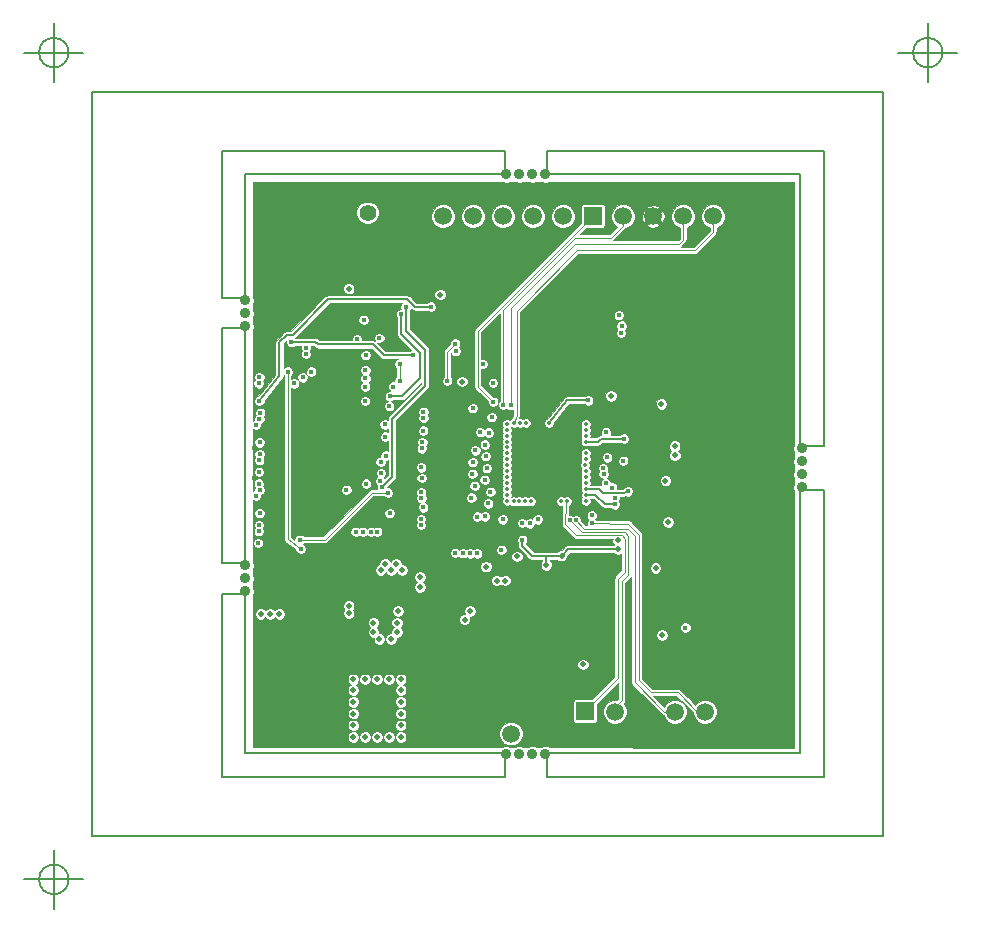
<source format=gbr>
G04 (created by PCBNEW-RS274X (2012-08-04 BZR 3667)-testing) date 10/19/2012 6:39:08 PM*
%MOIN*%
G04 Gerber Fmt 3.4, Leading zero omitted, Abs format*
%FSLAX34Y34*%
G01*
G70*
G90*
G04 APERTURE LIST*
%ADD10C,0.0017*%
%ADD11C,0.0059*%
%ADD12C,0.0077*%
%ADD13C,0.0432*%
%ADD14C,0.0195*%
%ADD15C,0.0157*%
%ADD16C,0.0354*%
%ADD17C,0.2165*%
%ADD18C,0.051*%
%ADD19C,0.055*%
%ADD20C,0.0597*%
%ADD21R,0.0597X0.0597*%
%ADD22C,0.0196*%
%ADD23C,0.0138*%
%ADD24C,0.0039*%
G04 APERTURE END LIST*
G54D10*
G54D11*
X41831Y-53937D02*
G75*
G03X41831Y-53937I-492J0D01*
G74*
G01*
X40355Y-53937D02*
X42323Y-53937D01*
X41339Y-52953D02*
X41339Y-54921D01*
X70964Y-26378D02*
G75*
G03X70964Y-26378I-492J0D01*
G74*
G01*
X69488Y-26378D02*
X71456Y-26378D01*
X70472Y-25394D02*
X70472Y-27362D01*
X41831Y-26378D02*
G75*
G03X41831Y-26378I-492J0D01*
G74*
G01*
X40355Y-26378D02*
X42323Y-26378D01*
X41339Y-25394D02*
X41339Y-27362D01*
G54D12*
X42606Y-52483D02*
X42606Y-27680D01*
X68983Y-52483D02*
X42606Y-52483D01*
X68983Y-27680D02*
X68983Y-52483D01*
X42606Y-27680D02*
X68983Y-27680D01*
X66228Y-30437D02*
X66228Y-39492D01*
X57764Y-30437D02*
X66228Y-30437D01*
X57764Y-29650D02*
X57764Y-30437D01*
X67016Y-29650D02*
X57764Y-29650D01*
X67016Y-39492D02*
X67016Y-29650D01*
X66228Y-39492D02*
X67016Y-39492D01*
X57764Y-50515D02*
X57764Y-49728D01*
X67016Y-50515D02*
X57764Y-50515D01*
X67016Y-40948D02*
X67016Y-50515D01*
X66228Y-40948D02*
X67016Y-40948D01*
X66228Y-49728D02*
X66228Y-40948D01*
X57764Y-49728D02*
X66228Y-49728D01*
X46936Y-50515D02*
X46936Y-44413D01*
X56386Y-50515D02*
X46936Y-50515D01*
X56386Y-49728D02*
X56386Y-50515D01*
X47724Y-49728D02*
X56386Y-49728D01*
X47724Y-44413D02*
X47724Y-49728D01*
X46936Y-44413D02*
X47724Y-44413D01*
X46936Y-43390D02*
X46936Y-35555D01*
X47724Y-43390D02*
X46936Y-43390D01*
X47724Y-35555D02*
X47724Y-43390D01*
X46936Y-35555D02*
X47724Y-35555D01*
X47724Y-30437D02*
X47724Y-34570D01*
X46936Y-34570D02*
X47724Y-34570D01*
X46936Y-29648D02*
X46936Y-34570D01*
X46936Y-29648D02*
X56384Y-29648D01*
X56384Y-29648D02*
X56384Y-30437D01*
X47724Y-30437D02*
X56384Y-30437D01*
G54D13*
X49554Y-45454D03*
X49554Y-35062D03*
G54D14*
X56102Y-43975D03*
G54D15*
X61013Y-44997D03*
X61363Y-45005D03*
X61158Y-45292D03*
X61386Y-35540D03*
X61024Y-35536D03*
X61024Y-35198D03*
X61394Y-35193D03*
X56791Y-43535D03*
X63583Y-34409D03*
G54D16*
X47725Y-34630D03*
X47725Y-35063D03*
X47725Y-35496D03*
X47725Y-44335D03*
X47725Y-43902D03*
X47725Y-43469D03*
X66268Y-39571D03*
X66268Y-40004D03*
X66268Y-40437D03*
X66268Y-40870D03*
G54D15*
X58299Y-40354D03*
X58299Y-39921D03*
X58082Y-40138D03*
X58515Y-40138D03*
X61129Y-38252D03*
X61011Y-37386D03*
X63553Y-36201D03*
X63571Y-36520D03*
X63571Y-36993D03*
X52273Y-32898D03*
X52272Y-33331D03*
X51445Y-33331D03*
X51446Y-32898D03*
X59398Y-33803D03*
X59005Y-33804D03*
X61367Y-33804D03*
X61760Y-33803D03*
X64005Y-31204D03*
X65736Y-31283D03*
X53610Y-30890D03*
X53059Y-30890D03*
X59791Y-30889D03*
X59201Y-30889D03*
X58571Y-30889D03*
X57901Y-30889D03*
X57311Y-30890D03*
X54240Y-30890D03*
X54831Y-30890D03*
X55461Y-30890D03*
X56130Y-30890D03*
X56721Y-30890D03*
X62783Y-30889D03*
X62193Y-30889D03*
X61563Y-30889D03*
X60893Y-30889D03*
X60382Y-30890D03*
X63335Y-30890D03*
X63846Y-30889D03*
X64516Y-30889D03*
X65146Y-30889D03*
X65736Y-30889D03*
X63127Y-32925D03*
X63138Y-33292D03*
X63600Y-33280D03*
X62655Y-33280D03*
X63453Y-32544D03*
X61484Y-32544D03*
X62065Y-32532D03*
X60894Y-32544D03*
X62744Y-32544D03*
X60658Y-33292D03*
X61120Y-33280D03*
X62065Y-33280D03*
X61603Y-33292D03*
X59752Y-33292D03*
X60214Y-33280D03*
X55953Y-33291D03*
X55312Y-33271D03*
X60343Y-32544D03*
X59269Y-33280D03*
X56465Y-33291D03*
X56965Y-33280D03*
X54289Y-33271D03*
X54762Y-33271D03*
X58807Y-33292D03*
X57410Y-33291D03*
X50618Y-30929D03*
X50895Y-32898D03*
X50894Y-33331D03*
X49281Y-33527D03*
X50028Y-30929D03*
X49950Y-33567D03*
X49398Y-30929D03*
X48728Y-30929D03*
X48256Y-35103D03*
X48650Y-35102D03*
X48650Y-34552D03*
X48256Y-34552D03*
X48256Y-33410D03*
X48650Y-33410D03*
X48650Y-33961D03*
X48256Y-33961D03*
X48255Y-32898D03*
X48255Y-32504D03*
X48255Y-32032D03*
X48255Y-31520D03*
X48256Y-30929D03*
X52627Y-36166D03*
X51995Y-39173D03*
X51680Y-39173D03*
X51365Y-39173D03*
X51010Y-39212D03*
X51004Y-38953D03*
X51012Y-39551D03*
X51012Y-40181D03*
X55718Y-42968D03*
X55450Y-43472D03*
X54248Y-41252D03*
X53937Y-41520D03*
X53925Y-41248D03*
X52413Y-41387D03*
X51196Y-41394D03*
X63602Y-33632D03*
X63612Y-33967D03*
X64016Y-36220D03*
X64043Y-36559D03*
X64035Y-34409D03*
X64043Y-34039D03*
X65462Y-33764D03*
X65776Y-33764D03*
X65146Y-33764D03*
X64832Y-33764D03*
X64202Y-33764D03*
X64516Y-33764D03*
X64516Y-36835D03*
X64202Y-36835D03*
X64832Y-36835D03*
X65146Y-36835D03*
X65776Y-36835D03*
X65462Y-36835D03*
X65697Y-42268D03*
X65696Y-41677D03*
X65696Y-41087D03*
X65696Y-40535D03*
X65697Y-37977D03*
X65697Y-38646D03*
X65697Y-39906D03*
X63570Y-40024D03*
X63570Y-39591D03*
X63571Y-39079D03*
X63571Y-38528D03*
X63571Y-37977D03*
X63570Y-42937D03*
X63570Y-40535D03*
X63570Y-41087D03*
X63570Y-41677D03*
X63571Y-42268D03*
X63137Y-42584D03*
X63138Y-42230D03*
X63138Y-39867D03*
X63137Y-40221D03*
X63136Y-37859D03*
X63137Y-37505D03*
X62626Y-36717D03*
X62626Y-36205D03*
X62626Y-35772D03*
X62626Y-37229D03*
X62626Y-37858D03*
X63571Y-37504D03*
X62114Y-38488D03*
X62665Y-38488D03*
X62114Y-37858D03*
X62114Y-37229D03*
X61169Y-44473D03*
X61721Y-43882D03*
X61681Y-44355D03*
X62274Y-40728D03*
X62271Y-41166D03*
X62271Y-41756D03*
X62271Y-42307D03*
X62271Y-44315D03*
X62272Y-43646D03*
X62271Y-42937D03*
X62704Y-42307D03*
X62704Y-41756D03*
X62704Y-41166D03*
X62697Y-40728D03*
X62704Y-42937D03*
X62705Y-43646D03*
X62704Y-44315D03*
X58732Y-40354D03*
X57866Y-40354D03*
X57433Y-40354D03*
X57000Y-40354D03*
X56783Y-40571D03*
X57216Y-40571D03*
X57653Y-40571D03*
X58082Y-40571D03*
X58515Y-40571D03*
X58515Y-41004D03*
X58082Y-41004D03*
X57653Y-41004D03*
X57216Y-41004D03*
X56783Y-41004D03*
X57000Y-40787D03*
X57433Y-40787D03*
X58299Y-40787D03*
X57866Y-40787D03*
X58732Y-40787D03*
X58732Y-39921D03*
X57866Y-39921D03*
X57433Y-39921D03*
X57000Y-39921D03*
X56783Y-40138D03*
X57216Y-40138D03*
X57653Y-40138D03*
X58515Y-39705D03*
X58082Y-39705D03*
X57653Y-39705D03*
X57216Y-39705D03*
X56783Y-39705D03*
X57000Y-39488D03*
X57433Y-39488D03*
X58299Y-39488D03*
X57866Y-39488D03*
X58732Y-39488D03*
X58732Y-39055D03*
X57866Y-39055D03*
X58299Y-39055D03*
X57433Y-39055D03*
X57000Y-39055D03*
X56783Y-39272D03*
X57216Y-39272D03*
X57653Y-39272D03*
X58082Y-39272D03*
X58515Y-39272D03*
X64055Y-43533D03*
X64045Y-43858D03*
X64555Y-43282D03*
X64241Y-43282D03*
X64871Y-43282D03*
X65185Y-43282D03*
X65815Y-43282D03*
X65501Y-43282D03*
X65510Y-46353D03*
X65824Y-46353D03*
X65194Y-46353D03*
X64880Y-46353D03*
X64065Y-46083D03*
X64035Y-45758D03*
X63514Y-46358D03*
X64250Y-46353D03*
X64564Y-46353D03*
X63553Y-43435D03*
X63553Y-43907D03*
X63494Y-45856D03*
X60472Y-44461D03*
X57598Y-45152D03*
X57598Y-44837D03*
X56249Y-44866D03*
X55658Y-44866D03*
X54516Y-38173D03*
X54516Y-37858D03*
X54005Y-37858D03*
X55028Y-44236D03*
X54162Y-43488D03*
X54756Y-43909D03*
X65736Y-47032D03*
X64319Y-49355D03*
X65736Y-49355D03*
X65106Y-49355D03*
X60622Y-47855D03*
X62889Y-49028D03*
X62889Y-49343D03*
X63480Y-49343D03*
X63480Y-49028D03*
X60566Y-49028D03*
X60566Y-49343D03*
X61118Y-49343D03*
X61118Y-49028D03*
X62260Y-49028D03*
X62260Y-49343D03*
X61709Y-49343D03*
X61709Y-49028D03*
X59465Y-49028D03*
X59465Y-49343D03*
X60016Y-49343D03*
X60016Y-49028D03*
X58914Y-49028D03*
X58914Y-49343D03*
X58323Y-49343D03*
X58323Y-49028D03*
X58335Y-48567D03*
X63138Y-46953D03*
X62587Y-46953D03*
X61012Y-46941D03*
X62004Y-46957D03*
X58465Y-46850D03*
X58099Y-46835D03*
X57547Y-46835D03*
X56996Y-46835D03*
X56484Y-46835D03*
X56012Y-46835D03*
X53932Y-47357D03*
X59417Y-46406D03*
X61760Y-46284D03*
X61406Y-46284D03*
X56642Y-46284D03*
X56996Y-46284D03*
X52378Y-46382D03*
X52031Y-46382D03*
X50539Y-46873D03*
X49870Y-46676D03*
X49240Y-46755D03*
X48295Y-45968D03*
X48689Y-45968D03*
X48689Y-45496D03*
X48295Y-45496D03*
X48295Y-46441D03*
X48689Y-46441D03*
X48689Y-46913D03*
X48295Y-46913D03*
X48295Y-47386D03*
X48295Y-47937D03*
X48295Y-48449D03*
X48295Y-48921D03*
X48295Y-49315D03*
X48965Y-49315D03*
X49673Y-49315D03*
X50382Y-49315D03*
G54D14*
X48861Y-45087D03*
X48546Y-45087D03*
X48231Y-45087D03*
X52389Y-43424D03*
X52744Y-43424D03*
X52941Y-43620D03*
X52586Y-43621D03*
X52782Y-45375D03*
X52782Y-45690D03*
X52584Y-45927D03*
X52190Y-45927D03*
X51994Y-45690D03*
X51994Y-45375D03*
G54D17*
X49752Y-32228D03*
X64791Y-32228D03*
X64791Y-47975D03*
X49752Y-47975D03*
G54D14*
X56378Y-43975D03*
X52232Y-43621D03*
X52112Y-49195D03*
X51720Y-49197D03*
X52507Y-49197D03*
X51325Y-49197D03*
X52902Y-49197D03*
X51325Y-48802D03*
X51325Y-48410D03*
X51325Y-48015D03*
X51325Y-47622D03*
X51325Y-47267D03*
X51720Y-47267D03*
X52114Y-47267D03*
X52507Y-47267D03*
X52900Y-47267D03*
X52900Y-47622D03*
X52900Y-48015D03*
X52900Y-48410D03*
X52900Y-48802D03*
G54D16*
X56426Y-49768D03*
X56859Y-49768D03*
X57292Y-49768D03*
X57726Y-49768D03*
X56425Y-30437D03*
X56858Y-30437D03*
X57291Y-30437D03*
X57725Y-30437D03*
G54D14*
X54516Y-48607D03*
X54831Y-48607D03*
X55146Y-48607D03*
X55461Y-48607D03*
X59419Y-47520D03*
X60512Y-47510D03*
X62312Y-47426D03*
X63336Y-47426D03*
G54D18*
X51299Y-32217D03*
X52299Y-32217D03*
X52299Y-31217D03*
X51299Y-31217D03*
G54D19*
X51799Y-31717D03*
G54D20*
X58307Y-31834D03*
X57307Y-31834D03*
X56307Y-31834D03*
X55307Y-31834D03*
G54D21*
X53307Y-31814D03*
G54D20*
X54307Y-31834D03*
G54D21*
X57576Y-49079D03*
G54D20*
X56576Y-49079D03*
X63314Y-31834D03*
X62314Y-31834D03*
X61314Y-31834D03*
G54D21*
X59314Y-31814D03*
G54D20*
X60314Y-31834D03*
X63043Y-48350D03*
X62043Y-48350D03*
X61043Y-48350D03*
G54D21*
X59043Y-48330D03*
G54D20*
X60043Y-48350D03*
G54D14*
X56783Y-43173D03*
X61728Y-40646D03*
X61398Y-43563D03*
X61821Y-42018D03*
X61594Y-38083D03*
X55748Y-43512D03*
X55032Y-45276D03*
X58976Y-46772D03*
G54D15*
X60177Y-35130D03*
G54D14*
X54949Y-37343D03*
G54D15*
X52646Y-37508D03*
G54D14*
X54221Y-34441D03*
X51169Y-34244D03*
X57756Y-43449D03*
G54D15*
X56949Y-42618D03*
G54D14*
X58264Y-43146D03*
X61614Y-45787D03*
X60142Y-42921D03*
G54D15*
X55299Y-38228D03*
G54D14*
X62039Y-39803D03*
X59910Y-37815D03*
X62036Y-39500D03*
G54D15*
X49256Y-36028D03*
X53323Y-36453D03*
G54D14*
X50921Y-43799D03*
X51012Y-36701D03*
G54D15*
X48154Y-36225D03*
X48154Y-35831D03*
G54D14*
X48158Y-36717D03*
X48150Y-39079D03*
X48189Y-41437D03*
G54D15*
X48032Y-37599D03*
X48047Y-38189D03*
X48024Y-39571D03*
X48028Y-40551D03*
X48032Y-41933D03*
X48032Y-42918D03*
X48197Y-43508D03*
G54D14*
X48138Y-43807D03*
G54D15*
X48102Y-44492D03*
X50921Y-44492D03*
G54D14*
X58002Y-47500D03*
G54D15*
X59961Y-44311D03*
X58626Y-44390D03*
X58413Y-43508D03*
X60205Y-43484D03*
X61614Y-45291D03*
X60531Y-45295D03*
X59882Y-37386D03*
X58256Y-36228D03*
X57106Y-36587D03*
G54D14*
X58616Y-45230D03*
G54D15*
X61102Y-40835D03*
G54D14*
X57668Y-44518D03*
G54D15*
X52012Y-34799D03*
X61264Y-40071D03*
X54457Y-43477D03*
G54D14*
X53465Y-45815D03*
G54D15*
X54579Y-44225D03*
G54D14*
X54268Y-46508D03*
G54D15*
X60441Y-34681D03*
G54D14*
X57984Y-48284D03*
G54D15*
X61957Y-34823D03*
X60906Y-36260D03*
X61957Y-35933D03*
X62154Y-36559D03*
X61228Y-42177D03*
X60882Y-38087D03*
X60780Y-39406D03*
X59350Y-37213D03*
G54D22*
X56091Y-35378D03*
X55579Y-35130D03*
G54D15*
X59508Y-36051D03*
X59650Y-35925D03*
X57094Y-35291D03*
X58354Y-35528D03*
X58370Y-36783D03*
X48165Y-37402D03*
X60266Y-35482D03*
X48193Y-37205D03*
X60246Y-35719D03*
X49132Y-37012D03*
X49565Y-42918D03*
X62392Y-45541D03*
G54D14*
X55217Y-44988D03*
G54D15*
X60030Y-41211D03*
G54D23*
X59065Y-39931D03*
G54D15*
X56957Y-42059D03*
G54D23*
X56663Y-41339D03*
G54D15*
X60319Y-39984D03*
G54D23*
X56870Y-38720D03*
G54D15*
X55981Y-37386D03*
G54D23*
X59065Y-38750D03*
G54D14*
X52811Y-44992D03*
X53539Y-43862D03*
X53539Y-44197D03*
G54D23*
X59075Y-41112D03*
G54D15*
X60039Y-41437D03*
X55638Y-36756D03*
G54D23*
X57067Y-38720D03*
G54D15*
X59272Y-41807D03*
X59748Y-39020D03*
G54D23*
X58238Y-41339D03*
X59065Y-39144D03*
X59065Y-38947D03*
X59055Y-40128D03*
X57854Y-38720D03*
G54D15*
X59150Y-37972D03*
G54D23*
X57057Y-41339D03*
G54D15*
X55933Y-38528D03*
G54D23*
X56437Y-39734D03*
X56437Y-40325D03*
G54D15*
X56260Y-42953D03*
G54D23*
X56860Y-41339D03*
G54D14*
X60154Y-42638D03*
G54D23*
X59065Y-41309D03*
G54D15*
X55394Y-39638D03*
X53650Y-41536D03*
G54D23*
X56437Y-41112D03*
G54D15*
X53583Y-40201D03*
G54D23*
X56437Y-39931D03*
G54D15*
X55831Y-39047D03*
G54D23*
X56437Y-40915D03*
G54D15*
X53579Y-41925D03*
X53602Y-40559D03*
G54D23*
X56437Y-40128D03*
G54D15*
X55303Y-40032D03*
X53662Y-38355D03*
G54D23*
X56437Y-38750D03*
G54D15*
X55709Y-39445D03*
X52193Y-35890D03*
X59740Y-40740D03*
X54453Y-37319D03*
X51721Y-37508D03*
X54721Y-36075D03*
X59787Y-39870D03*
X55555Y-39028D03*
G54D23*
X56437Y-38947D03*
G54D15*
X53662Y-38555D03*
X53610Y-39571D03*
G54D23*
X56437Y-39537D03*
G54D15*
X53626Y-39370D03*
G54D23*
X56437Y-39341D03*
G54D15*
X53579Y-42122D03*
G54D23*
X56437Y-40719D03*
G54D15*
X55772Y-40232D03*
X55890Y-41016D03*
X55260Y-41209D03*
X55815Y-41406D03*
X55445Y-41846D03*
X56303Y-41937D03*
X53650Y-38981D03*
G54D23*
X56437Y-39144D03*
G54D15*
X53587Y-41040D03*
G54D23*
X56437Y-40522D03*
G54D15*
X55288Y-40421D03*
X55701Y-40618D03*
X55366Y-40819D03*
X55705Y-41839D03*
G54D23*
X59065Y-40325D03*
G54D15*
X51732Y-36461D03*
X53591Y-41236D03*
G54D23*
X56447Y-41309D03*
G54D15*
X59951Y-40876D03*
X51728Y-36957D03*
G54D23*
X59065Y-40522D03*
G54D15*
X52870Y-37327D03*
X51728Y-37240D03*
X52870Y-36752D03*
X59669Y-40425D03*
X55736Y-39831D03*
X53906Y-34843D03*
X48193Y-37984D03*
X52906Y-35095D03*
X52543Y-37827D03*
X57205Y-42071D03*
X60473Y-41000D03*
G54D23*
X59065Y-40915D03*
X59065Y-39341D03*
G54D15*
X60339Y-39244D03*
X57465Y-41937D03*
G54D23*
X57254Y-41339D03*
G54D15*
X59646Y-40225D03*
X54736Y-36331D03*
X49354Y-37402D03*
X53071Y-34862D03*
X52276Y-40847D03*
X52248Y-40394D03*
X48185Y-39965D03*
X48221Y-38386D03*
X52516Y-38162D03*
X48201Y-39768D03*
X52232Y-40016D03*
X48197Y-39370D03*
X52402Y-39815D03*
X48079Y-38783D03*
X52386Y-39181D03*
X48193Y-38591D03*
X52366Y-38772D03*
G54D23*
X59065Y-39734D03*
G54D15*
X51445Y-35929D03*
X52213Y-40654D03*
X48181Y-40355D03*
X55984Y-38016D03*
X56319Y-38122D03*
X56575Y-38130D03*
G54D23*
X56673Y-38711D03*
G54D15*
X49744Y-36425D03*
X49634Y-37205D03*
X49917Y-37012D03*
X49748Y-36225D03*
X51717Y-37992D03*
X52535Y-41732D03*
X48173Y-42331D03*
X52118Y-42354D03*
X54984Y-43063D03*
X48173Y-40748D03*
X55453Y-43067D03*
X51752Y-40748D03*
X48181Y-42130D03*
X51917Y-42355D03*
X48197Y-41732D03*
X51398Y-42355D03*
X48075Y-41142D03*
X51638Y-42355D03*
X48201Y-40949D03*
X54721Y-43055D03*
X51091Y-40949D03*
X55225Y-43067D03*
G54D23*
X59065Y-40719D03*
G54D15*
X51669Y-35288D03*
G54D23*
X58435Y-41339D03*
G54D15*
X58536Y-41973D03*
X59281Y-42067D03*
X58740Y-41969D03*
X52465Y-41043D03*
X49535Y-42618D03*
X48154Y-42725D03*
G54D14*
X51169Y-44827D03*
X51169Y-45063D03*
G54D12*
X58489Y-42921D02*
X58264Y-43146D01*
X57756Y-43148D02*
X57756Y-43405D01*
X57756Y-43405D02*
X57756Y-43449D01*
X56949Y-42618D02*
X56949Y-42811D01*
X57288Y-43150D02*
X57756Y-43148D01*
X56949Y-42811D02*
X57288Y-43150D01*
X57756Y-43148D02*
X58264Y-43146D01*
X60142Y-42921D02*
X58489Y-42921D01*
X53323Y-36453D02*
X52338Y-36453D01*
X50060Y-36028D02*
X49256Y-36028D01*
X50139Y-36107D02*
X50060Y-36028D01*
X51992Y-36107D02*
X50139Y-36107D01*
X52338Y-36453D02*
X51992Y-36107D01*
G54D24*
X49132Y-42593D02*
X49132Y-37012D01*
X49565Y-42918D02*
X49132Y-42593D01*
G54D12*
X59715Y-41437D02*
X59386Y-41114D01*
X59386Y-41114D02*
X59075Y-41112D01*
X60039Y-41437D02*
X59715Y-41437D01*
X59150Y-37972D02*
X58445Y-37972D01*
X58445Y-37972D02*
X57854Y-38720D01*
G54D24*
X54453Y-37319D02*
X54453Y-36343D01*
X54453Y-36343D02*
X54721Y-36075D01*
X52870Y-36752D02*
X52870Y-37327D01*
G54D12*
X53906Y-34843D02*
X53363Y-34843D01*
X48862Y-37162D02*
X48193Y-37984D01*
X48862Y-36036D02*
X48862Y-37162D01*
X49122Y-35776D02*
X48862Y-36036D01*
X49314Y-35776D02*
X49122Y-35776D01*
X50491Y-34599D02*
X49314Y-35776D01*
X53119Y-34599D02*
X50491Y-34599D01*
X53363Y-34843D02*
X53119Y-34599D01*
X52906Y-35095D02*
X52906Y-35752D01*
X52949Y-37827D02*
X52543Y-37827D01*
X53543Y-37232D02*
X52949Y-37827D01*
X53543Y-36389D02*
X53543Y-37232D01*
X52906Y-35752D02*
X53543Y-36389D01*
X60473Y-41000D02*
X60354Y-41043D01*
X60354Y-41043D02*
X59646Y-41043D01*
X59508Y-40918D02*
X59065Y-40915D01*
X59646Y-41043D02*
X59508Y-40918D01*
X59587Y-39244D02*
X59488Y-39343D01*
X59488Y-39343D02*
X59065Y-39341D01*
X59587Y-39244D02*
X60339Y-39244D01*
X53071Y-34862D02*
X53067Y-35646D01*
X52610Y-40513D02*
X52276Y-40847D01*
X52610Y-38579D02*
X52610Y-40513D01*
X53705Y-37484D02*
X52610Y-38579D01*
X53705Y-36284D02*
X53705Y-37484D01*
X53067Y-35646D02*
X53705Y-36284D01*
G54D24*
X59314Y-31814D02*
X59314Y-31820D01*
X55476Y-37508D02*
X55984Y-38016D01*
X55476Y-35658D02*
X55476Y-37508D01*
X59314Y-31820D02*
X55476Y-35658D01*
X60314Y-31834D02*
X60314Y-32155D01*
X56319Y-34949D02*
X56319Y-38122D01*
X58721Y-32547D02*
X56319Y-34949D01*
X59922Y-32547D02*
X58721Y-32547D01*
X60314Y-32155D02*
X59922Y-32547D01*
X62314Y-31834D02*
X62314Y-32624D01*
X56575Y-34886D02*
X56575Y-38130D01*
X58705Y-32756D02*
X56575Y-34886D01*
X62182Y-32756D02*
X58705Y-32756D01*
X62314Y-32624D02*
X62182Y-32756D01*
X63314Y-31834D02*
X63314Y-32371D01*
X56764Y-38461D02*
X56673Y-38711D01*
X56776Y-34984D02*
X56764Y-38461D01*
X58796Y-32969D02*
X56776Y-34984D01*
X62716Y-32969D02*
X58796Y-32969D01*
X63314Y-32371D02*
X62716Y-32969D01*
X59043Y-48330D02*
X59048Y-48330D01*
X58398Y-41374D02*
X58435Y-41339D01*
X58396Y-42106D02*
X58398Y-41374D01*
X58760Y-42470D02*
X58396Y-42106D01*
X60266Y-42470D02*
X58760Y-42470D01*
X60374Y-42579D02*
X60266Y-42470D01*
X60374Y-43674D02*
X60374Y-42579D01*
X60138Y-43910D02*
X60374Y-43674D01*
X60138Y-47240D02*
X60138Y-43910D01*
X59048Y-48330D02*
X60138Y-47240D01*
X60043Y-48350D02*
X60043Y-48201D01*
X58937Y-42372D02*
X58536Y-41973D01*
X60384Y-42372D02*
X58937Y-42372D01*
X60492Y-42480D02*
X60384Y-42372D01*
X60492Y-43780D02*
X60492Y-42480D01*
X60276Y-43996D02*
X60492Y-43780D01*
X60276Y-47972D02*
X60276Y-43996D01*
X60043Y-48201D02*
X60276Y-47972D01*
X63043Y-48350D02*
X62791Y-48350D01*
X60482Y-42077D02*
X59281Y-42067D01*
X60846Y-42441D02*
X60482Y-42077D01*
X60846Y-47293D02*
X60846Y-42441D01*
X61240Y-47697D02*
X60846Y-47293D01*
X62136Y-47697D02*
X61240Y-47697D01*
X62791Y-48350D02*
X62136Y-47697D01*
X62057Y-48356D02*
X61693Y-48356D01*
X59006Y-42254D02*
X58740Y-41969D01*
X60463Y-42254D02*
X59006Y-42254D01*
X60699Y-42490D02*
X60463Y-42254D01*
X60699Y-47362D02*
X60699Y-42490D01*
X61693Y-48356D02*
X60699Y-47362D01*
X49535Y-42618D02*
X50370Y-42618D01*
X51945Y-41043D02*
X52465Y-41043D01*
X50370Y-42618D02*
X51945Y-41043D01*
G54D10*
G36*
X53255Y-36291D02*
X53224Y-36305D01*
X53211Y-36318D01*
X52393Y-36318D01*
X52127Y-36051D01*
X52158Y-36065D01*
X52228Y-36065D01*
X52292Y-36038D01*
X52341Y-35989D01*
X52368Y-35925D01*
X52368Y-35855D01*
X52341Y-35791D01*
X52292Y-35742D01*
X52228Y-35715D01*
X52158Y-35715D01*
X52094Y-35742D01*
X52045Y-35791D01*
X52018Y-35855D01*
X52018Y-35925D01*
X52041Y-35981D01*
X51992Y-35972D01*
X51844Y-35972D01*
X51844Y-35323D01*
X51844Y-35253D01*
X51817Y-35189D01*
X51768Y-35140D01*
X51704Y-35113D01*
X51634Y-35113D01*
X51570Y-35140D01*
X51521Y-35189D01*
X51494Y-35253D01*
X51494Y-35323D01*
X51521Y-35387D01*
X51570Y-35436D01*
X51634Y-35463D01*
X51704Y-35463D01*
X51768Y-35436D01*
X51817Y-35387D01*
X51844Y-35323D01*
X51844Y-35972D01*
X51616Y-35972D01*
X51620Y-35964D01*
X51620Y-35894D01*
X51593Y-35830D01*
X51544Y-35781D01*
X51480Y-35754D01*
X51410Y-35754D01*
X51346Y-35781D01*
X51297Y-35830D01*
X51270Y-35894D01*
X51270Y-35964D01*
X51273Y-35972D01*
X50194Y-35972D01*
X50155Y-35933D01*
X50112Y-35903D01*
X50060Y-35893D01*
X49377Y-35893D01*
X49409Y-35871D01*
X50546Y-34734D01*
X52952Y-34734D01*
X52923Y-34763D01*
X52896Y-34827D01*
X52896Y-34897D01*
X52905Y-34920D01*
X52871Y-34920D01*
X52807Y-34947D01*
X52758Y-34996D01*
X52731Y-35060D01*
X52731Y-35130D01*
X52758Y-35194D01*
X52771Y-35207D01*
X52771Y-35752D01*
X52781Y-35804D01*
X52811Y-35847D01*
X53255Y-36291D01*
X53255Y-36291D01*
G37*
G54D24*
X53255Y-36291D02*
X53224Y-36305D01*
X53211Y-36318D01*
X52393Y-36318D01*
X52127Y-36051D01*
X52158Y-36065D01*
X52228Y-36065D01*
X52292Y-36038D01*
X52341Y-35989D01*
X52368Y-35925D01*
X52368Y-35855D01*
X52341Y-35791D01*
X52292Y-35742D01*
X52228Y-35715D01*
X52158Y-35715D01*
X52094Y-35742D01*
X52045Y-35791D01*
X52018Y-35855D01*
X52018Y-35925D01*
X52041Y-35981D01*
X51992Y-35972D01*
X51844Y-35972D01*
X51844Y-35323D01*
X51844Y-35253D01*
X51817Y-35189D01*
X51768Y-35140D01*
X51704Y-35113D01*
X51634Y-35113D01*
X51570Y-35140D01*
X51521Y-35189D01*
X51494Y-35253D01*
X51494Y-35323D01*
X51521Y-35387D01*
X51570Y-35436D01*
X51634Y-35463D01*
X51704Y-35463D01*
X51768Y-35436D01*
X51817Y-35387D01*
X51844Y-35323D01*
X51844Y-35972D01*
X51616Y-35972D01*
X51620Y-35964D01*
X51620Y-35894D01*
X51593Y-35830D01*
X51544Y-35781D01*
X51480Y-35754D01*
X51410Y-35754D01*
X51346Y-35781D01*
X51297Y-35830D01*
X51270Y-35894D01*
X51270Y-35964D01*
X51273Y-35972D01*
X50194Y-35972D01*
X50155Y-35933D01*
X50112Y-35903D01*
X50060Y-35893D01*
X49377Y-35893D01*
X49409Y-35871D01*
X50546Y-34734D01*
X52952Y-34734D01*
X52923Y-34763D01*
X52896Y-34827D01*
X52896Y-34897D01*
X52905Y-34920D01*
X52871Y-34920D01*
X52807Y-34947D01*
X52758Y-34996D01*
X52731Y-35060D01*
X52731Y-35130D01*
X52758Y-35194D01*
X52771Y-35207D01*
X52771Y-35752D01*
X52781Y-35804D01*
X52811Y-35847D01*
X53255Y-36291D01*
G54D10*
G36*
X53570Y-37428D02*
X52515Y-38484D01*
X52485Y-38527D01*
X52475Y-38579D01*
X52475Y-38634D01*
X52465Y-38624D01*
X52401Y-38597D01*
X52331Y-38597D01*
X52267Y-38624D01*
X52218Y-38673D01*
X52191Y-38737D01*
X52191Y-38807D01*
X52218Y-38871D01*
X52267Y-38920D01*
X52331Y-38947D01*
X52401Y-38947D01*
X52465Y-38920D01*
X52475Y-38910D01*
X52475Y-39028D01*
X52421Y-39006D01*
X52351Y-39006D01*
X52287Y-39033D01*
X52238Y-39082D01*
X52211Y-39146D01*
X52211Y-39216D01*
X52238Y-39280D01*
X52287Y-39329D01*
X52351Y-39356D01*
X52421Y-39356D01*
X52475Y-39333D01*
X52475Y-39656D01*
X52437Y-39640D01*
X52367Y-39640D01*
X52303Y-39667D01*
X52254Y-39716D01*
X52227Y-39780D01*
X52227Y-39841D01*
X52197Y-39841D01*
X52133Y-39868D01*
X52084Y-39917D01*
X52057Y-39981D01*
X52057Y-40051D01*
X52084Y-40115D01*
X52133Y-40164D01*
X52197Y-40191D01*
X52267Y-40191D01*
X52331Y-40164D01*
X52380Y-40115D01*
X52407Y-40051D01*
X52407Y-39990D01*
X52437Y-39990D01*
X52475Y-39973D01*
X52475Y-40457D01*
X52365Y-40566D01*
X52361Y-40555D01*
X52347Y-40541D01*
X52396Y-40493D01*
X52423Y-40429D01*
X52423Y-40359D01*
X52396Y-40295D01*
X52347Y-40246D01*
X52283Y-40219D01*
X52213Y-40219D01*
X52149Y-40246D01*
X52100Y-40295D01*
X52073Y-40359D01*
X52073Y-40429D01*
X52100Y-40493D01*
X52113Y-40506D01*
X52065Y-40555D01*
X52038Y-40619D01*
X52038Y-40689D01*
X52065Y-40753D01*
X52107Y-40795D01*
X52101Y-40812D01*
X52101Y-40882D01*
X52119Y-40927D01*
X51945Y-40927D01*
X51927Y-40930D01*
X51927Y-40783D01*
X51927Y-40713D01*
X51907Y-40665D01*
X51907Y-36496D01*
X51907Y-36426D01*
X51880Y-36362D01*
X51831Y-36313D01*
X51767Y-36286D01*
X51697Y-36286D01*
X51633Y-36313D01*
X51584Y-36362D01*
X51557Y-36426D01*
X51557Y-36496D01*
X51584Y-36560D01*
X51633Y-36609D01*
X51697Y-36636D01*
X51767Y-36636D01*
X51831Y-36609D01*
X51880Y-36560D01*
X51907Y-36496D01*
X51907Y-40665D01*
X51903Y-40656D01*
X51903Y-37275D01*
X51903Y-37205D01*
X51876Y-37141D01*
X51833Y-37098D01*
X51876Y-37056D01*
X51903Y-36992D01*
X51903Y-36922D01*
X51876Y-36858D01*
X51827Y-36809D01*
X51763Y-36782D01*
X51693Y-36782D01*
X51629Y-36809D01*
X51580Y-36858D01*
X51553Y-36922D01*
X51553Y-36992D01*
X51580Y-37056D01*
X51622Y-37098D01*
X51580Y-37141D01*
X51553Y-37205D01*
X51553Y-37275D01*
X51580Y-37339D01*
X51611Y-37370D01*
X51573Y-37409D01*
X51546Y-37473D01*
X51546Y-37543D01*
X51573Y-37607D01*
X51622Y-37656D01*
X51686Y-37683D01*
X51756Y-37683D01*
X51820Y-37656D01*
X51869Y-37607D01*
X51896Y-37543D01*
X51896Y-37473D01*
X51869Y-37409D01*
X51837Y-37377D01*
X51876Y-37339D01*
X51903Y-37275D01*
X51903Y-40656D01*
X51900Y-40649D01*
X51892Y-40641D01*
X51892Y-38027D01*
X51892Y-37957D01*
X51865Y-37893D01*
X51816Y-37844D01*
X51752Y-37817D01*
X51682Y-37817D01*
X51618Y-37844D01*
X51569Y-37893D01*
X51542Y-37957D01*
X51542Y-38027D01*
X51569Y-38091D01*
X51618Y-38140D01*
X51682Y-38167D01*
X51752Y-38167D01*
X51816Y-38140D01*
X51865Y-38091D01*
X51892Y-38027D01*
X51892Y-40641D01*
X51851Y-40600D01*
X51787Y-40573D01*
X51717Y-40573D01*
X51653Y-40600D01*
X51604Y-40649D01*
X51577Y-40713D01*
X51577Y-40783D01*
X51604Y-40847D01*
X51653Y-40896D01*
X51717Y-40923D01*
X51787Y-40923D01*
X51851Y-40896D01*
X51900Y-40847D01*
X51927Y-40783D01*
X51927Y-40930D01*
X51901Y-40936D01*
X51863Y-40961D01*
X51266Y-41558D01*
X51266Y-40984D01*
X51266Y-40914D01*
X51239Y-40850D01*
X51190Y-40801D01*
X51126Y-40774D01*
X51056Y-40774D01*
X50992Y-40801D01*
X50943Y-40850D01*
X50916Y-40914D01*
X50916Y-40984D01*
X50943Y-41048D01*
X50992Y-41097D01*
X51056Y-41124D01*
X51126Y-41124D01*
X51190Y-41097D01*
X51239Y-41048D01*
X51266Y-40984D01*
X51266Y-41558D01*
X50322Y-42502D01*
X49666Y-42502D01*
X49634Y-42470D01*
X49570Y-42443D01*
X49500Y-42443D01*
X49436Y-42470D01*
X49387Y-42519D01*
X49360Y-42583D01*
X49360Y-42618D01*
X49248Y-42534D01*
X49248Y-37543D01*
X49255Y-37550D01*
X49319Y-37577D01*
X49389Y-37577D01*
X49453Y-37550D01*
X49502Y-37501D01*
X49529Y-37437D01*
X49529Y-37367D01*
X49514Y-37332D01*
X49535Y-37353D01*
X49599Y-37380D01*
X49669Y-37380D01*
X49733Y-37353D01*
X49782Y-37304D01*
X49809Y-37240D01*
X49809Y-37170D01*
X49795Y-37137D01*
X49818Y-37160D01*
X49882Y-37187D01*
X49952Y-37187D01*
X50016Y-37160D01*
X50065Y-37111D01*
X50092Y-37047D01*
X50092Y-36977D01*
X50065Y-36913D01*
X50016Y-36864D01*
X49952Y-36837D01*
X49882Y-36837D01*
X49818Y-36864D01*
X49769Y-36913D01*
X49742Y-36977D01*
X49742Y-37047D01*
X49755Y-37079D01*
X49733Y-37057D01*
X49669Y-37030D01*
X49599Y-37030D01*
X49535Y-37057D01*
X49486Y-37106D01*
X49459Y-37170D01*
X49459Y-37240D01*
X49473Y-37274D01*
X49453Y-37254D01*
X49389Y-37227D01*
X49319Y-37227D01*
X49255Y-37254D01*
X49248Y-37261D01*
X49248Y-37143D01*
X49280Y-37111D01*
X49307Y-37047D01*
X49307Y-36977D01*
X49280Y-36913D01*
X49231Y-36864D01*
X49167Y-36837D01*
X49097Y-36837D01*
X49033Y-36864D01*
X48997Y-36900D01*
X48997Y-36091D01*
X49081Y-36007D01*
X49081Y-36063D01*
X49108Y-36127D01*
X49157Y-36176D01*
X49221Y-36203D01*
X49291Y-36203D01*
X49355Y-36176D01*
X49368Y-36163D01*
X49584Y-36163D01*
X49573Y-36190D01*
X49573Y-36260D01*
X49599Y-36322D01*
X49596Y-36326D01*
X49569Y-36390D01*
X49569Y-36460D01*
X49596Y-36524D01*
X49645Y-36573D01*
X49709Y-36600D01*
X49779Y-36600D01*
X49843Y-36573D01*
X49892Y-36524D01*
X49919Y-36460D01*
X49919Y-36390D01*
X49892Y-36327D01*
X49896Y-36324D01*
X49923Y-36260D01*
X49923Y-36190D01*
X49911Y-36163D01*
X50004Y-36163D01*
X50043Y-36202D01*
X50044Y-36202D01*
X50087Y-36232D01*
X50138Y-36241D01*
X50139Y-36242D01*
X51936Y-36242D01*
X52242Y-36548D01*
X52243Y-36548D01*
X52286Y-36578D01*
X52338Y-36588D01*
X52808Y-36588D01*
X52771Y-36604D01*
X52722Y-36653D01*
X52695Y-36717D01*
X52695Y-36787D01*
X52722Y-36851D01*
X52754Y-36883D01*
X52754Y-37196D01*
X52722Y-37228D01*
X52695Y-37292D01*
X52695Y-37338D01*
X52681Y-37333D01*
X52611Y-37333D01*
X52547Y-37360D01*
X52498Y-37409D01*
X52471Y-37473D01*
X52471Y-37543D01*
X52498Y-37607D01*
X52543Y-37652D01*
X52508Y-37652D01*
X52444Y-37679D01*
X52395Y-37728D01*
X52368Y-37792D01*
X52368Y-37862D01*
X52395Y-37926D01*
X52444Y-37975D01*
X52476Y-37988D01*
X52417Y-38014D01*
X52368Y-38063D01*
X52341Y-38127D01*
X52341Y-38197D01*
X52368Y-38261D01*
X52417Y-38310D01*
X52481Y-38337D01*
X52551Y-38337D01*
X52615Y-38310D01*
X52664Y-38261D01*
X52691Y-38197D01*
X52691Y-38127D01*
X52664Y-38063D01*
X52615Y-38014D01*
X52582Y-38000D01*
X52642Y-37975D01*
X52655Y-37962D01*
X52949Y-37962D01*
X52949Y-37961D01*
X53001Y-37952D01*
X53044Y-37922D01*
X53570Y-37396D01*
X53570Y-37428D01*
X53570Y-37428D01*
G37*
G54D24*
X53570Y-37428D02*
X52515Y-38484D01*
X52485Y-38527D01*
X52475Y-38579D01*
X52475Y-38634D01*
X52465Y-38624D01*
X52401Y-38597D01*
X52331Y-38597D01*
X52267Y-38624D01*
X52218Y-38673D01*
X52191Y-38737D01*
X52191Y-38807D01*
X52218Y-38871D01*
X52267Y-38920D01*
X52331Y-38947D01*
X52401Y-38947D01*
X52465Y-38920D01*
X52475Y-38910D01*
X52475Y-39028D01*
X52421Y-39006D01*
X52351Y-39006D01*
X52287Y-39033D01*
X52238Y-39082D01*
X52211Y-39146D01*
X52211Y-39216D01*
X52238Y-39280D01*
X52287Y-39329D01*
X52351Y-39356D01*
X52421Y-39356D01*
X52475Y-39333D01*
X52475Y-39656D01*
X52437Y-39640D01*
X52367Y-39640D01*
X52303Y-39667D01*
X52254Y-39716D01*
X52227Y-39780D01*
X52227Y-39841D01*
X52197Y-39841D01*
X52133Y-39868D01*
X52084Y-39917D01*
X52057Y-39981D01*
X52057Y-40051D01*
X52084Y-40115D01*
X52133Y-40164D01*
X52197Y-40191D01*
X52267Y-40191D01*
X52331Y-40164D01*
X52380Y-40115D01*
X52407Y-40051D01*
X52407Y-39990D01*
X52437Y-39990D01*
X52475Y-39973D01*
X52475Y-40457D01*
X52365Y-40566D01*
X52361Y-40555D01*
X52347Y-40541D01*
X52396Y-40493D01*
X52423Y-40429D01*
X52423Y-40359D01*
X52396Y-40295D01*
X52347Y-40246D01*
X52283Y-40219D01*
X52213Y-40219D01*
X52149Y-40246D01*
X52100Y-40295D01*
X52073Y-40359D01*
X52073Y-40429D01*
X52100Y-40493D01*
X52113Y-40506D01*
X52065Y-40555D01*
X52038Y-40619D01*
X52038Y-40689D01*
X52065Y-40753D01*
X52107Y-40795D01*
X52101Y-40812D01*
X52101Y-40882D01*
X52119Y-40927D01*
X51945Y-40927D01*
X51927Y-40930D01*
X51927Y-40783D01*
X51927Y-40713D01*
X51907Y-40665D01*
X51907Y-36496D01*
X51907Y-36426D01*
X51880Y-36362D01*
X51831Y-36313D01*
X51767Y-36286D01*
X51697Y-36286D01*
X51633Y-36313D01*
X51584Y-36362D01*
X51557Y-36426D01*
X51557Y-36496D01*
X51584Y-36560D01*
X51633Y-36609D01*
X51697Y-36636D01*
X51767Y-36636D01*
X51831Y-36609D01*
X51880Y-36560D01*
X51907Y-36496D01*
X51907Y-40665D01*
X51903Y-40656D01*
X51903Y-37275D01*
X51903Y-37205D01*
X51876Y-37141D01*
X51833Y-37098D01*
X51876Y-37056D01*
X51903Y-36992D01*
X51903Y-36922D01*
X51876Y-36858D01*
X51827Y-36809D01*
X51763Y-36782D01*
X51693Y-36782D01*
X51629Y-36809D01*
X51580Y-36858D01*
X51553Y-36922D01*
X51553Y-36992D01*
X51580Y-37056D01*
X51622Y-37098D01*
X51580Y-37141D01*
X51553Y-37205D01*
X51553Y-37275D01*
X51580Y-37339D01*
X51611Y-37370D01*
X51573Y-37409D01*
X51546Y-37473D01*
X51546Y-37543D01*
X51573Y-37607D01*
X51622Y-37656D01*
X51686Y-37683D01*
X51756Y-37683D01*
X51820Y-37656D01*
X51869Y-37607D01*
X51896Y-37543D01*
X51896Y-37473D01*
X51869Y-37409D01*
X51837Y-37377D01*
X51876Y-37339D01*
X51903Y-37275D01*
X51903Y-40656D01*
X51900Y-40649D01*
X51892Y-40641D01*
X51892Y-38027D01*
X51892Y-37957D01*
X51865Y-37893D01*
X51816Y-37844D01*
X51752Y-37817D01*
X51682Y-37817D01*
X51618Y-37844D01*
X51569Y-37893D01*
X51542Y-37957D01*
X51542Y-38027D01*
X51569Y-38091D01*
X51618Y-38140D01*
X51682Y-38167D01*
X51752Y-38167D01*
X51816Y-38140D01*
X51865Y-38091D01*
X51892Y-38027D01*
X51892Y-40641D01*
X51851Y-40600D01*
X51787Y-40573D01*
X51717Y-40573D01*
X51653Y-40600D01*
X51604Y-40649D01*
X51577Y-40713D01*
X51577Y-40783D01*
X51604Y-40847D01*
X51653Y-40896D01*
X51717Y-40923D01*
X51787Y-40923D01*
X51851Y-40896D01*
X51900Y-40847D01*
X51927Y-40783D01*
X51927Y-40930D01*
X51901Y-40936D01*
X51863Y-40961D01*
X51266Y-41558D01*
X51266Y-40984D01*
X51266Y-40914D01*
X51239Y-40850D01*
X51190Y-40801D01*
X51126Y-40774D01*
X51056Y-40774D01*
X50992Y-40801D01*
X50943Y-40850D01*
X50916Y-40914D01*
X50916Y-40984D01*
X50943Y-41048D01*
X50992Y-41097D01*
X51056Y-41124D01*
X51126Y-41124D01*
X51190Y-41097D01*
X51239Y-41048D01*
X51266Y-40984D01*
X51266Y-41558D01*
X50322Y-42502D01*
X49666Y-42502D01*
X49634Y-42470D01*
X49570Y-42443D01*
X49500Y-42443D01*
X49436Y-42470D01*
X49387Y-42519D01*
X49360Y-42583D01*
X49360Y-42618D01*
X49248Y-42534D01*
X49248Y-37543D01*
X49255Y-37550D01*
X49319Y-37577D01*
X49389Y-37577D01*
X49453Y-37550D01*
X49502Y-37501D01*
X49529Y-37437D01*
X49529Y-37367D01*
X49514Y-37332D01*
X49535Y-37353D01*
X49599Y-37380D01*
X49669Y-37380D01*
X49733Y-37353D01*
X49782Y-37304D01*
X49809Y-37240D01*
X49809Y-37170D01*
X49795Y-37137D01*
X49818Y-37160D01*
X49882Y-37187D01*
X49952Y-37187D01*
X50016Y-37160D01*
X50065Y-37111D01*
X50092Y-37047D01*
X50092Y-36977D01*
X50065Y-36913D01*
X50016Y-36864D01*
X49952Y-36837D01*
X49882Y-36837D01*
X49818Y-36864D01*
X49769Y-36913D01*
X49742Y-36977D01*
X49742Y-37047D01*
X49755Y-37079D01*
X49733Y-37057D01*
X49669Y-37030D01*
X49599Y-37030D01*
X49535Y-37057D01*
X49486Y-37106D01*
X49459Y-37170D01*
X49459Y-37240D01*
X49473Y-37274D01*
X49453Y-37254D01*
X49389Y-37227D01*
X49319Y-37227D01*
X49255Y-37254D01*
X49248Y-37261D01*
X49248Y-37143D01*
X49280Y-37111D01*
X49307Y-37047D01*
X49307Y-36977D01*
X49280Y-36913D01*
X49231Y-36864D01*
X49167Y-36837D01*
X49097Y-36837D01*
X49033Y-36864D01*
X48997Y-36900D01*
X48997Y-36091D01*
X49081Y-36007D01*
X49081Y-36063D01*
X49108Y-36127D01*
X49157Y-36176D01*
X49221Y-36203D01*
X49291Y-36203D01*
X49355Y-36176D01*
X49368Y-36163D01*
X49584Y-36163D01*
X49573Y-36190D01*
X49573Y-36260D01*
X49599Y-36322D01*
X49596Y-36326D01*
X49569Y-36390D01*
X49569Y-36460D01*
X49596Y-36524D01*
X49645Y-36573D01*
X49709Y-36600D01*
X49779Y-36600D01*
X49843Y-36573D01*
X49892Y-36524D01*
X49919Y-36460D01*
X49919Y-36390D01*
X49892Y-36327D01*
X49896Y-36324D01*
X49923Y-36260D01*
X49923Y-36190D01*
X49911Y-36163D01*
X50004Y-36163D01*
X50043Y-36202D01*
X50044Y-36202D01*
X50087Y-36232D01*
X50138Y-36241D01*
X50139Y-36242D01*
X51936Y-36242D01*
X52242Y-36548D01*
X52243Y-36548D01*
X52286Y-36578D01*
X52338Y-36588D01*
X52808Y-36588D01*
X52771Y-36604D01*
X52722Y-36653D01*
X52695Y-36717D01*
X52695Y-36787D01*
X52722Y-36851D01*
X52754Y-36883D01*
X52754Y-37196D01*
X52722Y-37228D01*
X52695Y-37292D01*
X52695Y-37338D01*
X52681Y-37333D01*
X52611Y-37333D01*
X52547Y-37360D01*
X52498Y-37409D01*
X52471Y-37473D01*
X52471Y-37543D01*
X52498Y-37607D01*
X52543Y-37652D01*
X52508Y-37652D01*
X52444Y-37679D01*
X52395Y-37728D01*
X52368Y-37792D01*
X52368Y-37862D01*
X52395Y-37926D01*
X52444Y-37975D01*
X52476Y-37988D01*
X52417Y-38014D01*
X52368Y-38063D01*
X52341Y-38127D01*
X52341Y-38197D01*
X52368Y-38261D01*
X52417Y-38310D01*
X52481Y-38337D01*
X52551Y-38337D01*
X52615Y-38310D01*
X52664Y-38261D01*
X52691Y-38197D01*
X52691Y-38127D01*
X52664Y-38063D01*
X52615Y-38014D01*
X52582Y-38000D01*
X52642Y-37975D01*
X52655Y-37962D01*
X52949Y-37962D01*
X52949Y-37961D01*
X53001Y-37952D01*
X53044Y-37922D01*
X53570Y-37396D01*
X53570Y-37428D01*
G54D10*
G36*
X56203Y-37991D02*
X56171Y-38023D01*
X56159Y-38051D01*
X56159Y-37981D01*
X56156Y-37973D01*
X56156Y-37421D01*
X56156Y-37351D01*
X56129Y-37287D01*
X56080Y-37238D01*
X56016Y-37211D01*
X55946Y-37211D01*
X55882Y-37238D01*
X55833Y-37287D01*
X55806Y-37351D01*
X55806Y-37421D01*
X55833Y-37485D01*
X55882Y-37534D01*
X55946Y-37561D01*
X56016Y-37561D01*
X56080Y-37534D01*
X56129Y-37485D01*
X56156Y-37421D01*
X56156Y-37973D01*
X56132Y-37917D01*
X56083Y-37868D01*
X56019Y-37841D01*
X55973Y-37841D01*
X55592Y-37460D01*
X55592Y-36926D01*
X55603Y-36931D01*
X55673Y-36931D01*
X55737Y-36904D01*
X55786Y-36855D01*
X55813Y-36791D01*
X55813Y-36721D01*
X55786Y-36657D01*
X55737Y-36608D01*
X55673Y-36581D01*
X55603Y-36581D01*
X55592Y-36585D01*
X55592Y-35706D01*
X56203Y-35095D01*
X56203Y-37991D01*
X56203Y-37991D01*
G37*
G54D24*
X56203Y-37991D02*
X56171Y-38023D01*
X56159Y-38051D01*
X56159Y-37981D01*
X56156Y-37973D01*
X56156Y-37421D01*
X56156Y-37351D01*
X56129Y-37287D01*
X56080Y-37238D01*
X56016Y-37211D01*
X55946Y-37211D01*
X55882Y-37238D01*
X55833Y-37287D01*
X55806Y-37351D01*
X55806Y-37421D01*
X55833Y-37485D01*
X55882Y-37534D01*
X55946Y-37561D01*
X56016Y-37561D01*
X56080Y-37534D01*
X56129Y-37485D01*
X56156Y-37421D01*
X56156Y-37973D01*
X56132Y-37917D01*
X56083Y-37868D01*
X56019Y-37841D01*
X55973Y-37841D01*
X55592Y-37460D01*
X55592Y-36926D01*
X55603Y-36931D01*
X55673Y-36931D01*
X55737Y-36904D01*
X55786Y-36855D01*
X55813Y-36791D01*
X55813Y-36721D01*
X55786Y-36657D01*
X55737Y-36608D01*
X55673Y-36581D01*
X55603Y-36581D01*
X55592Y-36585D01*
X55592Y-35706D01*
X56203Y-35095D01*
X56203Y-37991D01*
G54D10*
G36*
X66005Y-49548D02*
X63708Y-49542D01*
X63708Y-31913D01*
X63708Y-31756D01*
X63648Y-31611D01*
X63537Y-31500D01*
X63393Y-31440D01*
X63236Y-31440D01*
X63091Y-31500D01*
X62980Y-31611D01*
X62920Y-31755D01*
X62920Y-31912D01*
X62980Y-32057D01*
X63091Y-32168D01*
X63198Y-32212D01*
X63198Y-32322D01*
X62667Y-32853D01*
X62241Y-32853D01*
X62264Y-32838D01*
X62396Y-32707D01*
X62396Y-32706D01*
X62411Y-32682D01*
X62420Y-32669D01*
X62421Y-32668D01*
X62429Y-32624D01*
X62430Y-32624D01*
X62430Y-32212D01*
X62537Y-32168D01*
X62648Y-32057D01*
X62708Y-31913D01*
X62708Y-31756D01*
X62648Y-31611D01*
X62537Y-31500D01*
X62393Y-31440D01*
X62236Y-31440D01*
X62091Y-31500D01*
X61980Y-31611D01*
X61920Y-31755D01*
X61920Y-31912D01*
X61980Y-32057D01*
X62091Y-32168D01*
X62198Y-32212D01*
X62198Y-32575D01*
X62133Y-32640D01*
X61697Y-32640D01*
X61697Y-31849D01*
X61673Y-31701D01*
X61662Y-31674D01*
X61619Y-31635D01*
X61513Y-31741D01*
X61513Y-31529D01*
X61474Y-31486D01*
X61329Y-31451D01*
X61181Y-31475D01*
X61154Y-31486D01*
X61115Y-31529D01*
X61314Y-31728D01*
X61513Y-31529D01*
X61513Y-31741D01*
X61420Y-31834D01*
X61619Y-32033D01*
X61662Y-31994D01*
X61697Y-31849D01*
X61697Y-32640D01*
X61513Y-32640D01*
X61513Y-32139D01*
X61314Y-31940D01*
X61208Y-32046D01*
X61208Y-31834D01*
X61009Y-31635D01*
X60966Y-31674D01*
X60931Y-31819D01*
X60955Y-31967D01*
X60966Y-31994D01*
X61009Y-32033D01*
X61208Y-31834D01*
X61208Y-32046D01*
X61115Y-32139D01*
X61154Y-32182D01*
X61299Y-32217D01*
X61447Y-32193D01*
X61474Y-32182D01*
X61513Y-32139D01*
X61513Y-32640D01*
X59987Y-32640D01*
X60004Y-32629D01*
X60396Y-32237D01*
X60405Y-32222D01*
X60537Y-32168D01*
X60648Y-32057D01*
X60708Y-31913D01*
X60708Y-31756D01*
X60648Y-31611D01*
X60537Y-31500D01*
X60393Y-31440D01*
X60236Y-31440D01*
X60091Y-31500D01*
X59980Y-31611D01*
X59920Y-31755D01*
X59920Y-31912D01*
X59980Y-32057D01*
X60091Y-32168D01*
X60123Y-32181D01*
X59874Y-32431D01*
X58867Y-32431D01*
X59090Y-32208D01*
X59631Y-32208D01*
X59666Y-32193D01*
X59693Y-32166D01*
X59708Y-32131D01*
X59708Y-32093D01*
X59708Y-31497D01*
X59693Y-31462D01*
X59666Y-31435D01*
X59631Y-31420D01*
X59593Y-31420D01*
X58997Y-31420D01*
X58962Y-31435D01*
X58935Y-31462D01*
X58920Y-31497D01*
X58920Y-31535D01*
X58920Y-32050D01*
X58701Y-32269D01*
X58701Y-31913D01*
X58701Y-31756D01*
X58641Y-31611D01*
X58530Y-31500D01*
X58386Y-31440D01*
X58229Y-31440D01*
X58084Y-31500D01*
X57973Y-31611D01*
X57913Y-31755D01*
X57913Y-31912D01*
X57973Y-32057D01*
X58084Y-32168D01*
X58228Y-32228D01*
X58385Y-32228D01*
X58530Y-32168D01*
X58641Y-32057D01*
X58701Y-31913D01*
X58701Y-32269D01*
X57701Y-33269D01*
X57701Y-31913D01*
X57701Y-31756D01*
X57641Y-31611D01*
X57530Y-31500D01*
X57386Y-31440D01*
X57229Y-31440D01*
X57084Y-31500D01*
X56973Y-31611D01*
X56913Y-31755D01*
X56913Y-31912D01*
X56973Y-32057D01*
X57084Y-32168D01*
X57228Y-32228D01*
X57385Y-32228D01*
X57530Y-32168D01*
X57641Y-32057D01*
X57701Y-31913D01*
X57701Y-33269D01*
X56701Y-34269D01*
X56701Y-31913D01*
X56701Y-31756D01*
X56641Y-31611D01*
X56530Y-31500D01*
X56386Y-31440D01*
X56229Y-31440D01*
X56084Y-31500D01*
X55973Y-31611D01*
X55913Y-31755D01*
X55913Y-31912D01*
X55973Y-32057D01*
X56084Y-32168D01*
X56228Y-32228D01*
X56385Y-32228D01*
X56530Y-32168D01*
X56641Y-32057D01*
X56701Y-31913D01*
X56701Y-34269D01*
X55701Y-35269D01*
X55701Y-31913D01*
X55701Y-31756D01*
X55641Y-31611D01*
X55530Y-31500D01*
X55386Y-31440D01*
X55229Y-31440D01*
X55084Y-31500D01*
X54973Y-31611D01*
X54913Y-31755D01*
X54913Y-31912D01*
X54973Y-32057D01*
X55084Y-32168D01*
X55228Y-32228D01*
X55385Y-32228D01*
X55530Y-32168D01*
X55641Y-32057D01*
X55701Y-31913D01*
X55701Y-35269D01*
X55394Y-35576D01*
X55369Y-35613D01*
X55360Y-35658D01*
X55360Y-37508D01*
X55369Y-37553D01*
X55394Y-37590D01*
X55809Y-38005D01*
X55809Y-38051D01*
X55836Y-38115D01*
X55885Y-38164D01*
X55949Y-38191D01*
X56019Y-38191D01*
X56083Y-38164D01*
X56132Y-38115D01*
X56159Y-38051D01*
X56144Y-38087D01*
X56144Y-38157D01*
X56171Y-38221D01*
X56220Y-38270D01*
X56284Y-38297D01*
X56354Y-38297D01*
X56418Y-38270D01*
X56443Y-38245D01*
X56476Y-38278D01*
X56540Y-38305D01*
X56610Y-38305D01*
X56648Y-38288D01*
X56648Y-38440D01*
X56604Y-38559D01*
X56579Y-38570D01*
X56535Y-38613D01*
X56531Y-38609D01*
X56470Y-38584D01*
X56404Y-38584D01*
X56343Y-38609D01*
X56296Y-38656D01*
X56271Y-38717D01*
X56271Y-38783D01*
X56296Y-38844D01*
X56300Y-38848D01*
X56296Y-38853D01*
X56271Y-38914D01*
X56271Y-38980D01*
X56296Y-39041D01*
X56300Y-39045D01*
X56296Y-39050D01*
X56271Y-39111D01*
X56271Y-39177D01*
X56296Y-39238D01*
X56300Y-39242D01*
X56296Y-39247D01*
X56271Y-39308D01*
X56271Y-39374D01*
X56296Y-39435D01*
X56300Y-39439D01*
X56296Y-39443D01*
X56271Y-39504D01*
X56271Y-39570D01*
X56296Y-39631D01*
X56300Y-39635D01*
X56296Y-39640D01*
X56271Y-39701D01*
X56271Y-39767D01*
X56296Y-39828D01*
X56300Y-39832D01*
X56296Y-39837D01*
X56271Y-39898D01*
X56271Y-39964D01*
X56296Y-40025D01*
X56300Y-40029D01*
X56296Y-40034D01*
X56271Y-40095D01*
X56271Y-40161D01*
X56296Y-40222D01*
X56300Y-40226D01*
X56296Y-40231D01*
X56271Y-40292D01*
X56271Y-40358D01*
X56296Y-40419D01*
X56300Y-40423D01*
X56296Y-40428D01*
X56271Y-40489D01*
X56271Y-40555D01*
X56296Y-40616D01*
X56300Y-40620D01*
X56296Y-40625D01*
X56271Y-40686D01*
X56271Y-40752D01*
X56296Y-40813D01*
X56300Y-40817D01*
X56296Y-40821D01*
X56271Y-40882D01*
X56271Y-40948D01*
X56296Y-41009D01*
X56300Y-41013D01*
X56296Y-41018D01*
X56271Y-41079D01*
X56271Y-41145D01*
X56296Y-41206D01*
X56305Y-41215D01*
X56281Y-41276D01*
X56281Y-41342D01*
X56306Y-41403D01*
X56353Y-41450D01*
X56414Y-41475D01*
X56480Y-41475D01*
X56539Y-41450D01*
X56569Y-41480D01*
X56630Y-41505D01*
X56696Y-41505D01*
X56757Y-41480D01*
X56761Y-41475D01*
X56766Y-41480D01*
X56827Y-41505D01*
X56893Y-41505D01*
X56954Y-41480D01*
X56958Y-41475D01*
X56963Y-41480D01*
X57024Y-41505D01*
X57090Y-41505D01*
X57151Y-41480D01*
X57155Y-41475D01*
X57160Y-41480D01*
X57221Y-41505D01*
X57287Y-41505D01*
X57348Y-41480D01*
X57395Y-41433D01*
X57420Y-41372D01*
X57420Y-41306D01*
X57395Y-41245D01*
X57348Y-41198D01*
X57287Y-41173D01*
X57221Y-41173D01*
X57160Y-41198D01*
X57155Y-41202D01*
X57151Y-41198D01*
X57090Y-41173D01*
X57024Y-41173D01*
X56963Y-41198D01*
X56958Y-41202D01*
X56954Y-41198D01*
X56893Y-41173D01*
X56827Y-41173D01*
X56766Y-41198D01*
X56761Y-41202D01*
X56757Y-41198D01*
X56696Y-41173D01*
X56630Y-41173D01*
X56583Y-41191D01*
X56603Y-41145D01*
X56603Y-41079D01*
X56578Y-41018D01*
X56573Y-41013D01*
X56578Y-41009D01*
X56603Y-40948D01*
X56603Y-40882D01*
X56578Y-40821D01*
X56574Y-40817D01*
X56578Y-40813D01*
X56603Y-40752D01*
X56603Y-40686D01*
X56578Y-40625D01*
X56573Y-40620D01*
X56578Y-40616D01*
X56603Y-40555D01*
X56603Y-40489D01*
X56578Y-40428D01*
X56573Y-40423D01*
X56578Y-40419D01*
X56603Y-40358D01*
X56603Y-40292D01*
X56578Y-40231D01*
X56573Y-40226D01*
X56578Y-40222D01*
X56603Y-40161D01*
X56603Y-40095D01*
X56578Y-40034D01*
X56573Y-40029D01*
X56578Y-40025D01*
X56603Y-39964D01*
X56603Y-39898D01*
X56578Y-39837D01*
X56573Y-39832D01*
X56578Y-39828D01*
X56603Y-39767D01*
X56603Y-39701D01*
X56578Y-39640D01*
X56573Y-39635D01*
X56578Y-39631D01*
X56603Y-39570D01*
X56603Y-39504D01*
X56578Y-39443D01*
X56574Y-39439D01*
X56578Y-39435D01*
X56603Y-39374D01*
X56603Y-39308D01*
X56578Y-39247D01*
X56573Y-39242D01*
X56578Y-39238D01*
X56603Y-39177D01*
X56603Y-39111D01*
X56578Y-39050D01*
X56573Y-39045D01*
X56578Y-39041D01*
X56603Y-38980D01*
X56603Y-38914D01*
X56578Y-38853D01*
X56573Y-38848D01*
X56574Y-38847D01*
X56579Y-38852D01*
X56640Y-38877D01*
X56706Y-38877D01*
X56767Y-38852D01*
X56776Y-38861D01*
X56837Y-38886D01*
X56903Y-38886D01*
X56964Y-38861D01*
X56968Y-38856D01*
X56973Y-38861D01*
X57034Y-38886D01*
X57100Y-38886D01*
X57161Y-38861D01*
X57208Y-38814D01*
X57233Y-38753D01*
X57233Y-38687D01*
X57208Y-38626D01*
X57161Y-38579D01*
X57100Y-38554D01*
X57034Y-38554D01*
X56973Y-38579D01*
X56968Y-38583D01*
X56964Y-38579D01*
X56903Y-38554D01*
X56853Y-38554D01*
X56871Y-38505D01*
X56873Y-38501D01*
X56876Y-38476D01*
X56880Y-38461D01*
X56880Y-38456D01*
X56891Y-35032D01*
X58845Y-33085D01*
X62716Y-33085D01*
X62760Y-33076D01*
X62761Y-33076D01*
X62798Y-33051D01*
X63396Y-32454D01*
X63396Y-32453D01*
X63411Y-32429D01*
X63420Y-32416D01*
X63421Y-32415D01*
X63429Y-32371D01*
X63430Y-32371D01*
X63430Y-32212D01*
X63537Y-32168D01*
X63648Y-32057D01*
X63708Y-31913D01*
X63708Y-49542D01*
X63437Y-49542D01*
X63437Y-48429D01*
X63437Y-48272D01*
X63377Y-48127D01*
X63266Y-48016D01*
X63122Y-47956D01*
X62965Y-47956D01*
X62820Y-48016D01*
X62720Y-48115D01*
X62567Y-47962D01*
X62567Y-45576D01*
X62567Y-45506D01*
X62540Y-45442D01*
X62491Y-45393D01*
X62427Y-45366D01*
X62357Y-45366D01*
X62293Y-45393D01*
X62244Y-45442D01*
X62232Y-45470D01*
X62232Y-39842D01*
X62232Y-39765D01*
X62203Y-39694D01*
X62159Y-39650D01*
X62199Y-39610D01*
X62229Y-39539D01*
X62229Y-39462D01*
X62200Y-39391D01*
X62146Y-39337D01*
X62075Y-39307D01*
X61998Y-39307D01*
X61927Y-39336D01*
X61873Y-39390D01*
X61843Y-39461D01*
X61843Y-39538D01*
X61872Y-39609D01*
X61916Y-39653D01*
X61876Y-39693D01*
X61846Y-39764D01*
X61846Y-39841D01*
X61875Y-39912D01*
X61929Y-39966D01*
X62000Y-39996D01*
X62077Y-39996D01*
X62148Y-39967D01*
X62202Y-39913D01*
X62232Y-39842D01*
X62232Y-45470D01*
X62217Y-45506D01*
X62217Y-45576D01*
X62244Y-45640D01*
X62293Y-45689D01*
X62357Y-45716D01*
X62427Y-45716D01*
X62491Y-45689D01*
X62540Y-45640D01*
X62567Y-45576D01*
X62567Y-47962D01*
X62218Y-47615D01*
X62180Y-47590D01*
X62136Y-47581D01*
X62014Y-47581D01*
X62014Y-42057D01*
X62014Y-41980D01*
X61985Y-41909D01*
X61931Y-41855D01*
X61921Y-41850D01*
X61921Y-40685D01*
X61921Y-40608D01*
X61892Y-40537D01*
X61838Y-40483D01*
X61787Y-40461D01*
X61787Y-38122D01*
X61787Y-38045D01*
X61758Y-37974D01*
X61704Y-37920D01*
X61633Y-37890D01*
X61556Y-37890D01*
X61485Y-37919D01*
X61431Y-37973D01*
X61401Y-38044D01*
X61401Y-38121D01*
X61430Y-38192D01*
X61484Y-38246D01*
X61555Y-38276D01*
X61632Y-38276D01*
X61703Y-38247D01*
X61757Y-38193D01*
X61787Y-38122D01*
X61787Y-40461D01*
X61767Y-40453D01*
X61690Y-40453D01*
X61619Y-40482D01*
X61565Y-40536D01*
X61535Y-40607D01*
X61535Y-40684D01*
X61564Y-40755D01*
X61618Y-40809D01*
X61689Y-40839D01*
X61766Y-40839D01*
X61837Y-40810D01*
X61891Y-40756D01*
X61921Y-40685D01*
X61921Y-41850D01*
X61860Y-41825D01*
X61783Y-41825D01*
X61712Y-41854D01*
X61658Y-41908D01*
X61628Y-41979D01*
X61628Y-42056D01*
X61657Y-42127D01*
X61711Y-42181D01*
X61782Y-42211D01*
X61859Y-42211D01*
X61930Y-42182D01*
X61984Y-42128D01*
X62014Y-42057D01*
X62014Y-47581D01*
X61807Y-47581D01*
X61807Y-45826D01*
X61807Y-45749D01*
X61778Y-45678D01*
X61724Y-45624D01*
X61653Y-45594D01*
X61591Y-45594D01*
X61591Y-43602D01*
X61591Y-43525D01*
X61562Y-43454D01*
X61508Y-43400D01*
X61437Y-43370D01*
X61360Y-43370D01*
X61289Y-43399D01*
X61235Y-43453D01*
X61205Y-43524D01*
X61205Y-43601D01*
X61234Y-43672D01*
X61288Y-43726D01*
X61359Y-43756D01*
X61436Y-43756D01*
X61507Y-43727D01*
X61561Y-43673D01*
X61591Y-43602D01*
X61591Y-45594D01*
X61576Y-45594D01*
X61505Y-45623D01*
X61451Y-45677D01*
X61421Y-45748D01*
X61421Y-45825D01*
X61450Y-45896D01*
X61504Y-45950D01*
X61575Y-45980D01*
X61652Y-45980D01*
X61723Y-45951D01*
X61777Y-45897D01*
X61807Y-45826D01*
X61807Y-47581D01*
X61288Y-47581D01*
X60962Y-47245D01*
X60962Y-42441D01*
X60961Y-42440D01*
X60953Y-42397D01*
X60952Y-42396D01*
X60928Y-42359D01*
X60927Y-42358D01*
X60648Y-42079D01*
X60648Y-41035D01*
X60648Y-40965D01*
X60621Y-40901D01*
X60572Y-40852D01*
X60514Y-40827D01*
X60514Y-39279D01*
X60514Y-39209D01*
X60487Y-39145D01*
X60441Y-39099D01*
X60441Y-35517D01*
X60441Y-35447D01*
X60414Y-35383D01*
X60365Y-35334D01*
X60352Y-35328D01*
X60352Y-35165D01*
X60352Y-35095D01*
X60325Y-35031D01*
X60276Y-34982D01*
X60212Y-34955D01*
X60142Y-34955D01*
X60078Y-34982D01*
X60029Y-35031D01*
X60002Y-35095D01*
X60002Y-35165D01*
X60029Y-35229D01*
X60078Y-35278D01*
X60142Y-35305D01*
X60212Y-35305D01*
X60276Y-35278D01*
X60325Y-35229D01*
X60352Y-35165D01*
X60352Y-35328D01*
X60301Y-35307D01*
X60231Y-35307D01*
X60167Y-35334D01*
X60118Y-35383D01*
X60091Y-35447D01*
X60091Y-35517D01*
X60118Y-35581D01*
X60127Y-35590D01*
X60098Y-35620D01*
X60071Y-35684D01*
X60071Y-35754D01*
X60098Y-35818D01*
X60147Y-35867D01*
X60211Y-35894D01*
X60281Y-35894D01*
X60345Y-35867D01*
X60394Y-35818D01*
X60421Y-35754D01*
X60421Y-35684D01*
X60394Y-35620D01*
X60384Y-35610D01*
X60414Y-35581D01*
X60441Y-35517D01*
X60441Y-39099D01*
X60438Y-39096D01*
X60374Y-39069D01*
X60304Y-39069D01*
X60240Y-39096D01*
X60227Y-39109D01*
X60103Y-39109D01*
X60103Y-37854D01*
X60103Y-37777D01*
X60074Y-37706D01*
X60020Y-37652D01*
X59949Y-37622D01*
X59872Y-37622D01*
X59801Y-37651D01*
X59747Y-37705D01*
X59717Y-37776D01*
X59717Y-37853D01*
X59746Y-37924D01*
X59800Y-37978D01*
X59871Y-38008D01*
X59948Y-38008D01*
X60019Y-37979D01*
X60073Y-37925D01*
X60103Y-37854D01*
X60103Y-39109D01*
X59900Y-39109D01*
X59923Y-39055D01*
X59923Y-38985D01*
X59896Y-38921D01*
X59847Y-38872D01*
X59783Y-38845D01*
X59713Y-38845D01*
X59649Y-38872D01*
X59600Y-38921D01*
X59573Y-38985D01*
X59573Y-39055D01*
X59595Y-39109D01*
X59587Y-39109D01*
X59535Y-39119D01*
X59492Y-39149D01*
X59433Y-39207D01*
X59325Y-39206D01*
X59325Y-38007D01*
X59325Y-37937D01*
X59298Y-37873D01*
X59249Y-37824D01*
X59185Y-37797D01*
X59115Y-37797D01*
X59051Y-37824D01*
X59038Y-37837D01*
X58445Y-37837D01*
X58433Y-37839D01*
X58429Y-37839D01*
X58419Y-37842D01*
X58393Y-37847D01*
X58385Y-37851D01*
X58379Y-37854D01*
X58360Y-37869D01*
X58350Y-37877D01*
X58347Y-37881D01*
X58339Y-37888D01*
X57808Y-38558D01*
X57760Y-38579D01*
X57713Y-38626D01*
X57688Y-38687D01*
X57688Y-38753D01*
X57713Y-38814D01*
X57760Y-38861D01*
X57821Y-38886D01*
X57887Y-38886D01*
X57948Y-38861D01*
X57995Y-38814D01*
X58020Y-38753D01*
X58020Y-38728D01*
X58510Y-38107D01*
X59038Y-38107D01*
X59051Y-38120D01*
X59115Y-38147D01*
X59185Y-38147D01*
X59249Y-38120D01*
X59298Y-38071D01*
X59325Y-38007D01*
X59325Y-39206D01*
X59218Y-39206D01*
X59231Y-39177D01*
X59231Y-39111D01*
X59206Y-39050D01*
X59201Y-39045D01*
X59206Y-39041D01*
X59231Y-38980D01*
X59231Y-38914D01*
X59206Y-38853D01*
X59201Y-38848D01*
X59206Y-38844D01*
X59231Y-38783D01*
X59231Y-38717D01*
X59206Y-38656D01*
X59159Y-38609D01*
X59098Y-38584D01*
X59032Y-38584D01*
X58971Y-38609D01*
X58924Y-38656D01*
X58899Y-38717D01*
X58899Y-38783D01*
X58924Y-38844D01*
X58928Y-38848D01*
X58924Y-38853D01*
X58899Y-38914D01*
X58899Y-38980D01*
X58924Y-39041D01*
X58928Y-39045D01*
X58924Y-39050D01*
X58899Y-39111D01*
X58899Y-39177D01*
X58924Y-39238D01*
X58928Y-39242D01*
X58924Y-39247D01*
X58899Y-39308D01*
X58899Y-39374D01*
X58924Y-39435D01*
X58971Y-39482D01*
X59032Y-39507D01*
X59098Y-39507D01*
X59159Y-39482D01*
X59164Y-39476D01*
X59487Y-39478D01*
X59488Y-39477D01*
X59530Y-39469D01*
X59539Y-39468D01*
X59540Y-39468D01*
X59569Y-39447D01*
X59582Y-39439D01*
X59582Y-39438D01*
X59583Y-39438D01*
X59642Y-39379D01*
X60227Y-39379D01*
X60240Y-39392D01*
X60304Y-39419D01*
X60374Y-39419D01*
X60438Y-39392D01*
X60487Y-39343D01*
X60514Y-39279D01*
X60514Y-40827D01*
X60508Y-40825D01*
X60494Y-40825D01*
X60494Y-40019D01*
X60494Y-39949D01*
X60467Y-39885D01*
X60418Y-39836D01*
X60354Y-39809D01*
X60284Y-39809D01*
X60220Y-39836D01*
X60171Y-39885D01*
X60144Y-39949D01*
X60144Y-40019D01*
X60171Y-40083D01*
X60220Y-40132D01*
X60284Y-40159D01*
X60354Y-40159D01*
X60418Y-40132D01*
X60467Y-40083D01*
X60494Y-40019D01*
X60494Y-40825D01*
X60438Y-40825D01*
X60374Y-40852D01*
X60325Y-40901D01*
X60322Y-40908D01*
X60126Y-40908D01*
X60126Y-40841D01*
X60099Y-40777D01*
X60050Y-40728D01*
X59986Y-40701D01*
X59962Y-40701D01*
X59962Y-39905D01*
X59962Y-39835D01*
X59935Y-39771D01*
X59886Y-39722D01*
X59822Y-39695D01*
X59752Y-39695D01*
X59688Y-39722D01*
X59639Y-39771D01*
X59612Y-39835D01*
X59612Y-39905D01*
X59639Y-39969D01*
X59688Y-40018D01*
X59752Y-40045D01*
X59822Y-40045D01*
X59886Y-40018D01*
X59935Y-39969D01*
X59962Y-39905D01*
X59962Y-40701D01*
X59916Y-40701D01*
X59913Y-40701D01*
X59888Y-40641D01*
X59839Y-40592D01*
X59775Y-40565D01*
X59817Y-40524D01*
X59844Y-40460D01*
X59844Y-40390D01*
X59817Y-40326D01*
X59800Y-40309D01*
X59821Y-40260D01*
X59821Y-40190D01*
X59794Y-40126D01*
X59745Y-40077D01*
X59681Y-40050D01*
X59611Y-40050D01*
X59547Y-40077D01*
X59498Y-40126D01*
X59471Y-40190D01*
X59471Y-40260D01*
X59498Y-40324D01*
X59514Y-40340D01*
X59494Y-40390D01*
X59494Y-40460D01*
X59521Y-40524D01*
X59570Y-40573D01*
X59633Y-40599D01*
X59592Y-40641D01*
X59565Y-40705D01*
X59565Y-40775D01*
X59577Y-40805D01*
X59561Y-40793D01*
X59556Y-40792D01*
X59553Y-40790D01*
X59534Y-40787D01*
X59509Y-40783D01*
X59219Y-40781D01*
X59231Y-40752D01*
X59231Y-40686D01*
X59206Y-40625D01*
X59201Y-40620D01*
X59206Y-40616D01*
X59231Y-40555D01*
X59231Y-40489D01*
X59206Y-40428D01*
X59201Y-40423D01*
X59206Y-40419D01*
X59231Y-40358D01*
X59231Y-40292D01*
X59206Y-40231D01*
X59196Y-40221D01*
X59221Y-40161D01*
X59221Y-40095D01*
X59196Y-40034D01*
X59206Y-40025D01*
X59231Y-39964D01*
X59231Y-39898D01*
X59206Y-39837D01*
X59201Y-39832D01*
X59206Y-39828D01*
X59231Y-39767D01*
X59231Y-39701D01*
X59206Y-39640D01*
X59159Y-39593D01*
X59098Y-39568D01*
X59032Y-39568D01*
X58971Y-39593D01*
X58924Y-39640D01*
X58899Y-39701D01*
X58899Y-39767D01*
X58924Y-39828D01*
X58928Y-39832D01*
X58924Y-39837D01*
X58899Y-39898D01*
X58899Y-39964D01*
X58923Y-40024D01*
X58914Y-40034D01*
X58889Y-40095D01*
X58889Y-40161D01*
X58914Y-40222D01*
X58923Y-40231D01*
X58899Y-40292D01*
X58899Y-40358D01*
X58924Y-40419D01*
X58928Y-40423D01*
X58924Y-40428D01*
X58899Y-40489D01*
X58899Y-40555D01*
X58924Y-40616D01*
X58928Y-40620D01*
X58924Y-40625D01*
X58899Y-40686D01*
X58899Y-40752D01*
X58924Y-40813D01*
X58928Y-40817D01*
X58924Y-40821D01*
X58899Y-40882D01*
X58899Y-40948D01*
X58924Y-41009D01*
X58933Y-41018D01*
X58909Y-41079D01*
X58909Y-41145D01*
X58933Y-41205D01*
X58924Y-41215D01*
X58899Y-41276D01*
X58899Y-41342D01*
X58924Y-41403D01*
X58971Y-41450D01*
X59032Y-41475D01*
X59098Y-41475D01*
X59159Y-41450D01*
X59206Y-41403D01*
X59231Y-41342D01*
X59231Y-41276D01*
X59219Y-41247D01*
X59330Y-41248D01*
X59620Y-41533D01*
X59663Y-41562D01*
X59664Y-41563D01*
X59685Y-41566D01*
X59715Y-41572D01*
X59927Y-41572D01*
X59940Y-41585D01*
X60004Y-41612D01*
X60074Y-41612D01*
X60138Y-41585D01*
X60187Y-41536D01*
X60214Y-41472D01*
X60214Y-41402D01*
X60187Y-41338D01*
X60168Y-41319D01*
X60178Y-41310D01*
X60205Y-41246D01*
X60205Y-41178D01*
X60348Y-41178D01*
X60354Y-41178D01*
X60378Y-41173D01*
X60400Y-41170D01*
X60404Y-41168D01*
X60406Y-41168D01*
X60406Y-41167D01*
X60414Y-41164D01*
X60438Y-41175D01*
X60508Y-41175D01*
X60572Y-41148D01*
X60621Y-41099D01*
X60648Y-41035D01*
X60648Y-42079D01*
X60565Y-41996D01*
X60564Y-41995D01*
X60527Y-41970D01*
X60490Y-41962D01*
X60483Y-41961D01*
X59413Y-41952D01*
X59393Y-41932D01*
X59420Y-41906D01*
X59447Y-41842D01*
X59447Y-41772D01*
X59420Y-41708D01*
X59371Y-41659D01*
X59307Y-41632D01*
X59237Y-41632D01*
X59173Y-41659D01*
X59124Y-41708D01*
X59097Y-41772D01*
X59097Y-41842D01*
X59124Y-41906D01*
X59159Y-41941D01*
X59133Y-41968D01*
X59106Y-42032D01*
X59106Y-42102D01*
X59121Y-42138D01*
X59056Y-42138D01*
X58915Y-41986D01*
X58915Y-41934D01*
X58888Y-41870D01*
X58839Y-41821D01*
X58775Y-41794D01*
X58705Y-41794D01*
X58641Y-41821D01*
X58636Y-41826D01*
X58635Y-41825D01*
X58571Y-41798D01*
X58513Y-41798D01*
X58514Y-41485D01*
X58529Y-41480D01*
X58576Y-41433D01*
X58601Y-41372D01*
X58601Y-41306D01*
X58576Y-41245D01*
X58529Y-41198D01*
X58468Y-41173D01*
X58402Y-41173D01*
X58341Y-41198D01*
X58336Y-41202D01*
X58332Y-41198D01*
X58271Y-41173D01*
X58205Y-41173D01*
X58144Y-41198D01*
X58097Y-41245D01*
X58072Y-41306D01*
X58072Y-41372D01*
X58097Y-41433D01*
X58144Y-41480D01*
X58205Y-41505D01*
X58271Y-41505D01*
X58282Y-41500D01*
X58280Y-42106D01*
X58289Y-42151D01*
X58314Y-42188D01*
X58677Y-42551D01*
X58678Y-42552D01*
X58715Y-42576D01*
X58716Y-42577D01*
X58759Y-42585D01*
X58760Y-42586D01*
X59966Y-42586D01*
X59961Y-42599D01*
X59961Y-42676D01*
X59990Y-42747D01*
X60016Y-42773D01*
X60004Y-42786D01*
X58489Y-42786D01*
X58437Y-42796D01*
X58393Y-42826D01*
X58266Y-42953D01*
X58226Y-42953D01*
X58155Y-42982D01*
X58125Y-43011D01*
X57756Y-43013D01*
X57640Y-43013D01*
X57640Y-41972D01*
X57640Y-41902D01*
X57613Y-41838D01*
X57564Y-41789D01*
X57500Y-41762D01*
X57430Y-41762D01*
X57366Y-41789D01*
X57317Y-41838D01*
X57290Y-41902D01*
X57290Y-41917D01*
X57240Y-41896D01*
X57170Y-41896D01*
X57106Y-41923D01*
X57087Y-41942D01*
X57056Y-41911D01*
X56992Y-41884D01*
X56922Y-41884D01*
X56858Y-41911D01*
X56809Y-41960D01*
X56782Y-42024D01*
X56782Y-42094D01*
X56809Y-42158D01*
X56858Y-42207D01*
X56922Y-42234D01*
X56992Y-42234D01*
X57056Y-42207D01*
X57075Y-42188D01*
X57106Y-42219D01*
X57170Y-42246D01*
X57240Y-42246D01*
X57304Y-42219D01*
X57353Y-42170D01*
X57380Y-42106D01*
X57380Y-42090D01*
X57430Y-42112D01*
X57500Y-42112D01*
X57564Y-42085D01*
X57613Y-42036D01*
X57640Y-41972D01*
X57640Y-43013D01*
X57343Y-43014D01*
X57084Y-42755D01*
X57084Y-42730D01*
X57097Y-42717D01*
X57124Y-42653D01*
X57124Y-42583D01*
X57097Y-42519D01*
X57048Y-42470D01*
X56984Y-42443D01*
X56914Y-42443D01*
X56850Y-42470D01*
X56801Y-42519D01*
X56774Y-42583D01*
X56774Y-42653D01*
X56801Y-42717D01*
X56814Y-42730D01*
X56814Y-42811D01*
X56824Y-42863D01*
X56854Y-42906D01*
X57192Y-43245D01*
X57193Y-43245D01*
X57236Y-43275D01*
X57288Y-43285D01*
X57288Y-43284D01*
X57621Y-43283D01*
X57621Y-43311D01*
X57593Y-43339D01*
X57563Y-43410D01*
X57563Y-43487D01*
X57592Y-43558D01*
X57646Y-43612D01*
X57717Y-43642D01*
X57794Y-43642D01*
X57865Y-43613D01*
X57919Y-43559D01*
X57949Y-43488D01*
X57949Y-43411D01*
X57920Y-43340D01*
X57891Y-43311D01*
X57891Y-43282D01*
X58126Y-43281D01*
X58154Y-43309D01*
X58225Y-43339D01*
X58302Y-43339D01*
X58373Y-43310D01*
X58427Y-43256D01*
X58457Y-43185D01*
X58457Y-43143D01*
X58544Y-43056D01*
X60004Y-43056D01*
X60032Y-43084D01*
X60103Y-43114D01*
X60180Y-43114D01*
X60251Y-43085D01*
X60258Y-43078D01*
X60258Y-43626D01*
X60056Y-43828D01*
X60031Y-43865D01*
X60022Y-43910D01*
X60022Y-47192D01*
X59278Y-47936D01*
X59169Y-47936D01*
X59169Y-46811D01*
X59169Y-46734D01*
X59140Y-46663D01*
X59086Y-46609D01*
X59015Y-46579D01*
X58938Y-46579D01*
X58867Y-46608D01*
X58813Y-46662D01*
X58783Y-46733D01*
X58783Y-46810D01*
X58812Y-46881D01*
X58866Y-46935D01*
X58937Y-46965D01*
X59014Y-46965D01*
X59085Y-46936D01*
X59139Y-46882D01*
X59169Y-46811D01*
X59169Y-47936D01*
X58726Y-47936D01*
X58691Y-47951D01*
X58664Y-47978D01*
X58649Y-48013D01*
X58649Y-48051D01*
X58649Y-48647D01*
X58664Y-48682D01*
X58691Y-48709D01*
X58726Y-48724D01*
X58764Y-48724D01*
X59360Y-48724D01*
X59395Y-48709D01*
X59422Y-48682D01*
X59437Y-48647D01*
X59437Y-48609D01*
X59437Y-48105D01*
X60160Y-47382D01*
X60160Y-47923D01*
X60125Y-47957D01*
X60122Y-47956D01*
X59965Y-47956D01*
X59820Y-48016D01*
X59709Y-48127D01*
X59649Y-48271D01*
X59649Y-48428D01*
X59709Y-48573D01*
X59820Y-48684D01*
X59964Y-48744D01*
X60121Y-48744D01*
X60266Y-48684D01*
X60377Y-48573D01*
X60437Y-48429D01*
X60437Y-48272D01*
X60377Y-48127D01*
X60330Y-48080D01*
X60357Y-48055D01*
X60357Y-48054D01*
X60358Y-48054D01*
X60370Y-48035D01*
X60382Y-48018D01*
X60382Y-48017D01*
X60383Y-48016D01*
X60391Y-47974D01*
X60392Y-47972D01*
X60392Y-44044D01*
X60574Y-43862D01*
X60583Y-43848D01*
X60583Y-47362D01*
X60592Y-47407D01*
X60617Y-47444D01*
X61610Y-48438D01*
X61611Y-48438D01*
X61635Y-48453D01*
X61648Y-48462D01*
X61649Y-48463D01*
X61664Y-48466D01*
X61709Y-48573D01*
X61820Y-48684D01*
X61964Y-48744D01*
X62121Y-48744D01*
X62266Y-48684D01*
X62377Y-48573D01*
X62437Y-48429D01*
X62437Y-48272D01*
X62377Y-48127D01*
X62266Y-48016D01*
X62122Y-47956D01*
X61965Y-47956D01*
X61820Y-48016D01*
X61709Y-48127D01*
X61685Y-48183D01*
X61314Y-47813D01*
X62088Y-47813D01*
X62649Y-48371D01*
X62649Y-48428D01*
X62709Y-48573D01*
X62820Y-48684D01*
X62964Y-48744D01*
X63121Y-48744D01*
X63266Y-48684D01*
X63377Y-48573D01*
X63437Y-48429D01*
X63437Y-49542D01*
X57868Y-49530D01*
X57781Y-49494D01*
X57672Y-49494D01*
X57585Y-49529D01*
X57432Y-49529D01*
X57347Y-49494D01*
X57238Y-49494D01*
X57154Y-49528D01*
X56997Y-49528D01*
X56976Y-49519D01*
X56976Y-43212D01*
X56976Y-43135D01*
X56947Y-43064D01*
X56893Y-43010D01*
X56822Y-42980D01*
X56745Y-42980D01*
X56674Y-43009D01*
X56620Y-43063D01*
X56590Y-43134D01*
X56590Y-43211D01*
X56619Y-43282D01*
X56673Y-43336D01*
X56744Y-43366D01*
X56821Y-43366D01*
X56892Y-43337D01*
X56946Y-43283D01*
X56976Y-43212D01*
X56976Y-49519D01*
X56970Y-49516D01*
X56970Y-49158D01*
X56970Y-49001D01*
X56910Y-48856D01*
X56799Y-48745D01*
X56655Y-48685D01*
X56571Y-48685D01*
X56571Y-44014D01*
X56571Y-43937D01*
X56542Y-43866D01*
X56488Y-43812D01*
X56478Y-43807D01*
X56478Y-41972D01*
X56478Y-41902D01*
X56451Y-41838D01*
X56402Y-41789D01*
X56338Y-41762D01*
X56268Y-41762D01*
X56204Y-41789D01*
X56155Y-41838D01*
X56128Y-41902D01*
X56128Y-41972D01*
X56155Y-42036D01*
X56204Y-42085D01*
X56268Y-42112D01*
X56338Y-42112D01*
X56402Y-42085D01*
X56451Y-42036D01*
X56478Y-41972D01*
X56478Y-43807D01*
X56435Y-43789D01*
X56435Y-42988D01*
X56435Y-42918D01*
X56408Y-42854D01*
X56359Y-42805D01*
X56295Y-42778D01*
X56225Y-42778D01*
X56161Y-42805D01*
X56112Y-42854D01*
X56108Y-42863D01*
X56108Y-38563D01*
X56108Y-38493D01*
X56081Y-38429D01*
X56032Y-38380D01*
X55968Y-38353D01*
X55898Y-38353D01*
X55834Y-38380D01*
X55785Y-38429D01*
X55758Y-38493D01*
X55758Y-38563D01*
X55785Y-38627D01*
X55834Y-38676D01*
X55898Y-38703D01*
X55968Y-38703D01*
X56032Y-38676D01*
X56081Y-38627D01*
X56108Y-38563D01*
X56108Y-42863D01*
X56085Y-42918D01*
X56085Y-42988D01*
X56112Y-43052D01*
X56161Y-43101D01*
X56225Y-43128D01*
X56295Y-43128D01*
X56359Y-43101D01*
X56408Y-43052D01*
X56435Y-42988D01*
X56435Y-43789D01*
X56417Y-43782D01*
X56340Y-43782D01*
X56269Y-43811D01*
X56240Y-43840D01*
X56212Y-43812D01*
X56141Y-43782D01*
X56065Y-43782D01*
X56065Y-41051D01*
X56065Y-40981D01*
X56038Y-40917D01*
X56006Y-40885D01*
X56006Y-39082D01*
X56006Y-39012D01*
X55979Y-38948D01*
X55930Y-38899D01*
X55866Y-38872D01*
X55796Y-38872D01*
X55732Y-38899D01*
X55702Y-38928D01*
X55654Y-38880D01*
X55590Y-38853D01*
X55520Y-38853D01*
X55474Y-38872D01*
X55474Y-38263D01*
X55474Y-38193D01*
X55447Y-38129D01*
X55398Y-38080D01*
X55334Y-38053D01*
X55264Y-38053D01*
X55200Y-38080D01*
X55151Y-38129D01*
X55142Y-38150D01*
X55142Y-37382D01*
X55142Y-37305D01*
X55113Y-37234D01*
X55059Y-37180D01*
X54988Y-37150D01*
X54911Y-37150D01*
X54911Y-36366D01*
X54911Y-36296D01*
X54884Y-36232D01*
X54847Y-36195D01*
X54869Y-36174D01*
X54896Y-36110D01*
X54896Y-36040D01*
X54869Y-35976D01*
X54820Y-35927D01*
X54756Y-35900D01*
X54701Y-35900D01*
X54701Y-31913D01*
X54701Y-31756D01*
X54641Y-31611D01*
X54530Y-31500D01*
X54386Y-31440D01*
X54229Y-31440D01*
X54084Y-31500D01*
X53973Y-31611D01*
X53913Y-31755D01*
X53913Y-31912D01*
X53973Y-32057D01*
X54084Y-32168D01*
X54228Y-32228D01*
X54385Y-32228D01*
X54530Y-32168D01*
X54641Y-32057D01*
X54701Y-31913D01*
X54701Y-35900D01*
X54686Y-35900D01*
X54622Y-35927D01*
X54573Y-35976D01*
X54546Y-36040D01*
X54546Y-36086D01*
X54414Y-36218D01*
X54414Y-34480D01*
X54414Y-34403D01*
X54385Y-34332D01*
X54331Y-34278D01*
X54260Y-34248D01*
X54183Y-34248D01*
X54112Y-34277D01*
X54058Y-34331D01*
X54028Y-34402D01*
X54028Y-34479D01*
X54057Y-34550D01*
X54111Y-34604D01*
X54182Y-34634D01*
X54259Y-34634D01*
X54330Y-34605D01*
X54384Y-34551D01*
X54414Y-34480D01*
X54414Y-36218D01*
X54371Y-36261D01*
X54346Y-36298D01*
X54337Y-36343D01*
X54337Y-37188D01*
X54305Y-37220D01*
X54278Y-37284D01*
X54278Y-37354D01*
X54305Y-37418D01*
X54354Y-37467D01*
X54418Y-37494D01*
X54488Y-37494D01*
X54552Y-37467D01*
X54601Y-37418D01*
X54628Y-37354D01*
X54628Y-37284D01*
X54601Y-37220D01*
X54569Y-37188D01*
X54569Y-36391D01*
X54570Y-36389D01*
X54588Y-36430D01*
X54637Y-36479D01*
X54701Y-36506D01*
X54771Y-36506D01*
X54835Y-36479D01*
X54884Y-36430D01*
X54911Y-36366D01*
X54911Y-37150D01*
X54840Y-37179D01*
X54786Y-37233D01*
X54756Y-37304D01*
X54756Y-37381D01*
X54785Y-37452D01*
X54839Y-37506D01*
X54910Y-37536D01*
X54987Y-37536D01*
X55058Y-37507D01*
X55112Y-37453D01*
X55142Y-37382D01*
X55142Y-38150D01*
X55124Y-38193D01*
X55124Y-38263D01*
X55151Y-38327D01*
X55200Y-38376D01*
X55264Y-38403D01*
X55334Y-38403D01*
X55398Y-38376D01*
X55447Y-38327D01*
X55474Y-38263D01*
X55474Y-38872D01*
X55456Y-38880D01*
X55407Y-38929D01*
X55380Y-38993D01*
X55380Y-39063D01*
X55407Y-39127D01*
X55456Y-39176D01*
X55520Y-39203D01*
X55590Y-39203D01*
X55654Y-39176D01*
X55683Y-39146D01*
X55732Y-39195D01*
X55796Y-39222D01*
X55866Y-39222D01*
X55930Y-39195D01*
X55979Y-39146D01*
X56006Y-39082D01*
X56006Y-40885D01*
X55989Y-40868D01*
X55947Y-40850D01*
X55947Y-40267D01*
X55947Y-40197D01*
X55920Y-40133D01*
X55911Y-40124D01*
X55911Y-39866D01*
X55911Y-39796D01*
X55884Y-39732D01*
X55884Y-39480D01*
X55884Y-39410D01*
X55857Y-39346D01*
X55808Y-39297D01*
X55744Y-39270D01*
X55674Y-39270D01*
X55610Y-39297D01*
X55561Y-39346D01*
X55534Y-39410D01*
X55534Y-39480D01*
X55561Y-39544D01*
X55610Y-39593D01*
X55674Y-39620D01*
X55744Y-39620D01*
X55808Y-39593D01*
X55857Y-39544D01*
X55884Y-39480D01*
X55884Y-39732D01*
X55835Y-39683D01*
X55771Y-39656D01*
X55701Y-39656D01*
X55637Y-39683D01*
X55588Y-39732D01*
X55569Y-39777D01*
X55569Y-39673D01*
X55569Y-39603D01*
X55542Y-39539D01*
X55493Y-39490D01*
X55429Y-39463D01*
X55359Y-39463D01*
X55295Y-39490D01*
X55246Y-39539D01*
X55219Y-39603D01*
X55219Y-39673D01*
X55246Y-39737D01*
X55295Y-39786D01*
X55359Y-39813D01*
X55429Y-39813D01*
X55493Y-39786D01*
X55542Y-39737D01*
X55569Y-39673D01*
X55569Y-39777D01*
X55561Y-39796D01*
X55561Y-39866D01*
X55588Y-39930D01*
X55637Y-39979D01*
X55701Y-40006D01*
X55771Y-40006D01*
X55835Y-39979D01*
X55884Y-39930D01*
X55911Y-39866D01*
X55911Y-40124D01*
X55871Y-40084D01*
X55807Y-40057D01*
X55737Y-40057D01*
X55673Y-40084D01*
X55624Y-40133D01*
X55597Y-40197D01*
X55597Y-40267D01*
X55624Y-40331D01*
X55673Y-40380D01*
X55737Y-40407D01*
X55807Y-40407D01*
X55871Y-40380D01*
X55920Y-40331D01*
X55947Y-40267D01*
X55947Y-40850D01*
X55925Y-40841D01*
X55876Y-40841D01*
X55876Y-40653D01*
X55876Y-40583D01*
X55849Y-40519D01*
X55800Y-40470D01*
X55736Y-40443D01*
X55666Y-40443D01*
X55602Y-40470D01*
X55553Y-40519D01*
X55526Y-40583D01*
X55526Y-40653D01*
X55553Y-40717D01*
X55602Y-40766D01*
X55666Y-40793D01*
X55736Y-40793D01*
X55800Y-40766D01*
X55849Y-40717D01*
X55876Y-40653D01*
X55876Y-40841D01*
X55855Y-40841D01*
X55791Y-40868D01*
X55742Y-40917D01*
X55715Y-40981D01*
X55715Y-41051D01*
X55742Y-41115D01*
X55791Y-41164D01*
X55855Y-41191D01*
X55925Y-41191D01*
X55989Y-41164D01*
X56038Y-41115D01*
X56065Y-41051D01*
X56065Y-43782D01*
X56064Y-43782D01*
X55993Y-43811D01*
X55990Y-43814D01*
X55990Y-41441D01*
X55990Y-41371D01*
X55963Y-41307D01*
X55914Y-41258D01*
X55850Y-41231D01*
X55780Y-41231D01*
X55716Y-41258D01*
X55667Y-41307D01*
X55640Y-41371D01*
X55640Y-41441D01*
X55667Y-41505D01*
X55716Y-41554D01*
X55780Y-41581D01*
X55850Y-41581D01*
X55914Y-41554D01*
X55963Y-41505D01*
X55990Y-41441D01*
X55990Y-43814D01*
X55941Y-43863D01*
X55941Y-43551D01*
X55941Y-43474D01*
X55912Y-43403D01*
X55880Y-43371D01*
X55880Y-41874D01*
X55880Y-41804D01*
X55853Y-41740D01*
X55804Y-41691D01*
X55740Y-41664D01*
X55670Y-41664D01*
X55606Y-41691D01*
X55571Y-41725D01*
X55544Y-41698D01*
X55541Y-41696D01*
X55541Y-40854D01*
X55541Y-40784D01*
X55514Y-40720D01*
X55478Y-40684D01*
X55478Y-40067D01*
X55478Y-39997D01*
X55451Y-39933D01*
X55402Y-39884D01*
X55338Y-39857D01*
X55268Y-39857D01*
X55204Y-39884D01*
X55155Y-39933D01*
X55128Y-39997D01*
X55128Y-40067D01*
X55155Y-40131D01*
X55204Y-40180D01*
X55268Y-40207D01*
X55338Y-40207D01*
X55402Y-40180D01*
X55451Y-40131D01*
X55478Y-40067D01*
X55478Y-40684D01*
X55465Y-40671D01*
X55463Y-40670D01*
X55463Y-40456D01*
X55463Y-40386D01*
X55436Y-40322D01*
X55387Y-40273D01*
X55323Y-40246D01*
X55253Y-40246D01*
X55189Y-40273D01*
X55140Y-40322D01*
X55113Y-40386D01*
X55113Y-40456D01*
X55140Y-40520D01*
X55189Y-40569D01*
X55253Y-40596D01*
X55323Y-40596D01*
X55387Y-40569D01*
X55436Y-40520D01*
X55463Y-40456D01*
X55463Y-40670D01*
X55401Y-40644D01*
X55331Y-40644D01*
X55267Y-40671D01*
X55218Y-40720D01*
X55191Y-40784D01*
X55191Y-40854D01*
X55218Y-40918D01*
X55267Y-40967D01*
X55331Y-40994D01*
X55401Y-40994D01*
X55465Y-40967D01*
X55514Y-40918D01*
X55541Y-40854D01*
X55541Y-41696D01*
X55480Y-41671D01*
X55435Y-41671D01*
X55435Y-41244D01*
X55435Y-41174D01*
X55408Y-41110D01*
X55359Y-41061D01*
X55295Y-41034D01*
X55225Y-41034D01*
X55161Y-41061D01*
X55112Y-41110D01*
X55085Y-41174D01*
X55085Y-41244D01*
X55112Y-41308D01*
X55161Y-41357D01*
X55225Y-41384D01*
X55295Y-41384D01*
X55359Y-41357D01*
X55408Y-41308D01*
X55435Y-41244D01*
X55435Y-41671D01*
X55410Y-41671D01*
X55346Y-41698D01*
X55297Y-41747D01*
X55270Y-41811D01*
X55270Y-41881D01*
X55297Y-41945D01*
X55346Y-41994D01*
X55410Y-42021D01*
X55480Y-42021D01*
X55544Y-41994D01*
X55578Y-41959D01*
X55606Y-41987D01*
X55670Y-42014D01*
X55740Y-42014D01*
X55804Y-41987D01*
X55853Y-41938D01*
X55880Y-41874D01*
X55880Y-43371D01*
X55858Y-43349D01*
X55787Y-43319D01*
X55710Y-43319D01*
X55639Y-43348D01*
X55628Y-43359D01*
X55628Y-43102D01*
X55628Y-43032D01*
X55601Y-42968D01*
X55552Y-42919D01*
X55488Y-42892D01*
X55418Y-42892D01*
X55354Y-42919D01*
X55339Y-42934D01*
X55324Y-42919D01*
X55260Y-42892D01*
X55190Y-42892D01*
X55126Y-42919D01*
X55106Y-42938D01*
X55083Y-42915D01*
X55019Y-42888D01*
X54949Y-42888D01*
X54885Y-42915D01*
X54856Y-42943D01*
X54820Y-42907D01*
X54756Y-42880D01*
X54686Y-42880D01*
X54622Y-42907D01*
X54573Y-42956D01*
X54546Y-43020D01*
X54546Y-43090D01*
X54573Y-43154D01*
X54622Y-43203D01*
X54686Y-43230D01*
X54756Y-43230D01*
X54820Y-43203D01*
X54848Y-43174D01*
X54885Y-43211D01*
X54949Y-43238D01*
X55019Y-43238D01*
X55083Y-43211D01*
X55102Y-43191D01*
X55126Y-43215D01*
X55190Y-43242D01*
X55260Y-43242D01*
X55324Y-43215D01*
X55339Y-43200D01*
X55354Y-43215D01*
X55418Y-43242D01*
X55488Y-43242D01*
X55552Y-43215D01*
X55601Y-43166D01*
X55628Y-43102D01*
X55628Y-43359D01*
X55585Y-43402D01*
X55555Y-43473D01*
X55555Y-43550D01*
X55584Y-43621D01*
X55638Y-43675D01*
X55709Y-43705D01*
X55786Y-43705D01*
X55857Y-43676D01*
X55911Y-43622D01*
X55941Y-43551D01*
X55941Y-43863D01*
X55939Y-43865D01*
X55909Y-43936D01*
X55909Y-44013D01*
X55938Y-44084D01*
X55992Y-44138D01*
X56063Y-44168D01*
X56140Y-44168D01*
X56211Y-44139D01*
X56240Y-44110D01*
X56268Y-44138D01*
X56339Y-44168D01*
X56416Y-44168D01*
X56487Y-44139D01*
X56541Y-44085D01*
X56571Y-44014D01*
X56571Y-48685D01*
X56498Y-48685D01*
X56353Y-48745D01*
X56242Y-48856D01*
X56182Y-49000D01*
X56182Y-49157D01*
X56242Y-49302D01*
X56353Y-49413D01*
X56497Y-49473D01*
X56654Y-49473D01*
X56799Y-49413D01*
X56910Y-49302D01*
X56970Y-49158D01*
X56970Y-49516D01*
X56914Y-49494D01*
X56805Y-49494D01*
X56723Y-49527D01*
X56561Y-49527D01*
X56481Y-49494D01*
X56372Y-49494D01*
X56292Y-49526D01*
X55410Y-49524D01*
X55410Y-45027D01*
X55410Y-44950D01*
X55381Y-44879D01*
X55327Y-44825D01*
X55256Y-44795D01*
X55179Y-44795D01*
X55108Y-44824D01*
X55054Y-44878D01*
X55024Y-44949D01*
X55024Y-45026D01*
X55047Y-45083D01*
X54994Y-45083D01*
X54923Y-45112D01*
X54869Y-45166D01*
X54839Y-45237D01*
X54839Y-45314D01*
X54868Y-45385D01*
X54922Y-45439D01*
X54993Y-45469D01*
X55070Y-45469D01*
X55141Y-45440D01*
X55195Y-45386D01*
X55225Y-45315D01*
X55225Y-45238D01*
X55201Y-45181D01*
X55255Y-45181D01*
X55326Y-45152D01*
X55380Y-45098D01*
X55410Y-45027D01*
X55410Y-49524D01*
X54081Y-49521D01*
X54081Y-34878D01*
X54081Y-34808D01*
X54054Y-34744D01*
X54005Y-34695D01*
X53941Y-34668D01*
X53871Y-34668D01*
X53807Y-34695D01*
X53794Y-34708D01*
X53418Y-34708D01*
X53214Y-34504D01*
X53171Y-34474D01*
X53119Y-34464D01*
X52171Y-34464D01*
X52171Y-31791D01*
X52171Y-31643D01*
X52114Y-31506D01*
X52010Y-31402D01*
X51873Y-31345D01*
X51725Y-31345D01*
X51588Y-31402D01*
X51484Y-31506D01*
X51427Y-31643D01*
X51427Y-31791D01*
X51484Y-31928D01*
X51588Y-32032D01*
X51725Y-32089D01*
X51873Y-32089D01*
X52010Y-32032D01*
X52114Y-31928D01*
X52171Y-31791D01*
X52171Y-34464D01*
X51362Y-34464D01*
X51362Y-34283D01*
X51362Y-34206D01*
X51333Y-34135D01*
X51279Y-34081D01*
X51208Y-34051D01*
X51131Y-34051D01*
X51060Y-34080D01*
X51006Y-34134D01*
X50976Y-34205D01*
X50976Y-34282D01*
X51005Y-34353D01*
X51059Y-34407D01*
X51130Y-34437D01*
X51207Y-34437D01*
X51278Y-34408D01*
X51332Y-34354D01*
X51362Y-34283D01*
X51362Y-34464D01*
X50491Y-34464D01*
X50439Y-34474D01*
X50395Y-34504D01*
X49258Y-35641D01*
X49122Y-35641D01*
X49070Y-35651D01*
X49026Y-35681D01*
X48767Y-35941D01*
X48737Y-35984D01*
X48727Y-36036D01*
X48727Y-37112D01*
X48368Y-37554D01*
X48368Y-37240D01*
X48368Y-37170D01*
X48341Y-37106D01*
X48292Y-37057D01*
X48228Y-37030D01*
X48158Y-37030D01*
X48094Y-37057D01*
X48045Y-37106D01*
X48018Y-37170D01*
X48018Y-37240D01*
X48036Y-37283D01*
X48017Y-37303D01*
X47990Y-37367D01*
X47990Y-37437D01*
X48017Y-37501D01*
X48066Y-37550D01*
X48130Y-37577D01*
X48200Y-37577D01*
X48264Y-37550D01*
X48313Y-37501D01*
X48340Y-37437D01*
X48340Y-37367D01*
X48321Y-37323D01*
X48341Y-37304D01*
X48368Y-37240D01*
X48368Y-37554D01*
X48161Y-37809D01*
X48158Y-37809D01*
X48094Y-37836D01*
X48045Y-37885D01*
X48018Y-37949D01*
X48018Y-38019D01*
X48045Y-38083D01*
X48094Y-38132D01*
X48158Y-38159D01*
X48228Y-38159D01*
X48292Y-38132D01*
X48341Y-38083D01*
X48368Y-38019D01*
X48368Y-37982D01*
X48957Y-37257D01*
X48966Y-37247D01*
X48973Y-37233D01*
X48987Y-37214D01*
X48988Y-37205D01*
X48991Y-37201D01*
X48991Y-37188D01*
X48997Y-37162D01*
X48997Y-37124D01*
X49016Y-37143D01*
X49016Y-42593D01*
X49017Y-42600D01*
X49017Y-42609D01*
X49022Y-42622D01*
X49025Y-42637D01*
X49030Y-42645D01*
X49033Y-42652D01*
X49041Y-42661D01*
X49050Y-42675D01*
X49055Y-42678D01*
X49062Y-42686D01*
X49390Y-42932D01*
X49390Y-42953D01*
X49417Y-43017D01*
X49466Y-43066D01*
X49530Y-43093D01*
X49600Y-43093D01*
X49664Y-43066D01*
X49713Y-43017D01*
X49740Y-42953D01*
X49740Y-42883D01*
X49713Y-42819D01*
X49664Y-42770D01*
X49640Y-42759D01*
X49666Y-42734D01*
X50370Y-42734D01*
X50414Y-42725D01*
X50415Y-42725D01*
X50452Y-42700D01*
X51993Y-41159D01*
X52334Y-41159D01*
X52366Y-41191D01*
X52430Y-41218D01*
X52500Y-41218D01*
X52564Y-41191D01*
X52613Y-41142D01*
X52640Y-41078D01*
X52640Y-41008D01*
X52613Y-40944D01*
X52564Y-40895D01*
X52500Y-40868D01*
X52451Y-40868D01*
X52451Y-40862D01*
X52705Y-40609D01*
X52705Y-40608D01*
X52735Y-40565D01*
X52744Y-40513D01*
X52745Y-40513D01*
X52745Y-38634D01*
X53800Y-37580D01*
X53800Y-37579D01*
X53830Y-37536D01*
X53839Y-37484D01*
X53840Y-37484D01*
X53840Y-36284D01*
X53830Y-36232D01*
X53800Y-36189D01*
X53800Y-36188D01*
X53202Y-35591D01*
X53205Y-34974D01*
X53219Y-34961D01*
X53240Y-34910D01*
X53267Y-34938D01*
X53268Y-34938D01*
X53311Y-34968D01*
X53363Y-34978D01*
X53794Y-34978D01*
X53807Y-34991D01*
X53871Y-35018D01*
X53941Y-35018D01*
X54005Y-34991D01*
X54054Y-34942D01*
X54081Y-34878D01*
X54081Y-49521D01*
X53837Y-49520D01*
X53837Y-38590D01*
X53837Y-38520D01*
X53810Y-38456D01*
X53809Y-38455D01*
X53810Y-38454D01*
X53837Y-38390D01*
X53837Y-38320D01*
X53810Y-38256D01*
X53761Y-38207D01*
X53697Y-38180D01*
X53627Y-38180D01*
X53563Y-38207D01*
X53514Y-38256D01*
X53487Y-38320D01*
X53487Y-38390D01*
X53514Y-38454D01*
X53515Y-38455D01*
X53514Y-38456D01*
X53487Y-38520D01*
X53487Y-38590D01*
X53514Y-38654D01*
X53563Y-38703D01*
X53627Y-38730D01*
X53697Y-38730D01*
X53761Y-38703D01*
X53810Y-38654D01*
X53837Y-38590D01*
X53837Y-49520D01*
X53825Y-49520D01*
X53825Y-41571D01*
X53825Y-41501D01*
X53825Y-39016D01*
X53825Y-38946D01*
X53798Y-38882D01*
X53749Y-38833D01*
X53685Y-38806D01*
X53615Y-38806D01*
X53551Y-38833D01*
X53502Y-38882D01*
X53475Y-38946D01*
X53475Y-39016D01*
X53502Y-39080D01*
X53551Y-39129D01*
X53615Y-39156D01*
X53685Y-39156D01*
X53749Y-39129D01*
X53798Y-39080D01*
X53825Y-39016D01*
X53825Y-41501D01*
X53801Y-41444D01*
X53801Y-39405D01*
X53801Y-39335D01*
X53774Y-39271D01*
X53725Y-39222D01*
X53661Y-39195D01*
X53591Y-39195D01*
X53527Y-39222D01*
X53478Y-39271D01*
X53451Y-39335D01*
X53451Y-39405D01*
X53474Y-39459D01*
X53462Y-39472D01*
X53435Y-39536D01*
X53435Y-39606D01*
X53462Y-39670D01*
X53511Y-39719D01*
X53575Y-39746D01*
X53645Y-39746D01*
X53709Y-39719D01*
X53758Y-39670D01*
X53785Y-39606D01*
X53785Y-39536D01*
X53761Y-39481D01*
X53774Y-39469D01*
X53801Y-39405D01*
X53801Y-41444D01*
X53798Y-41437D01*
X53777Y-41416D01*
X53777Y-40594D01*
X53777Y-40524D01*
X53758Y-40478D01*
X53758Y-40236D01*
X53758Y-40166D01*
X53731Y-40102D01*
X53682Y-40053D01*
X53618Y-40026D01*
X53548Y-40026D01*
X53484Y-40053D01*
X53435Y-40102D01*
X53408Y-40166D01*
X53408Y-40236D01*
X53435Y-40300D01*
X53484Y-40349D01*
X53548Y-40376D01*
X53618Y-40376D01*
X53682Y-40349D01*
X53731Y-40300D01*
X53758Y-40236D01*
X53758Y-40478D01*
X53750Y-40460D01*
X53701Y-40411D01*
X53637Y-40384D01*
X53567Y-40384D01*
X53503Y-40411D01*
X53454Y-40460D01*
X53427Y-40524D01*
X53427Y-40594D01*
X53454Y-40658D01*
X53503Y-40707D01*
X53567Y-40734D01*
X53637Y-40734D01*
X53701Y-40707D01*
X53750Y-40658D01*
X53777Y-40594D01*
X53777Y-41416D01*
X53749Y-41388D01*
X53704Y-41369D01*
X53739Y-41335D01*
X53766Y-41271D01*
X53766Y-41201D01*
X53739Y-41137D01*
X53736Y-41134D01*
X53762Y-41075D01*
X53762Y-41005D01*
X53735Y-40941D01*
X53686Y-40892D01*
X53622Y-40865D01*
X53552Y-40865D01*
X53488Y-40892D01*
X53439Y-40941D01*
X53412Y-41005D01*
X53412Y-41075D01*
X53439Y-41139D01*
X53441Y-41141D01*
X53416Y-41201D01*
X53416Y-41271D01*
X53443Y-41335D01*
X53492Y-41384D01*
X53536Y-41402D01*
X53502Y-41437D01*
X53475Y-41501D01*
X53475Y-41571D01*
X53502Y-41635D01*
X53551Y-41684D01*
X53615Y-41711D01*
X53685Y-41711D01*
X53749Y-41684D01*
X53798Y-41635D01*
X53825Y-41571D01*
X53825Y-49520D01*
X53754Y-49520D01*
X53754Y-42157D01*
X53754Y-42087D01*
X53727Y-42024D01*
X53727Y-42023D01*
X53754Y-41960D01*
X53754Y-41890D01*
X53727Y-41826D01*
X53678Y-41777D01*
X53614Y-41750D01*
X53544Y-41750D01*
X53480Y-41777D01*
X53431Y-41826D01*
X53404Y-41890D01*
X53404Y-41960D01*
X53430Y-42023D01*
X53404Y-42087D01*
X53404Y-42157D01*
X53431Y-42221D01*
X53480Y-42270D01*
X53544Y-42297D01*
X53614Y-42297D01*
X53678Y-42270D01*
X53727Y-42221D01*
X53754Y-42157D01*
X53754Y-49520D01*
X53732Y-49520D01*
X53732Y-44236D01*
X53732Y-44159D01*
X53703Y-44088D01*
X53649Y-44034D01*
X53638Y-44029D01*
X53648Y-44026D01*
X53702Y-43972D01*
X53732Y-43901D01*
X53732Y-43824D01*
X53703Y-43753D01*
X53649Y-43699D01*
X53578Y-43669D01*
X53501Y-43669D01*
X53430Y-43698D01*
X53376Y-43752D01*
X53346Y-43823D01*
X53346Y-43900D01*
X53375Y-43971D01*
X53429Y-44025D01*
X53439Y-44029D01*
X53430Y-44033D01*
X53376Y-44087D01*
X53346Y-44158D01*
X53346Y-44235D01*
X53375Y-44306D01*
X53429Y-44360D01*
X53500Y-44390D01*
X53577Y-44390D01*
X53648Y-44361D01*
X53702Y-44307D01*
X53732Y-44236D01*
X53732Y-49520D01*
X53134Y-49519D01*
X53134Y-43659D01*
X53134Y-43582D01*
X53105Y-43511D01*
X53051Y-43457D01*
X52980Y-43427D01*
X52937Y-43427D01*
X52937Y-43386D01*
X52908Y-43315D01*
X52854Y-43261D01*
X52783Y-43231D01*
X52710Y-43231D01*
X52710Y-41767D01*
X52710Y-41697D01*
X52683Y-41633D01*
X52634Y-41584D01*
X52570Y-41557D01*
X52500Y-41557D01*
X52436Y-41584D01*
X52387Y-41633D01*
X52360Y-41697D01*
X52360Y-41767D01*
X52387Y-41831D01*
X52436Y-41880D01*
X52500Y-41907D01*
X52570Y-41907D01*
X52634Y-41880D01*
X52683Y-41831D01*
X52710Y-41767D01*
X52710Y-43231D01*
X52706Y-43231D01*
X52635Y-43260D01*
X52581Y-43314D01*
X52566Y-43348D01*
X52553Y-43315D01*
X52499Y-43261D01*
X52428Y-43231D01*
X52351Y-43231D01*
X52293Y-43254D01*
X52293Y-42389D01*
X52293Y-42319D01*
X52266Y-42255D01*
X52217Y-42206D01*
X52153Y-42179D01*
X52083Y-42179D01*
X52019Y-42206D01*
X52017Y-42208D01*
X52016Y-42207D01*
X51952Y-42180D01*
X51882Y-42180D01*
X51818Y-42207D01*
X51777Y-42247D01*
X51737Y-42207D01*
X51673Y-42180D01*
X51603Y-42180D01*
X51539Y-42207D01*
X51518Y-42228D01*
X51497Y-42207D01*
X51433Y-42180D01*
X51363Y-42180D01*
X51299Y-42207D01*
X51250Y-42256D01*
X51223Y-42320D01*
X51223Y-42390D01*
X51250Y-42454D01*
X51299Y-42503D01*
X51363Y-42530D01*
X51433Y-42530D01*
X51497Y-42503D01*
X51518Y-42482D01*
X51539Y-42503D01*
X51603Y-42530D01*
X51673Y-42530D01*
X51737Y-42503D01*
X51777Y-42462D01*
X51818Y-42503D01*
X51882Y-42530D01*
X51952Y-42530D01*
X52016Y-42503D01*
X52018Y-42501D01*
X52019Y-42502D01*
X52083Y-42529D01*
X52153Y-42529D01*
X52217Y-42502D01*
X52266Y-42453D01*
X52293Y-42389D01*
X52293Y-43254D01*
X52280Y-43260D01*
X52226Y-43314D01*
X52196Y-43385D01*
X52196Y-43428D01*
X52194Y-43428D01*
X52123Y-43457D01*
X52069Y-43511D01*
X52039Y-43582D01*
X52039Y-43659D01*
X52068Y-43730D01*
X52122Y-43784D01*
X52193Y-43814D01*
X52270Y-43814D01*
X52341Y-43785D01*
X52395Y-43731D01*
X52408Y-43698D01*
X52422Y-43730D01*
X52476Y-43784D01*
X52547Y-43814D01*
X52624Y-43814D01*
X52695Y-43785D01*
X52749Y-43731D01*
X52763Y-43696D01*
X52777Y-43729D01*
X52831Y-43783D01*
X52902Y-43813D01*
X52979Y-43813D01*
X53050Y-43784D01*
X53104Y-43730D01*
X53134Y-43659D01*
X53134Y-49519D01*
X53095Y-49519D01*
X53095Y-49236D01*
X53095Y-49159D01*
X53093Y-49154D01*
X53093Y-48841D01*
X53093Y-48764D01*
X53093Y-48449D01*
X53093Y-48372D01*
X53093Y-48054D01*
X53093Y-47977D01*
X53093Y-47661D01*
X53093Y-47584D01*
X53064Y-47513D01*
X53010Y-47459D01*
X52975Y-47444D01*
X53009Y-47431D01*
X53063Y-47377D01*
X53093Y-47306D01*
X53093Y-47229D01*
X53064Y-47158D01*
X53010Y-47104D01*
X53004Y-47101D01*
X53004Y-45031D01*
X53004Y-44954D01*
X52975Y-44883D01*
X52921Y-44829D01*
X52850Y-44799D01*
X52773Y-44799D01*
X52702Y-44828D01*
X52648Y-44882D01*
X52618Y-44953D01*
X52618Y-45030D01*
X52647Y-45101D01*
X52701Y-45155D01*
X52764Y-45182D01*
X52744Y-45182D01*
X52673Y-45211D01*
X52619Y-45265D01*
X52589Y-45336D01*
X52589Y-45413D01*
X52618Y-45484D01*
X52666Y-45532D01*
X52619Y-45580D01*
X52589Y-45651D01*
X52589Y-45728D01*
X52591Y-45734D01*
X52546Y-45734D01*
X52475Y-45763D01*
X52421Y-45817D01*
X52391Y-45888D01*
X52391Y-45965D01*
X52420Y-46036D01*
X52474Y-46090D01*
X52545Y-46120D01*
X52622Y-46120D01*
X52693Y-46091D01*
X52747Y-46037D01*
X52777Y-45966D01*
X52777Y-45889D01*
X52774Y-45883D01*
X52820Y-45883D01*
X52891Y-45854D01*
X52945Y-45800D01*
X52975Y-45729D01*
X52975Y-45652D01*
X52946Y-45581D01*
X52897Y-45532D01*
X52945Y-45485D01*
X52975Y-45414D01*
X52975Y-45337D01*
X52946Y-45266D01*
X52892Y-45212D01*
X52828Y-45185D01*
X52849Y-45185D01*
X52920Y-45156D01*
X52974Y-45102D01*
X53004Y-45031D01*
X53004Y-47101D01*
X52939Y-47074D01*
X52862Y-47074D01*
X52791Y-47103D01*
X52737Y-47157D01*
X52707Y-47228D01*
X52707Y-47305D01*
X52736Y-47376D01*
X52790Y-47430D01*
X52824Y-47444D01*
X52791Y-47458D01*
X52737Y-47512D01*
X52707Y-47583D01*
X52707Y-47660D01*
X52736Y-47731D01*
X52790Y-47785D01*
X52861Y-47815D01*
X52938Y-47815D01*
X53009Y-47786D01*
X53063Y-47732D01*
X53093Y-47661D01*
X53093Y-47977D01*
X53064Y-47906D01*
X53010Y-47852D01*
X52939Y-47822D01*
X52862Y-47822D01*
X52791Y-47851D01*
X52737Y-47905D01*
X52707Y-47976D01*
X52707Y-48053D01*
X52736Y-48124D01*
X52790Y-48178D01*
X52861Y-48208D01*
X52938Y-48208D01*
X53009Y-48179D01*
X53063Y-48125D01*
X53093Y-48054D01*
X53093Y-48372D01*
X53064Y-48301D01*
X53010Y-48247D01*
X52939Y-48217D01*
X52862Y-48217D01*
X52791Y-48246D01*
X52737Y-48300D01*
X52707Y-48371D01*
X52707Y-48448D01*
X52736Y-48519D01*
X52790Y-48573D01*
X52861Y-48603D01*
X52938Y-48603D01*
X53009Y-48574D01*
X53063Y-48520D01*
X53093Y-48449D01*
X53093Y-48764D01*
X53064Y-48693D01*
X53010Y-48639D01*
X52939Y-48609D01*
X52862Y-48609D01*
X52791Y-48638D01*
X52737Y-48692D01*
X52707Y-48763D01*
X52707Y-48840D01*
X52736Y-48911D01*
X52790Y-48965D01*
X52861Y-48995D01*
X52938Y-48995D01*
X53009Y-48966D01*
X53063Y-48912D01*
X53093Y-48841D01*
X53093Y-49154D01*
X53066Y-49088D01*
X53012Y-49034D01*
X52941Y-49004D01*
X52864Y-49004D01*
X52793Y-49033D01*
X52739Y-49087D01*
X52709Y-49158D01*
X52709Y-49235D01*
X52738Y-49306D01*
X52792Y-49360D01*
X52863Y-49390D01*
X52940Y-49390D01*
X53011Y-49361D01*
X53065Y-49307D01*
X53095Y-49236D01*
X53095Y-49519D01*
X52700Y-49518D01*
X52700Y-49236D01*
X52700Y-49159D01*
X52700Y-47306D01*
X52700Y-47229D01*
X52671Y-47158D01*
X52617Y-47104D01*
X52546Y-47074D01*
X52469Y-47074D01*
X52398Y-47103D01*
X52383Y-47118D01*
X52383Y-45966D01*
X52383Y-45889D01*
X52354Y-45818D01*
X52300Y-45764D01*
X52229Y-45734D01*
X52184Y-45734D01*
X52187Y-45729D01*
X52187Y-45652D01*
X52158Y-45581D01*
X52109Y-45532D01*
X52157Y-45485D01*
X52187Y-45414D01*
X52187Y-45337D01*
X52158Y-45266D01*
X52104Y-45212D01*
X52033Y-45182D01*
X51956Y-45182D01*
X51885Y-45211D01*
X51831Y-45265D01*
X51801Y-45336D01*
X51801Y-45413D01*
X51830Y-45484D01*
X51878Y-45532D01*
X51831Y-45580D01*
X51801Y-45651D01*
X51801Y-45728D01*
X51830Y-45799D01*
X51884Y-45853D01*
X51955Y-45883D01*
X51999Y-45883D01*
X51997Y-45888D01*
X51997Y-45965D01*
X52026Y-46036D01*
X52080Y-46090D01*
X52151Y-46120D01*
X52228Y-46120D01*
X52299Y-46091D01*
X52353Y-46037D01*
X52383Y-45966D01*
X52383Y-47118D01*
X52344Y-47157D01*
X52314Y-47228D01*
X52314Y-47305D01*
X52343Y-47376D01*
X52397Y-47430D01*
X52468Y-47460D01*
X52545Y-47460D01*
X52616Y-47431D01*
X52670Y-47377D01*
X52700Y-47306D01*
X52700Y-49159D01*
X52671Y-49088D01*
X52617Y-49034D01*
X52546Y-49004D01*
X52469Y-49004D01*
X52398Y-49033D01*
X52344Y-49087D01*
X52314Y-49158D01*
X52314Y-49235D01*
X52343Y-49306D01*
X52397Y-49360D01*
X52468Y-49390D01*
X52545Y-49390D01*
X52616Y-49361D01*
X52670Y-49307D01*
X52700Y-49236D01*
X52700Y-49518D01*
X52307Y-49517D01*
X52307Y-47306D01*
X52307Y-47229D01*
X52278Y-47158D01*
X52224Y-47104D01*
X52153Y-47074D01*
X52076Y-47074D01*
X52005Y-47103D01*
X51951Y-47157D01*
X51921Y-47228D01*
X51921Y-47305D01*
X51950Y-47376D01*
X52004Y-47430D01*
X52075Y-47460D01*
X52152Y-47460D01*
X52223Y-47431D01*
X52277Y-47377D01*
X52307Y-47306D01*
X52307Y-49517D01*
X52305Y-49517D01*
X52305Y-49234D01*
X52305Y-49157D01*
X52276Y-49086D01*
X52222Y-49032D01*
X52151Y-49002D01*
X52074Y-49002D01*
X52003Y-49031D01*
X51949Y-49085D01*
X51919Y-49156D01*
X51919Y-49233D01*
X51948Y-49304D01*
X52002Y-49358D01*
X52073Y-49388D01*
X52150Y-49388D01*
X52221Y-49359D01*
X52275Y-49305D01*
X52305Y-49234D01*
X52305Y-49517D01*
X51913Y-49517D01*
X51913Y-49236D01*
X51913Y-49159D01*
X51913Y-47306D01*
X51913Y-47229D01*
X51884Y-47158D01*
X51830Y-47104D01*
X51759Y-47074D01*
X51682Y-47074D01*
X51611Y-47103D01*
X51557Y-47157D01*
X51527Y-47228D01*
X51527Y-47305D01*
X51556Y-47376D01*
X51610Y-47430D01*
X51681Y-47460D01*
X51758Y-47460D01*
X51829Y-47431D01*
X51883Y-47377D01*
X51913Y-47306D01*
X51913Y-49159D01*
X51884Y-49088D01*
X51830Y-49034D01*
X51759Y-49004D01*
X51682Y-49004D01*
X51611Y-49033D01*
X51557Y-49087D01*
X51527Y-49158D01*
X51527Y-49235D01*
X51556Y-49306D01*
X51610Y-49360D01*
X51681Y-49390D01*
X51758Y-49390D01*
X51829Y-49361D01*
X51883Y-49307D01*
X51913Y-49236D01*
X51913Y-49517D01*
X51518Y-49516D01*
X51518Y-49236D01*
X51518Y-49159D01*
X51518Y-48841D01*
X51518Y-48764D01*
X51518Y-48449D01*
X51518Y-48372D01*
X51518Y-48054D01*
X51518Y-47977D01*
X51518Y-47661D01*
X51518Y-47584D01*
X51489Y-47513D01*
X51435Y-47459D01*
X51400Y-47444D01*
X51434Y-47431D01*
X51488Y-47377D01*
X51518Y-47306D01*
X51518Y-47229D01*
X51489Y-47158D01*
X51435Y-47104D01*
X51364Y-47074D01*
X51362Y-47074D01*
X51362Y-45102D01*
X51362Y-45025D01*
X51333Y-44954D01*
X51324Y-44945D01*
X51332Y-44937D01*
X51362Y-44866D01*
X51362Y-44789D01*
X51333Y-44718D01*
X51279Y-44664D01*
X51208Y-44634D01*
X51131Y-44634D01*
X51060Y-44663D01*
X51006Y-44717D01*
X50976Y-44788D01*
X50976Y-44865D01*
X51005Y-44936D01*
X51014Y-44945D01*
X51006Y-44953D01*
X50976Y-45024D01*
X50976Y-45101D01*
X51005Y-45172D01*
X51059Y-45226D01*
X51130Y-45256D01*
X51207Y-45256D01*
X51278Y-45227D01*
X51332Y-45173D01*
X51362Y-45102D01*
X51362Y-47074D01*
X51287Y-47074D01*
X51216Y-47103D01*
X51162Y-47157D01*
X51132Y-47228D01*
X51132Y-47305D01*
X51161Y-47376D01*
X51215Y-47430D01*
X51249Y-47444D01*
X51216Y-47458D01*
X51162Y-47512D01*
X51132Y-47583D01*
X51132Y-47660D01*
X51161Y-47731D01*
X51215Y-47785D01*
X51286Y-47815D01*
X51363Y-47815D01*
X51434Y-47786D01*
X51488Y-47732D01*
X51518Y-47661D01*
X51518Y-47977D01*
X51489Y-47906D01*
X51435Y-47852D01*
X51364Y-47822D01*
X51287Y-47822D01*
X51216Y-47851D01*
X51162Y-47905D01*
X51132Y-47976D01*
X51132Y-48053D01*
X51161Y-48124D01*
X51215Y-48178D01*
X51286Y-48208D01*
X51363Y-48208D01*
X51434Y-48179D01*
X51488Y-48125D01*
X51518Y-48054D01*
X51518Y-48372D01*
X51489Y-48301D01*
X51435Y-48247D01*
X51364Y-48217D01*
X51287Y-48217D01*
X51216Y-48246D01*
X51162Y-48300D01*
X51132Y-48371D01*
X51132Y-48448D01*
X51161Y-48519D01*
X51215Y-48573D01*
X51286Y-48603D01*
X51363Y-48603D01*
X51434Y-48574D01*
X51488Y-48520D01*
X51518Y-48449D01*
X51518Y-48764D01*
X51489Y-48693D01*
X51435Y-48639D01*
X51364Y-48609D01*
X51287Y-48609D01*
X51216Y-48638D01*
X51162Y-48692D01*
X51132Y-48763D01*
X51132Y-48840D01*
X51161Y-48911D01*
X51215Y-48965D01*
X51286Y-48995D01*
X51363Y-48995D01*
X51434Y-48966D01*
X51488Y-48912D01*
X51518Y-48841D01*
X51518Y-49159D01*
X51489Y-49088D01*
X51435Y-49034D01*
X51364Y-49004D01*
X51287Y-49004D01*
X51216Y-49033D01*
X51162Y-49087D01*
X51132Y-49158D01*
X51132Y-49235D01*
X51161Y-49306D01*
X51215Y-49360D01*
X51286Y-49390D01*
X51363Y-49390D01*
X51434Y-49361D01*
X51488Y-49307D01*
X51518Y-49236D01*
X51518Y-49516D01*
X49054Y-49511D01*
X49054Y-45126D01*
X49054Y-45049D01*
X49025Y-44978D01*
X48971Y-44924D01*
X48900Y-44894D01*
X48823Y-44894D01*
X48752Y-44923D01*
X48703Y-44971D01*
X48656Y-44924D01*
X48585Y-44894D01*
X48508Y-44894D01*
X48437Y-44923D01*
X48388Y-44971D01*
X48372Y-44955D01*
X48372Y-41767D01*
X48372Y-41697D01*
X48345Y-41633D01*
X48296Y-41584D01*
X48232Y-41557D01*
X48162Y-41557D01*
X48098Y-41584D01*
X48049Y-41633D01*
X48022Y-41697D01*
X48022Y-41767D01*
X48049Y-41831D01*
X48098Y-41880D01*
X48162Y-41907D01*
X48232Y-41907D01*
X48296Y-41880D01*
X48345Y-41831D01*
X48372Y-41767D01*
X48372Y-44955D01*
X48356Y-44939D01*
X48356Y-42165D01*
X48356Y-42095D01*
X48329Y-42031D01*
X48280Y-41982D01*
X48216Y-41955D01*
X48146Y-41955D01*
X48082Y-41982D01*
X48033Y-42031D01*
X48006Y-42095D01*
X48006Y-42165D01*
X48031Y-42225D01*
X48025Y-42232D01*
X47998Y-42296D01*
X47998Y-42366D01*
X48025Y-42430D01*
X48074Y-42479D01*
X48138Y-42506D01*
X48208Y-42506D01*
X48272Y-42479D01*
X48321Y-42430D01*
X48348Y-42366D01*
X48348Y-42296D01*
X48322Y-42235D01*
X48329Y-42229D01*
X48356Y-42165D01*
X48356Y-44939D01*
X48341Y-44924D01*
X48329Y-44918D01*
X48329Y-42760D01*
X48329Y-42690D01*
X48302Y-42626D01*
X48253Y-42577D01*
X48189Y-42550D01*
X48119Y-42550D01*
X48055Y-42577D01*
X48006Y-42626D01*
X47979Y-42690D01*
X47979Y-42760D01*
X48006Y-42824D01*
X48055Y-42873D01*
X48119Y-42900D01*
X48189Y-42900D01*
X48253Y-42873D01*
X48302Y-42824D01*
X48329Y-42760D01*
X48329Y-44918D01*
X48270Y-44894D01*
X48193Y-44894D01*
X48122Y-44923D01*
X48068Y-44977D01*
X48038Y-45048D01*
X48038Y-45125D01*
X48067Y-45196D01*
X48121Y-45250D01*
X48192Y-45280D01*
X48269Y-45280D01*
X48340Y-45251D01*
X48388Y-45202D01*
X48436Y-45250D01*
X48507Y-45280D01*
X48584Y-45280D01*
X48655Y-45251D01*
X48703Y-45202D01*
X48751Y-45250D01*
X48822Y-45280D01*
X48899Y-45280D01*
X48970Y-45251D01*
X49024Y-45197D01*
X49054Y-45126D01*
X49054Y-49511D01*
X47972Y-49509D01*
X47972Y-44454D01*
X47999Y-44390D01*
X47999Y-44281D01*
X47972Y-44216D01*
X47972Y-44021D01*
X47999Y-43957D01*
X47999Y-43848D01*
X47972Y-43783D01*
X47972Y-43588D01*
X47999Y-43524D01*
X47999Y-43415D01*
X47972Y-43350D01*
X47972Y-41286D01*
X47976Y-41290D01*
X48040Y-41317D01*
X48110Y-41317D01*
X48174Y-41290D01*
X48223Y-41241D01*
X48250Y-41177D01*
X48250Y-41118D01*
X48300Y-41097D01*
X48349Y-41048D01*
X48376Y-40984D01*
X48376Y-40914D01*
X48376Y-39803D01*
X48376Y-39733D01*
X48372Y-39723D01*
X48372Y-39405D01*
X48372Y-39335D01*
X48345Y-39271D01*
X48296Y-39222D01*
X48232Y-39195D01*
X48162Y-39195D01*
X48098Y-39222D01*
X48049Y-39271D01*
X48022Y-39335D01*
X48022Y-39405D01*
X48049Y-39469D01*
X48098Y-39518D01*
X48162Y-39545D01*
X48232Y-39545D01*
X48296Y-39518D01*
X48345Y-39469D01*
X48372Y-39405D01*
X48372Y-39723D01*
X48349Y-39669D01*
X48300Y-39620D01*
X48236Y-39593D01*
X48166Y-39593D01*
X48102Y-39620D01*
X48053Y-39669D01*
X48026Y-39733D01*
X48026Y-39803D01*
X48047Y-39855D01*
X48037Y-39866D01*
X48010Y-39930D01*
X48010Y-40000D01*
X48037Y-40064D01*
X48086Y-40113D01*
X48150Y-40140D01*
X48220Y-40140D01*
X48284Y-40113D01*
X48333Y-40064D01*
X48360Y-40000D01*
X48360Y-39930D01*
X48338Y-39877D01*
X48349Y-39867D01*
X48376Y-39803D01*
X48376Y-40914D01*
X48356Y-40866D01*
X48356Y-40390D01*
X48356Y-40320D01*
X48329Y-40256D01*
X48280Y-40207D01*
X48216Y-40180D01*
X48146Y-40180D01*
X48082Y-40207D01*
X48033Y-40256D01*
X48006Y-40320D01*
X48006Y-40390D01*
X48033Y-40454D01*
X48082Y-40503D01*
X48146Y-40530D01*
X48216Y-40530D01*
X48280Y-40503D01*
X48329Y-40454D01*
X48356Y-40390D01*
X48356Y-40866D01*
X48349Y-40850D01*
X48328Y-40829D01*
X48348Y-40783D01*
X48348Y-40713D01*
X48321Y-40649D01*
X48272Y-40600D01*
X48208Y-40573D01*
X48138Y-40573D01*
X48074Y-40600D01*
X48025Y-40649D01*
X47998Y-40713D01*
X47998Y-40783D01*
X48025Y-40847D01*
X48045Y-40867D01*
X48026Y-40914D01*
X48026Y-40972D01*
X47976Y-40994D01*
X47972Y-40998D01*
X47972Y-38923D01*
X47980Y-38931D01*
X48044Y-38958D01*
X48114Y-38958D01*
X48178Y-38931D01*
X48227Y-38882D01*
X48254Y-38818D01*
X48254Y-38755D01*
X48292Y-38739D01*
X48341Y-38690D01*
X48368Y-38626D01*
X48368Y-38556D01*
X48347Y-38506D01*
X48369Y-38485D01*
X48396Y-38421D01*
X48396Y-38351D01*
X48369Y-38287D01*
X48320Y-38238D01*
X48256Y-38211D01*
X48186Y-38211D01*
X48122Y-38238D01*
X48073Y-38287D01*
X48046Y-38351D01*
X48046Y-38421D01*
X48066Y-38470D01*
X48045Y-38492D01*
X48018Y-38556D01*
X48018Y-38618D01*
X47980Y-38635D01*
X47972Y-38643D01*
X47972Y-35615D01*
X47999Y-35551D01*
X47999Y-35442D01*
X47972Y-35377D01*
X47972Y-35182D01*
X47999Y-35118D01*
X47999Y-35009D01*
X47972Y-34944D01*
X47972Y-34749D01*
X47999Y-34685D01*
X47999Y-34576D01*
X47972Y-34511D01*
X47972Y-30688D01*
X56314Y-30688D01*
X56370Y-30711D01*
X56479Y-30711D01*
X56534Y-30688D01*
X56747Y-30688D01*
X56803Y-30711D01*
X56912Y-30711D01*
X56967Y-30688D01*
X57180Y-30688D01*
X57236Y-30711D01*
X57345Y-30711D01*
X57400Y-30688D01*
X57614Y-30688D01*
X57670Y-30711D01*
X57779Y-30711D01*
X57834Y-30688D01*
X66005Y-30688D01*
X66005Y-39489D01*
X65994Y-39516D01*
X65994Y-39625D01*
X66005Y-39651D01*
X66005Y-39922D01*
X65994Y-39949D01*
X65994Y-40058D01*
X66005Y-40084D01*
X66005Y-40355D01*
X65994Y-40382D01*
X65994Y-40491D01*
X66005Y-40517D01*
X66005Y-40788D01*
X65994Y-40815D01*
X65994Y-40924D01*
X66005Y-40950D01*
X66005Y-49548D01*
X66005Y-49548D01*
G37*
G54D24*
X66005Y-49548D02*
X63708Y-49542D01*
X63708Y-31913D01*
X63708Y-31756D01*
X63648Y-31611D01*
X63537Y-31500D01*
X63393Y-31440D01*
X63236Y-31440D01*
X63091Y-31500D01*
X62980Y-31611D01*
X62920Y-31755D01*
X62920Y-31912D01*
X62980Y-32057D01*
X63091Y-32168D01*
X63198Y-32212D01*
X63198Y-32322D01*
X62667Y-32853D01*
X62241Y-32853D01*
X62264Y-32838D01*
X62396Y-32707D01*
X62396Y-32706D01*
X62411Y-32682D01*
X62420Y-32669D01*
X62421Y-32668D01*
X62429Y-32624D01*
X62430Y-32624D01*
X62430Y-32212D01*
X62537Y-32168D01*
X62648Y-32057D01*
X62708Y-31913D01*
X62708Y-31756D01*
X62648Y-31611D01*
X62537Y-31500D01*
X62393Y-31440D01*
X62236Y-31440D01*
X62091Y-31500D01*
X61980Y-31611D01*
X61920Y-31755D01*
X61920Y-31912D01*
X61980Y-32057D01*
X62091Y-32168D01*
X62198Y-32212D01*
X62198Y-32575D01*
X62133Y-32640D01*
X61697Y-32640D01*
X61697Y-31849D01*
X61673Y-31701D01*
X61662Y-31674D01*
X61619Y-31635D01*
X61513Y-31741D01*
X61513Y-31529D01*
X61474Y-31486D01*
X61329Y-31451D01*
X61181Y-31475D01*
X61154Y-31486D01*
X61115Y-31529D01*
X61314Y-31728D01*
X61513Y-31529D01*
X61513Y-31741D01*
X61420Y-31834D01*
X61619Y-32033D01*
X61662Y-31994D01*
X61697Y-31849D01*
X61697Y-32640D01*
X61513Y-32640D01*
X61513Y-32139D01*
X61314Y-31940D01*
X61208Y-32046D01*
X61208Y-31834D01*
X61009Y-31635D01*
X60966Y-31674D01*
X60931Y-31819D01*
X60955Y-31967D01*
X60966Y-31994D01*
X61009Y-32033D01*
X61208Y-31834D01*
X61208Y-32046D01*
X61115Y-32139D01*
X61154Y-32182D01*
X61299Y-32217D01*
X61447Y-32193D01*
X61474Y-32182D01*
X61513Y-32139D01*
X61513Y-32640D01*
X59987Y-32640D01*
X60004Y-32629D01*
X60396Y-32237D01*
X60405Y-32222D01*
X60537Y-32168D01*
X60648Y-32057D01*
X60708Y-31913D01*
X60708Y-31756D01*
X60648Y-31611D01*
X60537Y-31500D01*
X60393Y-31440D01*
X60236Y-31440D01*
X60091Y-31500D01*
X59980Y-31611D01*
X59920Y-31755D01*
X59920Y-31912D01*
X59980Y-32057D01*
X60091Y-32168D01*
X60123Y-32181D01*
X59874Y-32431D01*
X58867Y-32431D01*
X59090Y-32208D01*
X59631Y-32208D01*
X59666Y-32193D01*
X59693Y-32166D01*
X59708Y-32131D01*
X59708Y-32093D01*
X59708Y-31497D01*
X59693Y-31462D01*
X59666Y-31435D01*
X59631Y-31420D01*
X59593Y-31420D01*
X58997Y-31420D01*
X58962Y-31435D01*
X58935Y-31462D01*
X58920Y-31497D01*
X58920Y-31535D01*
X58920Y-32050D01*
X58701Y-32269D01*
X58701Y-31913D01*
X58701Y-31756D01*
X58641Y-31611D01*
X58530Y-31500D01*
X58386Y-31440D01*
X58229Y-31440D01*
X58084Y-31500D01*
X57973Y-31611D01*
X57913Y-31755D01*
X57913Y-31912D01*
X57973Y-32057D01*
X58084Y-32168D01*
X58228Y-32228D01*
X58385Y-32228D01*
X58530Y-32168D01*
X58641Y-32057D01*
X58701Y-31913D01*
X58701Y-32269D01*
X57701Y-33269D01*
X57701Y-31913D01*
X57701Y-31756D01*
X57641Y-31611D01*
X57530Y-31500D01*
X57386Y-31440D01*
X57229Y-31440D01*
X57084Y-31500D01*
X56973Y-31611D01*
X56913Y-31755D01*
X56913Y-31912D01*
X56973Y-32057D01*
X57084Y-32168D01*
X57228Y-32228D01*
X57385Y-32228D01*
X57530Y-32168D01*
X57641Y-32057D01*
X57701Y-31913D01*
X57701Y-33269D01*
X56701Y-34269D01*
X56701Y-31913D01*
X56701Y-31756D01*
X56641Y-31611D01*
X56530Y-31500D01*
X56386Y-31440D01*
X56229Y-31440D01*
X56084Y-31500D01*
X55973Y-31611D01*
X55913Y-31755D01*
X55913Y-31912D01*
X55973Y-32057D01*
X56084Y-32168D01*
X56228Y-32228D01*
X56385Y-32228D01*
X56530Y-32168D01*
X56641Y-32057D01*
X56701Y-31913D01*
X56701Y-34269D01*
X55701Y-35269D01*
X55701Y-31913D01*
X55701Y-31756D01*
X55641Y-31611D01*
X55530Y-31500D01*
X55386Y-31440D01*
X55229Y-31440D01*
X55084Y-31500D01*
X54973Y-31611D01*
X54913Y-31755D01*
X54913Y-31912D01*
X54973Y-32057D01*
X55084Y-32168D01*
X55228Y-32228D01*
X55385Y-32228D01*
X55530Y-32168D01*
X55641Y-32057D01*
X55701Y-31913D01*
X55701Y-35269D01*
X55394Y-35576D01*
X55369Y-35613D01*
X55360Y-35658D01*
X55360Y-37508D01*
X55369Y-37553D01*
X55394Y-37590D01*
X55809Y-38005D01*
X55809Y-38051D01*
X55836Y-38115D01*
X55885Y-38164D01*
X55949Y-38191D01*
X56019Y-38191D01*
X56083Y-38164D01*
X56132Y-38115D01*
X56159Y-38051D01*
X56144Y-38087D01*
X56144Y-38157D01*
X56171Y-38221D01*
X56220Y-38270D01*
X56284Y-38297D01*
X56354Y-38297D01*
X56418Y-38270D01*
X56443Y-38245D01*
X56476Y-38278D01*
X56540Y-38305D01*
X56610Y-38305D01*
X56648Y-38288D01*
X56648Y-38440D01*
X56604Y-38559D01*
X56579Y-38570D01*
X56535Y-38613D01*
X56531Y-38609D01*
X56470Y-38584D01*
X56404Y-38584D01*
X56343Y-38609D01*
X56296Y-38656D01*
X56271Y-38717D01*
X56271Y-38783D01*
X56296Y-38844D01*
X56300Y-38848D01*
X56296Y-38853D01*
X56271Y-38914D01*
X56271Y-38980D01*
X56296Y-39041D01*
X56300Y-39045D01*
X56296Y-39050D01*
X56271Y-39111D01*
X56271Y-39177D01*
X56296Y-39238D01*
X56300Y-39242D01*
X56296Y-39247D01*
X56271Y-39308D01*
X56271Y-39374D01*
X56296Y-39435D01*
X56300Y-39439D01*
X56296Y-39443D01*
X56271Y-39504D01*
X56271Y-39570D01*
X56296Y-39631D01*
X56300Y-39635D01*
X56296Y-39640D01*
X56271Y-39701D01*
X56271Y-39767D01*
X56296Y-39828D01*
X56300Y-39832D01*
X56296Y-39837D01*
X56271Y-39898D01*
X56271Y-39964D01*
X56296Y-40025D01*
X56300Y-40029D01*
X56296Y-40034D01*
X56271Y-40095D01*
X56271Y-40161D01*
X56296Y-40222D01*
X56300Y-40226D01*
X56296Y-40231D01*
X56271Y-40292D01*
X56271Y-40358D01*
X56296Y-40419D01*
X56300Y-40423D01*
X56296Y-40428D01*
X56271Y-40489D01*
X56271Y-40555D01*
X56296Y-40616D01*
X56300Y-40620D01*
X56296Y-40625D01*
X56271Y-40686D01*
X56271Y-40752D01*
X56296Y-40813D01*
X56300Y-40817D01*
X56296Y-40821D01*
X56271Y-40882D01*
X56271Y-40948D01*
X56296Y-41009D01*
X56300Y-41013D01*
X56296Y-41018D01*
X56271Y-41079D01*
X56271Y-41145D01*
X56296Y-41206D01*
X56305Y-41215D01*
X56281Y-41276D01*
X56281Y-41342D01*
X56306Y-41403D01*
X56353Y-41450D01*
X56414Y-41475D01*
X56480Y-41475D01*
X56539Y-41450D01*
X56569Y-41480D01*
X56630Y-41505D01*
X56696Y-41505D01*
X56757Y-41480D01*
X56761Y-41475D01*
X56766Y-41480D01*
X56827Y-41505D01*
X56893Y-41505D01*
X56954Y-41480D01*
X56958Y-41475D01*
X56963Y-41480D01*
X57024Y-41505D01*
X57090Y-41505D01*
X57151Y-41480D01*
X57155Y-41475D01*
X57160Y-41480D01*
X57221Y-41505D01*
X57287Y-41505D01*
X57348Y-41480D01*
X57395Y-41433D01*
X57420Y-41372D01*
X57420Y-41306D01*
X57395Y-41245D01*
X57348Y-41198D01*
X57287Y-41173D01*
X57221Y-41173D01*
X57160Y-41198D01*
X57155Y-41202D01*
X57151Y-41198D01*
X57090Y-41173D01*
X57024Y-41173D01*
X56963Y-41198D01*
X56958Y-41202D01*
X56954Y-41198D01*
X56893Y-41173D01*
X56827Y-41173D01*
X56766Y-41198D01*
X56761Y-41202D01*
X56757Y-41198D01*
X56696Y-41173D01*
X56630Y-41173D01*
X56583Y-41191D01*
X56603Y-41145D01*
X56603Y-41079D01*
X56578Y-41018D01*
X56573Y-41013D01*
X56578Y-41009D01*
X56603Y-40948D01*
X56603Y-40882D01*
X56578Y-40821D01*
X56574Y-40817D01*
X56578Y-40813D01*
X56603Y-40752D01*
X56603Y-40686D01*
X56578Y-40625D01*
X56573Y-40620D01*
X56578Y-40616D01*
X56603Y-40555D01*
X56603Y-40489D01*
X56578Y-40428D01*
X56573Y-40423D01*
X56578Y-40419D01*
X56603Y-40358D01*
X56603Y-40292D01*
X56578Y-40231D01*
X56573Y-40226D01*
X56578Y-40222D01*
X56603Y-40161D01*
X56603Y-40095D01*
X56578Y-40034D01*
X56573Y-40029D01*
X56578Y-40025D01*
X56603Y-39964D01*
X56603Y-39898D01*
X56578Y-39837D01*
X56573Y-39832D01*
X56578Y-39828D01*
X56603Y-39767D01*
X56603Y-39701D01*
X56578Y-39640D01*
X56573Y-39635D01*
X56578Y-39631D01*
X56603Y-39570D01*
X56603Y-39504D01*
X56578Y-39443D01*
X56574Y-39439D01*
X56578Y-39435D01*
X56603Y-39374D01*
X56603Y-39308D01*
X56578Y-39247D01*
X56573Y-39242D01*
X56578Y-39238D01*
X56603Y-39177D01*
X56603Y-39111D01*
X56578Y-39050D01*
X56573Y-39045D01*
X56578Y-39041D01*
X56603Y-38980D01*
X56603Y-38914D01*
X56578Y-38853D01*
X56573Y-38848D01*
X56574Y-38847D01*
X56579Y-38852D01*
X56640Y-38877D01*
X56706Y-38877D01*
X56767Y-38852D01*
X56776Y-38861D01*
X56837Y-38886D01*
X56903Y-38886D01*
X56964Y-38861D01*
X56968Y-38856D01*
X56973Y-38861D01*
X57034Y-38886D01*
X57100Y-38886D01*
X57161Y-38861D01*
X57208Y-38814D01*
X57233Y-38753D01*
X57233Y-38687D01*
X57208Y-38626D01*
X57161Y-38579D01*
X57100Y-38554D01*
X57034Y-38554D01*
X56973Y-38579D01*
X56968Y-38583D01*
X56964Y-38579D01*
X56903Y-38554D01*
X56853Y-38554D01*
X56871Y-38505D01*
X56873Y-38501D01*
X56876Y-38476D01*
X56880Y-38461D01*
X56880Y-38456D01*
X56891Y-35032D01*
X58845Y-33085D01*
X62716Y-33085D01*
X62760Y-33076D01*
X62761Y-33076D01*
X62798Y-33051D01*
X63396Y-32454D01*
X63396Y-32453D01*
X63411Y-32429D01*
X63420Y-32416D01*
X63421Y-32415D01*
X63429Y-32371D01*
X63430Y-32371D01*
X63430Y-32212D01*
X63537Y-32168D01*
X63648Y-32057D01*
X63708Y-31913D01*
X63708Y-49542D01*
X63437Y-49542D01*
X63437Y-48429D01*
X63437Y-48272D01*
X63377Y-48127D01*
X63266Y-48016D01*
X63122Y-47956D01*
X62965Y-47956D01*
X62820Y-48016D01*
X62720Y-48115D01*
X62567Y-47962D01*
X62567Y-45576D01*
X62567Y-45506D01*
X62540Y-45442D01*
X62491Y-45393D01*
X62427Y-45366D01*
X62357Y-45366D01*
X62293Y-45393D01*
X62244Y-45442D01*
X62232Y-45470D01*
X62232Y-39842D01*
X62232Y-39765D01*
X62203Y-39694D01*
X62159Y-39650D01*
X62199Y-39610D01*
X62229Y-39539D01*
X62229Y-39462D01*
X62200Y-39391D01*
X62146Y-39337D01*
X62075Y-39307D01*
X61998Y-39307D01*
X61927Y-39336D01*
X61873Y-39390D01*
X61843Y-39461D01*
X61843Y-39538D01*
X61872Y-39609D01*
X61916Y-39653D01*
X61876Y-39693D01*
X61846Y-39764D01*
X61846Y-39841D01*
X61875Y-39912D01*
X61929Y-39966D01*
X62000Y-39996D01*
X62077Y-39996D01*
X62148Y-39967D01*
X62202Y-39913D01*
X62232Y-39842D01*
X62232Y-45470D01*
X62217Y-45506D01*
X62217Y-45576D01*
X62244Y-45640D01*
X62293Y-45689D01*
X62357Y-45716D01*
X62427Y-45716D01*
X62491Y-45689D01*
X62540Y-45640D01*
X62567Y-45576D01*
X62567Y-47962D01*
X62218Y-47615D01*
X62180Y-47590D01*
X62136Y-47581D01*
X62014Y-47581D01*
X62014Y-42057D01*
X62014Y-41980D01*
X61985Y-41909D01*
X61931Y-41855D01*
X61921Y-41850D01*
X61921Y-40685D01*
X61921Y-40608D01*
X61892Y-40537D01*
X61838Y-40483D01*
X61787Y-40461D01*
X61787Y-38122D01*
X61787Y-38045D01*
X61758Y-37974D01*
X61704Y-37920D01*
X61633Y-37890D01*
X61556Y-37890D01*
X61485Y-37919D01*
X61431Y-37973D01*
X61401Y-38044D01*
X61401Y-38121D01*
X61430Y-38192D01*
X61484Y-38246D01*
X61555Y-38276D01*
X61632Y-38276D01*
X61703Y-38247D01*
X61757Y-38193D01*
X61787Y-38122D01*
X61787Y-40461D01*
X61767Y-40453D01*
X61690Y-40453D01*
X61619Y-40482D01*
X61565Y-40536D01*
X61535Y-40607D01*
X61535Y-40684D01*
X61564Y-40755D01*
X61618Y-40809D01*
X61689Y-40839D01*
X61766Y-40839D01*
X61837Y-40810D01*
X61891Y-40756D01*
X61921Y-40685D01*
X61921Y-41850D01*
X61860Y-41825D01*
X61783Y-41825D01*
X61712Y-41854D01*
X61658Y-41908D01*
X61628Y-41979D01*
X61628Y-42056D01*
X61657Y-42127D01*
X61711Y-42181D01*
X61782Y-42211D01*
X61859Y-42211D01*
X61930Y-42182D01*
X61984Y-42128D01*
X62014Y-42057D01*
X62014Y-47581D01*
X61807Y-47581D01*
X61807Y-45826D01*
X61807Y-45749D01*
X61778Y-45678D01*
X61724Y-45624D01*
X61653Y-45594D01*
X61591Y-45594D01*
X61591Y-43602D01*
X61591Y-43525D01*
X61562Y-43454D01*
X61508Y-43400D01*
X61437Y-43370D01*
X61360Y-43370D01*
X61289Y-43399D01*
X61235Y-43453D01*
X61205Y-43524D01*
X61205Y-43601D01*
X61234Y-43672D01*
X61288Y-43726D01*
X61359Y-43756D01*
X61436Y-43756D01*
X61507Y-43727D01*
X61561Y-43673D01*
X61591Y-43602D01*
X61591Y-45594D01*
X61576Y-45594D01*
X61505Y-45623D01*
X61451Y-45677D01*
X61421Y-45748D01*
X61421Y-45825D01*
X61450Y-45896D01*
X61504Y-45950D01*
X61575Y-45980D01*
X61652Y-45980D01*
X61723Y-45951D01*
X61777Y-45897D01*
X61807Y-45826D01*
X61807Y-47581D01*
X61288Y-47581D01*
X60962Y-47245D01*
X60962Y-42441D01*
X60961Y-42440D01*
X60953Y-42397D01*
X60952Y-42396D01*
X60928Y-42359D01*
X60927Y-42358D01*
X60648Y-42079D01*
X60648Y-41035D01*
X60648Y-40965D01*
X60621Y-40901D01*
X60572Y-40852D01*
X60514Y-40827D01*
X60514Y-39279D01*
X60514Y-39209D01*
X60487Y-39145D01*
X60441Y-39099D01*
X60441Y-35517D01*
X60441Y-35447D01*
X60414Y-35383D01*
X60365Y-35334D01*
X60352Y-35328D01*
X60352Y-35165D01*
X60352Y-35095D01*
X60325Y-35031D01*
X60276Y-34982D01*
X60212Y-34955D01*
X60142Y-34955D01*
X60078Y-34982D01*
X60029Y-35031D01*
X60002Y-35095D01*
X60002Y-35165D01*
X60029Y-35229D01*
X60078Y-35278D01*
X60142Y-35305D01*
X60212Y-35305D01*
X60276Y-35278D01*
X60325Y-35229D01*
X60352Y-35165D01*
X60352Y-35328D01*
X60301Y-35307D01*
X60231Y-35307D01*
X60167Y-35334D01*
X60118Y-35383D01*
X60091Y-35447D01*
X60091Y-35517D01*
X60118Y-35581D01*
X60127Y-35590D01*
X60098Y-35620D01*
X60071Y-35684D01*
X60071Y-35754D01*
X60098Y-35818D01*
X60147Y-35867D01*
X60211Y-35894D01*
X60281Y-35894D01*
X60345Y-35867D01*
X60394Y-35818D01*
X60421Y-35754D01*
X60421Y-35684D01*
X60394Y-35620D01*
X60384Y-35610D01*
X60414Y-35581D01*
X60441Y-35517D01*
X60441Y-39099D01*
X60438Y-39096D01*
X60374Y-39069D01*
X60304Y-39069D01*
X60240Y-39096D01*
X60227Y-39109D01*
X60103Y-39109D01*
X60103Y-37854D01*
X60103Y-37777D01*
X60074Y-37706D01*
X60020Y-37652D01*
X59949Y-37622D01*
X59872Y-37622D01*
X59801Y-37651D01*
X59747Y-37705D01*
X59717Y-37776D01*
X59717Y-37853D01*
X59746Y-37924D01*
X59800Y-37978D01*
X59871Y-38008D01*
X59948Y-38008D01*
X60019Y-37979D01*
X60073Y-37925D01*
X60103Y-37854D01*
X60103Y-39109D01*
X59900Y-39109D01*
X59923Y-39055D01*
X59923Y-38985D01*
X59896Y-38921D01*
X59847Y-38872D01*
X59783Y-38845D01*
X59713Y-38845D01*
X59649Y-38872D01*
X59600Y-38921D01*
X59573Y-38985D01*
X59573Y-39055D01*
X59595Y-39109D01*
X59587Y-39109D01*
X59535Y-39119D01*
X59492Y-39149D01*
X59433Y-39207D01*
X59325Y-39206D01*
X59325Y-38007D01*
X59325Y-37937D01*
X59298Y-37873D01*
X59249Y-37824D01*
X59185Y-37797D01*
X59115Y-37797D01*
X59051Y-37824D01*
X59038Y-37837D01*
X58445Y-37837D01*
X58433Y-37839D01*
X58429Y-37839D01*
X58419Y-37842D01*
X58393Y-37847D01*
X58385Y-37851D01*
X58379Y-37854D01*
X58360Y-37869D01*
X58350Y-37877D01*
X58347Y-37881D01*
X58339Y-37888D01*
X57808Y-38558D01*
X57760Y-38579D01*
X57713Y-38626D01*
X57688Y-38687D01*
X57688Y-38753D01*
X57713Y-38814D01*
X57760Y-38861D01*
X57821Y-38886D01*
X57887Y-38886D01*
X57948Y-38861D01*
X57995Y-38814D01*
X58020Y-38753D01*
X58020Y-38728D01*
X58510Y-38107D01*
X59038Y-38107D01*
X59051Y-38120D01*
X59115Y-38147D01*
X59185Y-38147D01*
X59249Y-38120D01*
X59298Y-38071D01*
X59325Y-38007D01*
X59325Y-39206D01*
X59218Y-39206D01*
X59231Y-39177D01*
X59231Y-39111D01*
X59206Y-39050D01*
X59201Y-39045D01*
X59206Y-39041D01*
X59231Y-38980D01*
X59231Y-38914D01*
X59206Y-38853D01*
X59201Y-38848D01*
X59206Y-38844D01*
X59231Y-38783D01*
X59231Y-38717D01*
X59206Y-38656D01*
X59159Y-38609D01*
X59098Y-38584D01*
X59032Y-38584D01*
X58971Y-38609D01*
X58924Y-38656D01*
X58899Y-38717D01*
X58899Y-38783D01*
X58924Y-38844D01*
X58928Y-38848D01*
X58924Y-38853D01*
X58899Y-38914D01*
X58899Y-38980D01*
X58924Y-39041D01*
X58928Y-39045D01*
X58924Y-39050D01*
X58899Y-39111D01*
X58899Y-39177D01*
X58924Y-39238D01*
X58928Y-39242D01*
X58924Y-39247D01*
X58899Y-39308D01*
X58899Y-39374D01*
X58924Y-39435D01*
X58971Y-39482D01*
X59032Y-39507D01*
X59098Y-39507D01*
X59159Y-39482D01*
X59164Y-39476D01*
X59487Y-39478D01*
X59488Y-39477D01*
X59530Y-39469D01*
X59539Y-39468D01*
X59540Y-39468D01*
X59569Y-39447D01*
X59582Y-39439D01*
X59582Y-39438D01*
X59583Y-39438D01*
X59642Y-39379D01*
X60227Y-39379D01*
X60240Y-39392D01*
X60304Y-39419D01*
X60374Y-39419D01*
X60438Y-39392D01*
X60487Y-39343D01*
X60514Y-39279D01*
X60514Y-40827D01*
X60508Y-40825D01*
X60494Y-40825D01*
X60494Y-40019D01*
X60494Y-39949D01*
X60467Y-39885D01*
X60418Y-39836D01*
X60354Y-39809D01*
X60284Y-39809D01*
X60220Y-39836D01*
X60171Y-39885D01*
X60144Y-39949D01*
X60144Y-40019D01*
X60171Y-40083D01*
X60220Y-40132D01*
X60284Y-40159D01*
X60354Y-40159D01*
X60418Y-40132D01*
X60467Y-40083D01*
X60494Y-40019D01*
X60494Y-40825D01*
X60438Y-40825D01*
X60374Y-40852D01*
X60325Y-40901D01*
X60322Y-40908D01*
X60126Y-40908D01*
X60126Y-40841D01*
X60099Y-40777D01*
X60050Y-40728D01*
X59986Y-40701D01*
X59962Y-40701D01*
X59962Y-39905D01*
X59962Y-39835D01*
X59935Y-39771D01*
X59886Y-39722D01*
X59822Y-39695D01*
X59752Y-39695D01*
X59688Y-39722D01*
X59639Y-39771D01*
X59612Y-39835D01*
X59612Y-39905D01*
X59639Y-39969D01*
X59688Y-40018D01*
X59752Y-40045D01*
X59822Y-40045D01*
X59886Y-40018D01*
X59935Y-39969D01*
X59962Y-39905D01*
X59962Y-40701D01*
X59916Y-40701D01*
X59913Y-40701D01*
X59888Y-40641D01*
X59839Y-40592D01*
X59775Y-40565D01*
X59817Y-40524D01*
X59844Y-40460D01*
X59844Y-40390D01*
X59817Y-40326D01*
X59800Y-40309D01*
X59821Y-40260D01*
X59821Y-40190D01*
X59794Y-40126D01*
X59745Y-40077D01*
X59681Y-40050D01*
X59611Y-40050D01*
X59547Y-40077D01*
X59498Y-40126D01*
X59471Y-40190D01*
X59471Y-40260D01*
X59498Y-40324D01*
X59514Y-40340D01*
X59494Y-40390D01*
X59494Y-40460D01*
X59521Y-40524D01*
X59570Y-40573D01*
X59633Y-40599D01*
X59592Y-40641D01*
X59565Y-40705D01*
X59565Y-40775D01*
X59577Y-40805D01*
X59561Y-40793D01*
X59556Y-40792D01*
X59553Y-40790D01*
X59534Y-40787D01*
X59509Y-40783D01*
X59219Y-40781D01*
X59231Y-40752D01*
X59231Y-40686D01*
X59206Y-40625D01*
X59201Y-40620D01*
X59206Y-40616D01*
X59231Y-40555D01*
X59231Y-40489D01*
X59206Y-40428D01*
X59201Y-40423D01*
X59206Y-40419D01*
X59231Y-40358D01*
X59231Y-40292D01*
X59206Y-40231D01*
X59196Y-40221D01*
X59221Y-40161D01*
X59221Y-40095D01*
X59196Y-40034D01*
X59206Y-40025D01*
X59231Y-39964D01*
X59231Y-39898D01*
X59206Y-39837D01*
X59201Y-39832D01*
X59206Y-39828D01*
X59231Y-39767D01*
X59231Y-39701D01*
X59206Y-39640D01*
X59159Y-39593D01*
X59098Y-39568D01*
X59032Y-39568D01*
X58971Y-39593D01*
X58924Y-39640D01*
X58899Y-39701D01*
X58899Y-39767D01*
X58924Y-39828D01*
X58928Y-39832D01*
X58924Y-39837D01*
X58899Y-39898D01*
X58899Y-39964D01*
X58923Y-40024D01*
X58914Y-40034D01*
X58889Y-40095D01*
X58889Y-40161D01*
X58914Y-40222D01*
X58923Y-40231D01*
X58899Y-40292D01*
X58899Y-40358D01*
X58924Y-40419D01*
X58928Y-40423D01*
X58924Y-40428D01*
X58899Y-40489D01*
X58899Y-40555D01*
X58924Y-40616D01*
X58928Y-40620D01*
X58924Y-40625D01*
X58899Y-40686D01*
X58899Y-40752D01*
X58924Y-40813D01*
X58928Y-40817D01*
X58924Y-40821D01*
X58899Y-40882D01*
X58899Y-40948D01*
X58924Y-41009D01*
X58933Y-41018D01*
X58909Y-41079D01*
X58909Y-41145D01*
X58933Y-41205D01*
X58924Y-41215D01*
X58899Y-41276D01*
X58899Y-41342D01*
X58924Y-41403D01*
X58971Y-41450D01*
X59032Y-41475D01*
X59098Y-41475D01*
X59159Y-41450D01*
X59206Y-41403D01*
X59231Y-41342D01*
X59231Y-41276D01*
X59219Y-41247D01*
X59330Y-41248D01*
X59620Y-41533D01*
X59663Y-41562D01*
X59664Y-41563D01*
X59685Y-41566D01*
X59715Y-41572D01*
X59927Y-41572D01*
X59940Y-41585D01*
X60004Y-41612D01*
X60074Y-41612D01*
X60138Y-41585D01*
X60187Y-41536D01*
X60214Y-41472D01*
X60214Y-41402D01*
X60187Y-41338D01*
X60168Y-41319D01*
X60178Y-41310D01*
X60205Y-41246D01*
X60205Y-41178D01*
X60348Y-41178D01*
X60354Y-41178D01*
X60378Y-41173D01*
X60400Y-41170D01*
X60404Y-41168D01*
X60406Y-41168D01*
X60406Y-41167D01*
X60414Y-41164D01*
X60438Y-41175D01*
X60508Y-41175D01*
X60572Y-41148D01*
X60621Y-41099D01*
X60648Y-41035D01*
X60648Y-42079D01*
X60565Y-41996D01*
X60564Y-41995D01*
X60527Y-41970D01*
X60490Y-41962D01*
X60483Y-41961D01*
X59413Y-41952D01*
X59393Y-41932D01*
X59420Y-41906D01*
X59447Y-41842D01*
X59447Y-41772D01*
X59420Y-41708D01*
X59371Y-41659D01*
X59307Y-41632D01*
X59237Y-41632D01*
X59173Y-41659D01*
X59124Y-41708D01*
X59097Y-41772D01*
X59097Y-41842D01*
X59124Y-41906D01*
X59159Y-41941D01*
X59133Y-41968D01*
X59106Y-42032D01*
X59106Y-42102D01*
X59121Y-42138D01*
X59056Y-42138D01*
X58915Y-41986D01*
X58915Y-41934D01*
X58888Y-41870D01*
X58839Y-41821D01*
X58775Y-41794D01*
X58705Y-41794D01*
X58641Y-41821D01*
X58636Y-41826D01*
X58635Y-41825D01*
X58571Y-41798D01*
X58513Y-41798D01*
X58514Y-41485D01*
X58529Y-41480D01*
X58576Y-41433D01*
X58601Y-41372D01*
X58601Y-41306D01*
X58576Y-41245D01*
X58529Y-41198D01*
X58468Y-41173D01*
X58402Y-41173D01*
X58341Y-41198D01*
X58336Y-41202D01*
X58332Y-41198D01*
X58271Y-41173D01*
X58205Y-41173D01*
X58144Y-41198D01*
X58097Y-41245D01*
X58072Y-41306D01*
X58072Y-41372D01*
X58097Y-41433D01*
X58144Y-41480D01*
X58205Y-41505D01*
X58271Y-41505D01*
X58282Y-41500D01*
X58280Y-42106D01*
X58289Y-42151D01*
X58314Y-42188D01*
X58677Y-42551D01*
X58678Y-42552D01*
X58715Y-42576D01*
X58716Y-42577D01*
X58759Y-42585D01*
X58760Y-42586D01*
X59966Y-42586D01*
X59961Y-42599D01*
X59961Y-42676D01*
X59990Y-42747D01*
X60016Y-42773D01*
X60004Y-42786D01*
X58489Y-42786D01*
X58437Y-42796D01*
X58393Y-42826D01*
X58266Y-42953D01*
X58226Y-42953D01*
X58155Y-42982D01*
X58125Y-43011D01*
X57756Y-43013D01*
X57640Y-43013D01*
X57640Y-41972D01*
X57640Y-41902D01*
X57613Y-41838D01*
X57564Y-41789D01*
X57500Y-41762D01*
X57430Y-41762D01*
X57366Y-41789D01*
X57317Y-41838D01*
X57290Y-41902D01*
X57290Y-41917D01*
X57240Y-41896D01*
X57170Y-41896D01*
X57106Y-41923D01*
X57087Y-41942D01*
X57056Y-41911D01*
X56992Y-41884D01*
X56922Y-41884D01*
X56858Y-41911D01*
X56809Y-41960D01*
X56782Y-42024D01*
X56782Y-42094D01*
X56809Y-42158D01*
X56858Y-42207D01*
X56922Y-42234D01*
X56992Y-42234D01*
X57056Y-42207D01*
X57075Y-42188D01*
X57106Y-42219D01*
X57170Y-42246D01*
X57240Y-42246D01*
X57304Y-42219D01*
X57353Y-42170D01*
X57380Y-42106D01*
X57380Y-42090D01*
X57430Y-42112D01*
X57500Y-42112D01*
X57564Y-42085D01*
X57613Y-42036D01*
X57640Y-41972D01*
X57640Y-43013D01*
X57343Y-43014D01*
X57084Y-42755D01*
X57084Y-42730D01*
X57097Y-42717D01*
X57124Y-42653D01*
X57124Y-42583D01*
X57097Y-42519D01*
X57048Y-42470D01*
X56984Y-42443D01*
X56914Y-42443D01*
X56850Y-42470D01*
X56801Y-42519D01*
X56774Y-42583D01*
X56774Y-42653D01*
X56801Y-42717D01*
X56814Y-42730D01*
X56814Y-42811D01*
X56824Y-42863D01*
X56854Y-42906D01*
X57192Y-43245D01*
X57193Y-43245D01*
X57236Y-43275D01*
X57288Y-43285D01*
X57288Y-43284D01*
X57621Y-43283D01*
X57621Y-43311D01*
X57593Y-43339D01*
X57563Y-43410D01*
X57563Y-43487D01*
X57592Y-43558D01*
X57646Y-43612D01*
X57717Y-43642D01*
X57794Y-43642D01*
X57865Y-43613D01*
X57919Y-43559D01*
X57949Y-43488D01*
X57949Y-43411D01*
X57920Y-43340D01*
X57891Y-43311D01*
X57891Y-43282D01*
X58126Y-43281D01*
X58154Y-43309D01*
X58225Y-43339D01*
X58302Y-43339D01*
X58373Y-43310D01*
X58427Y-43256D01*
X58457Y-43185D01*
X58457Y-43143D01*
X58544Y-43056D01*
X60004Y-43056D01*
X60032Y-43084D01*
X60103Y-43114D01*
X60180Y-43114D01*
X60251Y-43085D01*
X60258Y-43078D01*
X60258Y-43626D01*
X60056Y-43828D01*
X60031Y-43865D01*
X60022Y-43910D01*
X60022Y-47192D01*
X59278Y-47936D01*
X59169Y-47936D01*
X59169Y-46811D01*
X59169Y-46734D01*
X59140Y-46663D01*
X59086Y-46609D01*
X59015Y-46579D01*
X58938Y-46579D01*
X58867Y-46608D01*
X58813Y-46662D01*
X58783Y-46733D01*
X58783Y-46810D01*
X58812Y-46881D01*
X58866Y-46935D01*
X58937Y-46965D01*
X59014Y-46965D01*
X59085Y-46936D01*
X59139Y-46882D01*
X59169Y-46811D01*
X59169Y-47936D01*
X58726Y-47936D01*
X58691Y-47951D01*
X58664Y-47978D01*
X58649Y-48013D01*
X58649Y-48051D01*
X58649Y-48647D01*
X58664Y-48682D01*
X58691Y-48709D01*
X58726Y-48724D01*
X58764Y-48724D01*
X59360Y-48724D01*
X59395Y-48709D01*
X59422Y-48682D01*
X59437Y-48647D01*
X59437Y-48609D01*
X59437Y-48105D01*
X60160Y-47382D01*
X60160Y-47923D01*
X60125Y-47957D01*
X60122Y-47956D01*
X59965Y-47956D01*
X59820Y-48016D01*
X59709Y-48127D01*
X59649Y-48271D01*
X59649Y-48428D01*
X59709Y-48573D01*
X59820Y-48684D01*
X59964Y-48744D01*
X60121Y-48744D01*
X60266Y-48684D01*
X60377Y-48573D01*
X60437Y-48429D01*
X60437Y-48272D01*
X60377Y-48127D01*
X60330Y-48080D01*
X60357Y-48055D01*
X60357Y-48054D01*
X60358Y-48054D01*
X60370Y-48035D01*
X60382Y-48018D01*
X60382Y-48017D01*
X60383Y-48016D01*
X60391Y-47974D01*
X60392Y-47972D01*
X60392Y-44044D01*
X60574Y-43862D01*
X60583Y-43848D01*
X60583Y-47362D01*
X60592Y-47407D01*
X60617Y-47444D01*
X61610Y-48438D01*
X61611Y-48438D01*
X61635Y-48453D01*
X61648Y-48462D01*
X61649Y-48463D01*
X61664Y-48466D01*
X61709Y-48573D01*
X61820Y-48684D01*
X61964Y-48744D01*
X62121Y-48744D01*
X62266Y-48684D01*
X62377Y-48573D01*
X62437Y-48429D01*
X62437Y-48272D01*
X62377Y-48127D01*
X62266Y-48016D01*
X62122Y-47956D01*
X61965Y-47956D01*
X61820Y-48016D01*
X61709Y-48127D01*
X61685Y-48183D01*
X61314Y-47813D01*
X62088Y-47813D01*
X62649Y-48371D01*
X62649Y-48428D01*
X62709Y-48573D01*
X62820Y-48684D01*
X62964Y-48744D01*
X63121Y-48744D01*
X63266Y-48684D01*
X63377Y-48573D01*
X63437Y-48429D01*
X63437Y-49542D01*
X57868Y-49530D01*
X57781Y-49494D01*
X57672Y-49494D01*
X57585Y-49529D01*
X57432Y-49529D01*
X57347Y-49494D01*
X57238Y-49494D01*
X57154Y-49528D01*
X56997Y-49528D01*
X56976Y-49519D01*
X56976Y-43212D01*
X56976Y-43135D01*
X56947Y-43064D01*
X56893Y-43010D01*
X56822Y-42980D01*
X56745Y-42980D01*
X56674Y-43009D01*
X56620Y-43063D01*
X56590Y-43134D01*
X56590Y-43211D01*
X56619Y-43282D01*
X56673Y-43336D01*
X56744Y-43366D01*
X56821Y-43366D01*
X56892Y-43337D01*
X56946Y-43283D01*
X56976Y-43212D01*
X56976Y-49519D01*
X56970Y-49516D01*
X56970Y-49158D01*
X56970Y-49001D01*
X56910Y-48856D01*
X56799Y-48745D01*
X56655Y-48685D01*
X56571Y-48685D01*
X56571Y-44014D01*
X56571Y-43937D01*
X56542Y-43866D01*
X56488Y-43812D01*
X56478Y-43807D01*
X56478Y-41972D01*
X56478Y-41902D01*
X56451Y-41838D01*
X56402Y-41789D01*
X56338Y-41762D01*
X56268Y-41762D01*
X56204Y-41789D01*
X56155Y-41838D01*
X56128Y-41902D01*
X56128Y-41972D01*
X56155Y-42036D01*
X56204Y-42085D01*
X56268Y-42112D01*
X56338Y-42112D01*
X56402Y-42085D01*
X56451Y-42036D01*
X56478Y-41972D01*
X56478Y-43807D01*
X56435Y-43789D01*
X56435Y-42988D01*
X56435Y-42918D01*
X56408Y-42854D01*
X56359Y-42805D01*
X56295Y-42778D01*
X56225Y-42778D01*
X56161Y-42805D01*
X56112Y-42854D01*
X56108Y-42863D01*
X56108Y-38563D01*
X56108Y-38493D01*
X56081Y-38429D01*
X56032Y-38380D01*
X55968Y-38353D01*
X55898Y-38353D01*
X55834Y-38380D01*
X55785Y-38429D01*
X55758Y-38493D01*
X55758Y-38563D01*
X55785Y-38627D01*
X55834Y-38676D01*
X55898Y-38703D01*
X55968Y-38703D01*
X56032Y-38676D01*
X56081Y-38627D01*
X56108Y-38563D01*
X56108Y-42863D01*
X56085Y-42918D01*
X56085Y-42988D01*
X56112Y-43052D01*
X56161Y-43101D01*
X56225Y-43128D01*
X56295Y-43128D01*
X56359Y-43101D01*
X56408Y-43052D01*
X56435Y-42988D01*
X56435Y-43789D01*
X56417Y-43782D01*
X56340Y-43782D01*
X56269Y-43811D01*
X56240Y-43840D01*
X56212Y-43812D01*
X56141Y-43782D01*
X56065Y-43782D01*
X56065Y-41051D01*
X56065Y-40981D01*
X56038Y-40917D01*
X56006Y-40885D01*
X56006Y-39082D01*
X56006Y-39012D01*
X55979Y-38948D01*
X55930Y-38899D01*
X55866Y-38872D01*
X55796Y-38872D01*
X55732Y-38899D01*
X55702Y-38928D01*
X55654Y-38880D01*
X55590Y-38853D01*
X55520Y-38853D01*
X55474Y-38872D01*
X55474Y-38263D01*
X55474Y-38193D01*
X55447Y-38129D01*
X55398Y-38080D01*
X55334Y-38053D01*
X55264Y-38053D01*
X55200Y-38080D01*
X55151Y-38129D01*
X55142Y-38150D01*
X55142Y-37382D01*
X55142Y-37305D01*
X55113Y-37234D01*
X55059Y-37180D01*
X54988Y-37150D01*
X54911Y-37150D01*
X54911Y-36366D01*
X54911Y-36296D01*
X54884Y-36232D01*
X54847Y-36195D01*
X54869Y-36174D01*
X54896Y-36110D01*
X54896Y-36040D01*
X54869Y-35976D01*
X54820Y-35927D01*
X54756Y-35900D01*
X54701Y-35900D01*
X54701Y-31913D01*
X54701Y-31756D01*
X54641Y-31611D01*
X54530Y-31500D01*
X54386Y-31440D01*
X54229Y-31440D01*
X54084Y-31500D01*
X53973Y-31611D01*
X53913Y-31755D01*
X53913Y-31912D01*
X53973Y-32057D01*
X54084Y-32168D01*
X54228Y-32228D01*
X54385Y-32228D01*
X54530Y-32168D01*
X54641Y-32057D01*
X54701Y-31913D01*
X54701Y-35900D01*
X54686Y-35900D01*
X54622Y-35927D01*
X54573Y-35976D01*
X54546Y-36040D01*
X54546Y-36086D01*
X54414Y-36218D01*
X54414Y-34480D01*
X54414Y-34403D01*
X54385Y-34332D01*
X54331Y-34278D01*
X54260Y-34248D01*
X54183Y-34248D01*
X54112Y-34277D01*
X54058Y-34331D01*
X54028Y-34402D01*
X54028Y-34479D01*
X54057Y-34550D01*
X54111Y-34604D01*
X54182Y-34634D01*
X54259Y-34634D01*
X54330Y-34605D01*
X54384Y-34551D01*
X54414Y-34480D01*
X54414Y-36218D01*
X54371Y-36261D01*
X54346Y-36298D01*
X54337Y-36343D01*
X54337Y-37188D01*
X54305Y-37220D01*
X54278Y-37284D01*
X54278Y-37354D01*
X54305Y-37418D01*
X54354Y-37467D01*
X54418Y-37494D01*
X54488Y-37494D01*
X54552Y-37467D01*
X54601Y-37418D01*
X54628Y-37354D01*
X54628Y-37284D01*
X54601Y-37220D01*
X54569Y-37188D01*
X54569Y-36391D01*
X54570Y-36389D01*
X54588Y-36430D01*
X54637Y-36479D01*
X54701Y-36506D01*
X54771Y-36506D01*
X54835Y-36479D01*
X54884Y-36430D01*
X54911Y-36366D01*
X54911Y-37150D01*
X54840Y-37179D01*
X54786Y-37233D01*
X54756Y-37304D01*
X54756Y-37381D01*
X54785Y-37452D01*
X54839Y-37506D01*
X54910Y-37536D01*
X54987Y-37536D01*
X55058Y-37507D01*
X55112Y-37453D01*
X55142Y-37382D01*
X55142Y-38150D01*
X55124Y-38193D01*
X55124Y-38263D01*
X55151Y-38327D01*
X55200Y-38376D01*
X55264Y-38403D01*
X55334Y-38403D01*
X55398Y-38376D01*
X55447Y-38327D01*
X55474Y-38263D01*
X55474Y-38872D01*
X55456Y-38880D01*
X55407Y-38929D01*
X55380Y-38993D01*
X55380Y-39063D01*
X55407Y-39127D01*
X55456Y-39176D01*
X55520Y-39203D01*
X55590Y-39203D01*
X55654Y-39176D01*
X55683Y-39146D01*
X55732Y-39195D01*
X55796Y-39222D01*
X55866Y-39222D01*
X55930Y-39195D01*
X55979Y-39146D01*
X56006Y-39082D01*
X56006Y-40885D01*
X55989Y-40868D01*
X55947Y-40850D01*
X55947Y-40267D01*
X55947Y-40197D01*
X55920Y-40133D01*
X55911Y-40124D01*
X55911Y-39866D01*
X55911Y-39796D01*
X55884Y-39732D01*
X55884Y-39480D01*
X55884Y-39410D01*
X55857Y-39346D01*
X55808Y-39297D01*
X55744Y-39270D01*
X55674Y-39270D01*
X55610Y-39297D01*
X55561Y-39346D01*
X55534Y-39410D01*
X55534Y-39480D01*
X55561Y-39544D01*
X55610Y-39593D01*
X55674Y-39620D01*
X55744Y-39620D01*
X55808Y-39593D01*
X55857Y-39544D01*
X55884Y-39480D01*
X55884Y-39732D01*
X55835Y-39683D01*
X55771Y-39656D01*
X55701Y-39656D01*
X55637Y-39683D01*
X55588Y-39732D01*
X55569Y-39777D01*
X55569Y-39673D01*
X55569Y-39603D01*
X55542Y-39539D01*
X55493Y-39490D01*
X55429Y-39463D01*
X55359Y-39463D01*
X55295Y-39490D01*
X55246Y-39539D01*
X55219Y-39603D01*
X55219Y-39673D01*
X55246Y-39737D01*
X55295Y-39786D01*
X55359Y-39813D01*
X55429Y-39813D01*
X55493Y-39786D01*
X55542Y-39737D01*
X55569Y-39673D01*
X55569Y-39777D01*
X55561Y-39796D01*
X55561Y-39866D01*
X55588Y-39930D01*
X55637Y-39979D01*
X55701Y-40006D01*
X55771Y-40006D01*
X55835Y-39979D01*
X55884Y-39930D01*
X55911Y-39866D01*
X55911Y-40124D01*
X55871Y-40084D01*
X55807Y-40057D01*
X55737Y-40057D01*
X55673Y-40084D01*
X55624Y-40133D01*
X55597Y-40197D01*
X55597Y-40267D01*
X55624Y-40331D01*
X55673Y-40380D01*
X55737Y-40407D01*
X55807Y-40407D01*
X55871Y-40380D01*
X55920Y-40331D01*
X55947Y-40267D01*
X55947Y-40850D01*
X55925Y-40841D01*
X55876Y-40841D01*
X55876Y-40653D01*
X55876Y-40583D01*
X55849Y-40519D01*
X55800Y-40470D01*
X55736Y-40443D01*
X55666Y-40443D01*
X55602Y-40470D01*
X55553Y-40519D01*
X55526Y-40583D01*
X55526Y-40653D01*
X55553Y-40717D01*
X55602Y-40766D01*
X55666Y-40793D01*
X55736Y-40793D01*
X55800Y-40766D01*
X55849Y-40717D01*
X55876Y-40653D01*
X55876Y-40841D01*
X55855Y-40841D01*
X55791Y-40868D01*
X55742Y-40917D01*
X55715Y-40981D01*
X55715Y-41051D01*
X55742Y-41115D01*
X55791Y-41164D01*
X55855Y-41191D01*
X55925Y-41191D01*
X55989Y-41164D01*
X56038Y-41115D01*
X56065Y-41051D01*
X56065Y-43782D01*
X56064Y-43782D01*
X55993Y-43811D01*
X55990Y-43814D01*
X55990Y-41441D01*
X55990Y-41371D01*
X55963Y-41307D01*
X55914Y-41258D01*
X55850Y-41231D01*
X55780Y-41231D01*
X55716Y-41258D01*
X55667Y-41307D01*
X55640Y-41371D01*
X55640Y-41441D01*
X55667Y-41505D01*
X55716Y-41554D01*
X55780Y-41581D01*
X55850Y-41581D01*
X55914Y-41554D01*
X55963Y-41505D01*
X55990Y-41441D01*
X55990Y-43814D01*
X55941Y-43863D01*
X55941Y-43551D01*
X55941Y-43474D01*
X55912Y-43403D01*
X55880Y-43371D01*
X55880Y-41874D01*
X55880Y-41804D01*
X55853Y-41740D01*
X55804Y-41691D01*
X55740Y-41664D01*
X55670Y-41664D01*
X55606Y-41691D01*
X55571Y-41725D01*
X55544Y-41698D01*
X55541Y-41696D01*
X55541Y-40854D01*
X55541Y-40784D01*
X55514Y-40720D01*
X55478Y-40684D01*
X55478Y-40067D01*
X55478Y-39997D01*
X55451Y-39933D01*
X55402Y-39884D01*
X55338Y-39857D01*
X55268Y-39857D01*
X55204Y-39884D01*
X55155Y-39933D01*
X55128Y-39997D01*
X55128Y-40067D01*
X55155Y-40131D01*
X55204Y-40180D01*
X55268Y-40207D01*
X55338Y-40207D01*
X55402Y-40180D01*
X55451Y-40131D01*
X55478Y-40067D01*
X55478Y-40684D01*
X55465Y-40671D01*
X55463Y-40670D01*
X55463Y-40456D01*
X55463Y-40386D01*
X55436Y-40322D01*
X55387Y-40273D01*
X55323Y-40246D01*
X55253Y-40246D01*
X55189Y-40273D01*
X55140Y-40322D01*
X55113Y-40386D01*
X55113Y-40456D01*
X55140Y-40520D01*
X55189Y-40569D01*
X55253Y-40596D01*
X55323Y-40596D01*
X55387Y-40569D01*
X55436Y-40520D01*
X55463Y-40456D01*
X55463Y-40670D01*
X55401Y-40644D01*
X55331Y-40644D01*
X55267Y-40671D01*
X55218Y-40720D01*
X55191Y-40784D01*
X55191Y-40854D01*
X55218Y-40918D01*
X55267Y-40967D01*
X55331Y-40994D01*
X55401Y-40994D01*
X55465Y-40967D01*
X55514Y-40918D01*
X55541Y-40854D01*
X55541Y-41696D01*
X55480Y-41671D01*
X55435Y-41671D01*
X55435Y-41244D01*
X55435Y-41174D01*
X55408Y-41110D01*
X55359Y-41061D01*
X55295Y-41034D01*
X55225Y-41034D01*
X55161Y-41061D01*
X55112Y-41110D01*
X55085Y-41174D01*
X55085Y-41244D01*
X55112Y-41308D01*
X55161Y-41357D01*
X55225Y-41384D01*
X55295Y-41384D01*
X55359Y-41357D01*
X55408Y-41308D01*
X55435Y-41244D01*
X55435Y-41671D01*
X55410Y-41671D01*
X55346Y-41698D01*
X55297Y-41747D01*
X55270Y-41811D01*
X55270Y-41881D01*
X55297Y-41945D01*
X55346Y-41994D01*
X55410Y-42021D01*
X55480Y-42021D01*
X55544Y-41994D01*
X55578Y-41959D01*
X55606Y-41987D01*
X55670Y-42014D01*
X55740Y-42014D01*
X55804Y-41987D01*
X55853Y-41938D01*
X55880Y-41874D01*
X55880Y-43371D01*
X55858Y-43349D01*
X55787Y-43319D01*
X55710Y-43319D01*
X55639Y-43348D01*
X55628Y-43359D01*
X55628Y-43102D01*
X55628Y-43032D01*
X55601Y-42968D01*
X55552Y-42919D01*
X55488Y-42892D01*
X55418Y-42892D01*
X55354Y-42919D01*
X55339Y-42934D01*
X55324Y-42919D01*
X55260Y-42892D01*
X55190Y-42892D01*
X55126Y-42919D01*
X55106Y-42938D01*
X55083Y-42915D01*
X55019Y-42888D01*
X54949Y-42888D01*
X54885Y-42915D01*
X54856Y-42943D01*
X54820Y-42907D01*
X54756Y-42880D01*
X54686Y-42880D01*
X54622Y-42907D01*
X54573Y-42956D01*
X54546Y-43020D01*
X54546Y-43090D01*
X54573Y-43154D01*
X54622Y-43203D01*
X54686Y-43230D01*
X54756Y-43230D01*
X54820Y-43203D01*
X54848Y-43174D01*
X54885Y-43211D01*
X54949Y-43238D01*
X55019Y-43238D01*
X55083Y-43211D01*
X55102Y-43191D01*
X55126Y-43215D01*
X55190Y-43242D01*
X55260Y-43242D01*
X55324Y-43215D01*
X55339Y-43200D01*
X55354Y-43215D01*
X55418Y-43242D01*
X55488Y-43242D01*
X55552Y-43215D01*
X55601Y-43166D01*
X55628Y-43102D01*
X55628Y-43359D01*
X55585Y-43402D01*
X55555Y-43473D01*
X55555Y-43550D01*
X55584Y-43621D01*
X55638Y-43675D01*
X55709Y-43705D01*
X55786Y-43705D01*
X55857Y-43676D01*
X55911Y-43622D01*
X55941Y-43551D01*
X55941Y-43863D01*
X55939Y-43865D01*
X55909Y-43936D01*
X55909Y-44013D01*
X55938Y-44084D01*
X55992Y-44138D01*
X56063Y-44168D01*
X56140Y-44168D01*
X56211Y-44139D01*
X56240Y-44110D01*
X56268Y-44138D01*
X56339Y-44168D01*
X56416Y-44168D01*
X56487Y-44139D01*
X56541Y-44085D01*
X56571Y-44014D01*
X56571Y-48685D01*
X56498Y-48685D01*
X56353Y-48745D01*
X56242Y-48856D01*
X56182Y-49000D01*
X56182Y-49157D01*
X56242Y-49302D01*
X56353Y-49413D01*
X56497Y-49473D01*
X56654Y-49473D01*
X56799Y-49413D01*
X56910Y-49302D01*
X56970Y-49158D01*
X56970Y-49516D01*
X56914Y-49494D01*
X56805Y-49494D01*
X56723Y-49527D01*
X56561Y-49527D01*
X56481Y-49494D01*
X56372Y-49494D01*
X56292Y-49526D01*
X55410Y-49524D01*
X55410Y-45027D01*
X55410Y-44950D01*
X55381Y-44879D01*
X55327Y-44825D01*
X55256Y-44795D01*
X55179Y-44795D01*
X55108Y-44824D01*
X55054Y-44878D01*
X55024Y-44949D01*
X55024Y-45026D01*
X55047Y-45083D01*
X54994Y-45083D01*
X54923Y-45112D01*
X54869Y-45166D01*
X54839Y-45237D01*
X54839Y-45314D01*
X54868Y-45385D01*
X54922Y-45439D01*
X54993Y-45469D01*
X55070Y-45469D01*
X55141Y-45440D01*
X55195Y-45386D01*
X55225Y-45315D01*
X55225Y-45238D01*
X55201Y-45181D01*
X55255Y-45181D01*
X55326Y-45152D01*
X55380Y-45098D01*
X55410Y-45027D01*
X55410Y-49524D01*
X54081Y-49521D01*
X54081Y-34878D01*
X54081Y-34808D01*
X54054Y-34744D01*
X54005Y-34695D01*
X53941Y-34668D01*
X53871Y-34668D01*
X53807Y-34695D01*
X53794Y-34708D01*
X53418Y-34708D01*
X53214Y-34504D01*
X53171Y-34474D01*
X53119Y-34464D01*
X52171Y-34464D01*
X52171Y-31791D01*
X52171Y-31643D01*
X52114Y-31506D01*
X52010Y-31402D01*
X51873Y-31345D01*
X51725Y-31345D01*
X51588Y-31402D01*
X51484Y-31506D01*
X51427Y-31643D01*
X51427Y-31791D01*
X51484Y-31928D01*
X51588Y-32032D01*
X51725Y-32089D01*
X51873Y-32089D01*
X52010Y-32032D01*
X52114Y-31928D01*
X52171Y-31791D01*
X52171Y-34464D01*
X51362Y-34464D01*
X51362Y-34283D01*
X51362Y-34206D01*
X51333Y-34135D01*
X51279Y-34081D01*
X51208Y-34051D01*
X51131Y-34051D01*
X51060Y-34080D01*
X51006Y-34134D01*
X50976Y-34205D01*
X50976Y-34282D01*
X51005Y-34353D01*
X51059Y-34407D01*
X51130Y-34437D01*
X51207Y-34437D01*
X51278Y-34408D01*
X51332Y-34354D01*
X51362Y-34283D01*
X51362Y-34464D01*
X50491Y-34464D01*
X50439Y-34474D01*
X50395Y-34504D01*
X49258Y-35641D01*
X49122Y-35641D01*
X49070Y-35651D01*
X49026Y-35681D01*
X48767Y-35941D01*
X48737Y-35984D01*
X48727Y-36036D01*
X48727Y-37112D01*
X48368Y-37554D01*
X48368Y-37240D01*
X48368Y-37170D01*
X48341Y-37106D01*
X48292Y-37057D01*
X48228Y-37030D01*
X48158Y-37030D01*
X48094Y-37057D01*
X48045Y-37106D01*
X48018Y-37170D01*
X48018Y-37240D01*
X48036Y-37283D01*
X48017Y-37303D01*
X47990Y-37367D01*
X47990Y-37437D01*
X48017Y-37501D01*
X48066Y-37550D01*
X48130Y-37577D01*
X48200Y-37577D01*
X48264Y-37550D01*
X48313Y-37501D01*
X48340Y-37437D01*
X48340Y-37367D01*
X48321Y-37323D01*
X48341Y-37304D01*
X48368Y-37240D01*
X48368Y-37554D01*
X48161Y-37809D01*
X48158Y-37809D01*
X48094Y-37836D01*
X48045Y-37885D01*
X48018Y-37949D01*
X48018Y-38019D01*
X48045Y-38083D01*
X48094Y-38132D01*
X48158Y-38159D01*
X48228Y-38159D01*
X48292Y-38132D01*
X48341Y-38083D01*
X48368Y-38019D01*
X48368Y-37982D01*
X48957Y-37257D01*
X48966Y-37247D01*
X48973Y-37233D01*
X48987Y-37214D01*
X48988Y-37205D01*
X48991Y-37201D01*
X48991Y-37188D01*
X48997Y-37162D01*
X48997Y-37124D01*
X49016Y-37143D01*
X49016Y-42593D01*
X49017Y-42600D01*
X49017Y-42609D01*
X49022Y-42622D01*
X49025Y-42637D01*
X49030Y-42645D01*
X49033Y-42652D01*
X49041Y-42661D01*
X49050Y-42675D01*
X49055Y-42678D01*
X49062Y-42686D01*
X49390Y-42932D01*
X49390Y-42953D01*
X49417Y-43017D01*
X49466Y-43066D01*
X49530Y-43093D01*
X49600Y-43093D01*
X49664Y-43066D01*
X49713Y-43017D01*
X49740Y-42953D01*
X49740Y-42883D01*
X49713Y-42819D01*
X49664Y-42770D01*
X49640Y-42759D01*
X49666Y-42734D01*
X50370Y-42734D01*
X50414Y-42725D01*
X50415Y-42725D01*
X50452Y-42700D01*
X51993Y-41159D01*
X52334Y-41159D01*
X52366Y-41191D01*
X52430Y-41218D01*
X52500Y-41218D01*
X52564Y-41191D01*
X52613Y-41142D01*
X52640Y-41078D01*
X52640Y-41008D01*
X52613Y-40944D01*
X52564Y-40895D01*
X52500Y-40868D01*
X52451Y-40868D01*
X52451Y-40862D01*
X52705Y-40609D01*
X52705Y-40608D01*
X52735Y-40565D01*
X52744Y-40513D01*
X52745Y-40513D01*
X52745Y-38634D01*
X53800Y-37580D01*
X53800Y-37579D01*
X53830Y-37536D01*
X53839Y-37484D01*
X53840Y-37484D01*
X53840Y-36284D01*
X53830Y-36232D01*
X53800Y-36189D01*
X53800Y-36188D01*
X53202Y-35591D01*
X53205Y-34974D01*
X53219Y-34961D01*
X53240Y-34910D01*
X53267Y-34938D01*
X53268Y-34938D01*
X53311Y-34968D01*
X53363Y-34978D01*
X53794Y-34978D01*
X53807Y-34991D01*
X53871Y-35018D01*
X53941Y-35018D01*
X54005Y-34991D01*
X54054Y-34942D01*
X54081Y-34878D01*
X54081Y-49521D01*
X53837Y-49520D01*
X53837Y-38590D01*
X53837Y-38520D01*
X53810Y-38456D01*
X53809Y-38455D01*
X53810Y-38454D01*
X53837Y-38390D01*
X53837Y-38320D01*
X53810Y-38256D01*
X53761Y-38207D01*
X53697Y-38180D01*
X53627Y-38180D01*
X53563Y-38207D01*
X53514Y-38256D01*
X53487Y-38320D01*
X53487Y-38390D01*
X53514Y-38454D01*
X53515Y-38455D01*
X53514Y-38456D01*
X53487Y-38520D01*
X53487Y-38590D01*
X53514Y-38654D01*
X53563Y-38703D01*
X53627Y-38730D01*
X53697Y-38730D01*
X53761Y-38703D01*
X53810Y-38654D01*
X53837Y-38590D01*
X53837Y-49520D01*
X53825Y-49520D01*
X53825Y-41571D01*
X53825Y-41501D01*
X53825Y-39016D01*
X53825Y-38946D01*
X53798Y-38882D01*
X53749Y-38833D01*
X53685Y-38806D01*
X53615Y-38806D01*
X53551Y-38833D01*
X53502Y-38882D01*
X53475Y-38946D01*
X53475Y-39016D01*
X53502Y-39080D01*
X53551Y-39129D01*
X53615Y-39156D01*
X53685Y-39156D01*
X53749Y-39129D01*
X53798Y-39080D01*
X53825Y-39016D01*
X53825Y-41501D01*
X53801Y-41444D01*
X53801Y-39405D01*
X53801Y-39335D01*
X53774Y-39271D01*
X53725Y-39222D01*
X53661Y-39195D01*
X53591Y-39195D01*
X53527Y-39222D01*
X53478Y-39271D01*
X53451Y-39335D01*
X53451Y-39405D01*
X53474Y-39459D01*
X53462Y-39472D01*
X53435Y-39536D01*
X53435Y-39606D01*
X53462Y-39670D01*
X53511Y-39719D01*
X53575Y-39746D01*
X53645Y-39746D01*
X53709Y-39719D01*
X53758Y-39670D01*
X53785Y-39606D01*
X53785Y-39536D01*
X53761Y-39481D01*
X53774Y-39469D01*
X53801Y-39405D01*
X53801Y-41444D01*
X53798Y-41437D01*
X53777Y-41416D01*
X53777Y-40594D01*
X53777Y-40524D01*
X53758Y-40478D01*
X53758Y-40236D01*
X53758Y-40166D01*
X53731Y-40102D01*
X53682Y-40053D01*
X53618Y-40026D01*
X53548Y-40026D01*
X53484Y-40053D01*
X53435Y-40102D01*
X53408Y-40166D01*
X53408Y-40236D01*
X53435Y-40300D01*
X53484Y-40349D01*
X53548Y-40376D01*
X53618Y-40376D01*
X53682Y-40349D01*
X53731Y-40300D01*
X53758Y-40236D01*
X53758Y-40478D01*
X53750Y-40460D01*
X53701Y-40411D01*
X53637Y-40384D01*
X53567Y-40384D01*
X53503Y-40411D01*
X53454Y-40460D01*
X53427Y-40524D01*
X53427Y-40594D01*
X53454Y-40658D01*
X53503Y-40707D01*
X53567Y-40734D01*
X53637Y-40734D01*
X53701Y-40707D01*
X53750Y-40658D01*
X53777Y-40594D01*
X53777Y-41416D01*
X53749Y-41388D01*
X53704Y-41369D01*
X53739Y-41335D01*
X53766Y-41271D01*
X53766Y-41201D01*
X53739Y-41137D01*
X53736Y-41134D01*
X53762Y-41075D01*
X53762Y-41005D01*
X53735Y-40941D01*
X53686Y-40892D01*
X53622Y-40865D01*
X53552Y-40865D01*
X53488Y-40892D01*
X53439Y-40941D01*
X53412Y-41005D01*
X53412Y-41075D01*
X53439Y-41139D01*
X53441Y-41141D01*
X53416Y-41201D01*
X53416Y-41271D01*
X53443Y-41335D01*
X53492Y-41384D01*
X53536Y-41402D01*
X53502Y-41437D01*
X53475Y-41501D01*
X53475Y-41571D01*
X53502Y-41635D01*
X53551Y-41684D01*
X53615Y-41711D01*
X53685Y-41711D01*
X53749Y-41684D01*
X53798Y-41635D01*
X53825Y-41571D01*
X53825Y-49520D01*
X53754Y-49520D01*
X53754Y-42157D01*
X53754Y-42087D01*
X53727Y-42024D01*
X53727Y-42023D01*
X53754Y-41960D01*
X53754Y-41890D01*
X53727Y-41826D01*
X53678Y-41777D01*
X53614Y-41750D01*
X53544Y-41750D01*
X53480Y-41777D01*
X53431Y-41826D01*
X53404Y-41890D01*
X53404Y-41960D01*
X53430Y-42023D01*
X53404Y-42087D01*
X53404Y-42157D01*
X53431Y-42221D01*
X53480Y-42270D01*
X53544Y-42297D01*
X53614Y-42297D01*
X53678Y-42270D01*
X53727Y-42221D01*
X53754Y-42157D01*
X53754Y-49520D01*
X53732Y-49520D01*
X53732Y-44236D01*
X53732Y-44159D01*
X53703Y-44088D01*
X53649Y-44034D01*
X53638Y-44029D01*
X53648Y-44026D01*
X53702Y-43972D01*
X53732Y-43901D01*
X53732Y-43824D01*
X53703Y-43753D01*
X53649Y-43699D01*
X53578Y-43669D01*
X53501Y-43669D01*
X53430Y-43698D01*
X53376Y-43752D01*
X53346Y-43823D01*
X53346Y-43900D01*
X53375Y-43971D01*
X53429Y-44025D01*
X53439Y-44029D01*
X53430Y-44033D01*
X53376Y-44087D01*
X53346Y-44158D01*
X53346Y-44235D01*
X53375Y-44306D01*
X53429Y-44360D01*
X53500Y-44390D01*
X53577Y-44390D01*
X53648Y-44361D01*
X53702Y-44307D01*
X53732Y-44236D01*
X53732Y-49520D01*
X53134Y-49519D01*
X53134Y-43659D01*
X53134Y-43582D01*
X53105Y-43511D01*
X53051Y-43457D01*
X52980Y-43427D01*
X52937Y-43427D01*
X52937Y-43386D01*
X52908Y-43315D01*
X52854Y-43261D01*
X52783Y-43231D01*
X52710Y-43231D01*
X52710Y-41767D01*
X52710Y-41697D01*
X52683Y-41633D01*
X52634Y-41584D01*
X52570Y-41557D01*
X52500Y-41557D01*
X52436Y-41584D01*
X52387Y-41633D01*
X52360Y-41697D01*
X52360Y-41767D01*
X52387Y-41831D01*
X52436Y-41880D01*
X52500Y-41907D01*
X52570Y-41907D01*
X52634Y-41880D01*
X52683Y-41831D01*
X52710Y-41767D01*
X52710Y-43231D01*
X52706Y-43231D01*
X52635Y-43260D01*
X52581Y-43314D01*
X52566Y-43348D01*
X52553Y-43315D01*
X52499Y-43261D01*
X52428Y-43231D01*
X52351Y-43231D01*
X52293Y-43254D01*
X52293Y-42389D01*
X52293Y-42319D01*
X52266Y-42255D01*
X52217Y-42206D01*
X52153Y-42179D01*
X52083Y-42179D01*
X52019Y-42206D01*
X52017Y-42208D01*
X52016Y-42207D01*
X51952Y-42180D01*
X51882Y-42180D01*
X51818Y-42207D01*
X51777Y-42247D01*
X51737Y-42207D01*
X51673Y-42180D01*
X51603Y-42180D01*
X51539Y-42207D01*
X51518Y-42228D01*
X51497Y-42207D01*
X51433Y-42180D01*
X51363Y-42180D01*
X51299Y-42207D01*
X51250Y-42256D01*
X51223Y-42320D01*
X51223Y-42390D01*
X51250Y-42454D01*
X51299Y-42503D01*
X51363Y-42530D01*
X51433Y-42530D01*
X51497Y-42503D01*
X51518Y-42482D01*
X51539Y-42503D01*
X51603Y-42530D01*
X51673Y-42530D01*
X51737Y-42503D01*
X51777Y-42462D01*
X51818Y-42503D01*
X51882Y-42530D01*
X51952Y-42530D01*
X52016Y-42503D01*
X52018Y-42501D01*
X52019Y-42502D01*
X52083Y-42529D01*
X52153Y-42529D01*
X52217Y-42502D01*
X52266Y-42453D01*
X52293Y-42389D01*
X52293Y-43254D01*
X52280Y-43260D01*
X52226Y-43314D01*
X52196Y-43385D01*
X52196Y-43428D01*
X52194Y-43428D01*
X52123Y-43457D01*
X52069Y-43511D01*
X52039Y-43582D01*
X52039Y-43659D01*
X52068Y-43730D01*
X52122Y-43784D01*
X52193Y-43814D01*
X52270Y-43814D01*
X52341Y-43785D01*
X52395Y-43731D01*
X52408Y-43698D01*
X52422Y-43730D01*
X52476Y-43784D01*
X52547Y-43814D01*
X52624Y-43814D01*
X52695Y-43785D01*
X52749Y-43731D01*
X52763Y-43696D01*
X52777Y-43729D01*
X52831Y-43783D01*
X52902Y-43813D01*
X52979Y-43813D01*
X53050Y-43784D01*
X53104Y-43730D01*
X53134Y-43659D01*
X53134Y-49519D01*
X53095Y-49519D01*
X53095Y-49236D01*
X53095Y-49159D01*
X53093Y-49154D01*
X53093Y-48841D01*
X53093Y-48764D01*
X53093Y-48449D01*
X53093Y-48372D01*
X53093Y-48054D01*
X53093Y-47977D01*
X53093Y-47661D01*
X53093Y-47584D01*
X53064Y-47513D01*
X53010Y-47459D01*
X52975Y-47444D01*
X53009Y-47431D01*
X53063Y-47377D01*
X53093Y-47306D01*
X53093Y-47229D01*
X53064Y-47158D01*
X53010Y-47104D01*
X53004Y-47101D01*
X53004Y-45031D01*
X53004Y-44954D01*
X52975Y-44883D01*
X52921Y-44829D01*
X52850Y-44799D01*
X52773Y-44799D01*
X52702Y-44828D01*
X52648Y-44882D01*
X52618Y-44953D01*
X52618Y-45030D01*
X52647Y-45101D01*
X52701Y-45155D01*
X52764Y-45182D01*
X52744Y-45182D01*
X52673Y-45211D01*
X52619Y-45265D01*
X52589Y-45336D01*
X52589Y-45413D01*
X52618Y-45484D01*
X52666Y-45532D01*
X52619Y-45580D01*
X52589Y-45651D01*
X52589Y-45728D01*
X52591Y-45734D01*
X52546Y-45734D01*
X52475Y-45763D01*
X52421Y-45817D01*
X52391Y-45888D01*
X52391Y-45965D01*
X52420Y-46036D01*
X52474Y-46090D01*
X52545Y-46120D01*
X52622Y-46120D01*
X52693Y-46091D01*
X52747Y-46037D01*
X52777Y-45966D01*
X52777Y-45889D01*
X52774Y-45883D01*
X52820Y-45883D01*
X52891Y-45854D01*
X52945Y-45800D01*
X52975Y-45729D01*
X52975Y-45652D01*
X52946Y-45581D01*
X52897Y-45532D01*
X52945Y-45485D01*
X52975Y-45414D01*
X52975Y-45337D01*
X52946Y-45266D01*
X52892Y-45212D01*
X52828Y-45185D01*
X52849Y-45185D01*
X52920Y-45156D01*
X52974Y-45102D01*
X53004Y-45031D01*
X53004Y-47101D01*
X52939Y-47074D01*
X52862Y-47074D01*
X52791Y-47103D01*
X52737Y-47157D01*
X52707Y-47228D01*
X52707Y-47305D01*
X52736Y-47376D01*
X52790Y-47430D01*
X52824Y-47444D01*
X52791Y-47458D01*
X52737Y-47512D01*
X52707Y-47583D01*
X52707Y-47660D01*
X52736Y-47731D01*
X52790Y-47785D01*
X52861Y-47815D01*
X52938Y-47815D01*
X53009Y-47786D01*
X53063Y-47732D01*
X53093Y-47661D01*
X53093Y-47977D01*
X53064Y-47906D01*
X53010Y-47852D01*
X52939Y-47822D01*
X52862Y-47822D01*
X52791Y-47851D01*
X52737Y-47905D01*
X52707Y-47976D01*
X52707Y-48053D01*
X52736Y-48124D01*
X52790Y-48178D01*
X52861Y-48208D01*
X52938Y-48208D01*
X53009Y-48179D01*
X53063Y-48125D01*
X53093Y-48054D01*
X53093Y-48372D01*
X53064Y-48301D01*
X53010Y-48247D01*
X52939Y-48217D01*
X52862Y-48217D01*
X52791Y-48246D01*
X52737Y-48300D01*
X52707Y-48371D01*
X52707Y-48448D01*
X52736Y-48519D01*
X52790Y-48573D01*
X52861Y-48603D01*
X52938Y-48603D01*
X53009Y-48574D01*
X53063Y-48520D01*
X53093Y-48449D01*
X53093Y-48764D01*
X53064Y-48693D01*
X53010Y-48639D01*
X52939Y-48609D01*
X52862Y-48609D01*
X52791Y-48638D01*
X52737Y-48692D01*
X52707Y-48763D01*
X52707Y-48840D01*
X52736Y-48911D01*
X52790Y-48965D01*
X52861Y-48995D01*
X52938Y-48995D01*
X53009Y-48966D01*
X53063Y-48912D01*
X53093Y-48841D01*
X53093Y-49154D01*
X53066Y-49088D01*
X53012Y-49034D01*
X52941Y-49004D01*
X52864Y-49004D01*
X52793Y-49033D01*
X52739Y-49087D01*
X52709Y-49158D01*
X52709Y-49235D01*
X52738Y-49306D01*
X52792Y-49360D01*
X52863Y-49390D01*
X52940Y-49390D01*
X53011Y-49361D01*
X53065Y-49307D01*
X53095Y-49236D01*
X53095Y-49519D01*
X52700Y-49518D01*
X52700Y-49236D01*
X52700Y-49159D01*
X52700Y-47306D01*
X52700Y-47229D01*
X52671Y-47158D01*
X52617Y-47104D01*
X52546Y-47074D01*
X52469Y-47074D01*
X52398Y-47103D01*
X52383Y-47118D01*
X52383Y-45966D01*
X52383Y-45889D01*
X52354Y-45818D01*
X52300Y-45764D01*
X52229Y-45734D01*
X52184Y-45734D01*
X52187Y-45729D01*
X52187Y-45652D01*
X52158Y-45581D01*
X52109Y-45532D01*
X52157Y-45485D01*
X52187Y-45414D01*
X52187Y-45337D01*
X52158Y-45266D01*
X52104Y-45212D01*
X52033Y-45182D01*
X51956Y-45182D01*
X51885Y-45211D01*
X51831Y-45265D01*
X51801Y-45336D01*
X51801Y-45413D01*
X51830Y-45484D01*
X51878Y-45532D01*
X51831Y-45580D01*
X51801Y-45651D01*
X51801Y-45728D01*
X51830Y-45799D01*
X51884Y-45853D01*
X51955Y-45883D01*
X51999Y-45883D01*
X51997Y-45888D01*
X51997Y-45965D01*
X52026Y-46036D01*
X52080Y-46090D01*
X52151Y-46120D01*
X52228Y-46120D01*
X52299Y-46091D01*
X52353Y-46037D01*
X52383Y-45966D01*
X52383Y-47118D01*
X52344Y-47157D01*
X52314Y-47228D01*
X52314Y-47305D01*
X52343Y-47376D01*
X52397Y-47430D01*
X52468Y-47460D01*
X52545Y-47460D01*
X52616Y-47431D01*
X52670Y-47377D01*
X52700Y-47306D01*
X52700Y-49159D01*
X52671Y-49088D01*
X52617Y-49034D01*
X52546Y-49004D01*
X52469Y-49004D01*
X52398Y-49033D01*
X52344Y-49087D01*
X52314Y-49158D01*
X52314Y-49235D01*
X52343Y-49306D01*
X52397Y-49360D01*
X52468Y-49390D01*
X52545Y-49390D01*
X52616Y-49361D01*
X52670Y-49307D01*
X52700Y-49236D01*
X52700Y-49518D01*
X52307Y-49517D01*
X52307Y-47306D01*
X52307Y-47229D01*
X52278Y-47158D01*
X52224Y-47104D01*
X52153Y-47074D01*
X52076Y-47074D01*
X52005Y-47103D01*
X51951Y-47157D01*
X51921Y-47228D01*
X51921Y-47305D01*
X51950Y-47376D01*
X52004Y-47430D01*
X52075Y-47460D01*
X52152Y-47460D01*
X52223Y-47431D01*
X52277Y-47377D01*
X52307Y-47306D01*
X52307Y-49517D01*
X52305Y-49517D01*
X52305Y-49234D01*
X52305Y-49157D01*
X52276Y-49086D01*
X52222Y-49032D01*
X52151Y-49002D01*
X52074Y-49002D01*
X52003Y-49031D01*
X51949Y-49085D01*
X51919Y-49156D01*
X51919Y-49233D01*
X51948Y-49304D01*
X52002Y-49358D01*
X52073Y-49388D01*
X52150Y-49388D01*
X52221Y-49359D01*
X52275Y-49305D01*
X52305Y-49234D01*
X52305Y-49517D01*
X51913Y-49517D01*
X51913Y-49236D01*
X51913Y-49159D01*
X51913Y-47306D01*
X51913Y-47229D01*
X51884Y-47158D01*
X51830Y-47104D01*
X51759Y-47074D01*
X51682Y-47074D01*
X51611Y-47103D01*
X51557Y-47157D01*
X51527Y-47228D01*
X51527Y-47305D01*
X51556Y-47376D01*
X51610Y-47430D01*
X51681Y-47460D01*
X51758Y-47460D01*
X51829Y-47431D01*
X51883Y-47377D01*
X51913Y-47306D01*
X51913Y-49159D01*
X51884Y-49088D01*
X51830Y-49034D01*
X51759Y-49004D01*
X51682Y-49004D01*
X51611Y-49033D01*
X51557Y-49087D01*
X51527Y-49158D01*
X51527Y-49235D01*
X51556Y-49306D01*
X51610Y-49360D01*
X51681Y-49390D01*
X51758Y-49390D01*
X51829Y-49361D01*
X51883Y-49307D01*
X51913Y-49236D01*
X51913Y-49517D01*
X51518Y-49516D01*
X51518Y-49236D01*
X51518Y-49159D01*
X51518Y-48841D01*
X51518Y-48764D01*
X51518Y-48449D01*
X51518Y-48372D01*
X51518Y-48054D01*
X51518Y-47977D01*
X51518Y-47661D01*
X51518Y-47584D01*
X51489Y-47513D01*
X51435Y-47459D01*
X51400Y-47444D01*
X51434Y-47431D01*
X51488Y-47377D01*
X51518Y-47306D01*
X51518Y-47229D01*
X51489Y-47158D01*
X51435Y-47104D01*
X51364Y-47074D01*
X51362Y-47074D01*
X51362Y-45102D01*
X51362Y-45025D01*
X51333Y-44954D01*
X51324Y-44945D01*
X51332Y-44937D01*
X51362Y-44866D01*
X51362Y-44789D01*
X51333Y-44718D01*
X51279Y-44664D01*
X51208Y-44634D01*
X51131Y-44634D01*
X51060Y-44663D01*
X51006Y-44717D01*
X50976Y-44788D01*
X50976Y-44865D01*
X51005Y-44936D01*
X51014Y-44945D01*
X51006Y-44953D01*
X50976Y-45024D01*
X50976Y-45101D01*
X51005Y-45172D01*
X51059Y-45226D01*
X51130Y-45256D01*
X51207Y-45256D01*
X51278Y-45227D01*
X51332Y-45173D01*
X51362Y-45102D01*
X51362Y-47074D01*
X51287Y-47074D01*
X51216Y-47103D01*
X51162Y-47157D01*
X51132Y-47228D01*
X51132Y-47305D01*
X51161Y-47376D01*
X51215Y-47430D01*
X51249Y-47444D01*
X51216Y-47458D01*
X51162Y-47512D01*
X51132Y-47583D01*
X51132Y-47660D01*
X51161Y-47731D01*
X51215Y-47785D01*
X51286Y-47815D01*
X51363Y-47815D01*
X51434Y-47786D01*
X51488Y-47732D01*
X51518Y-47661D01*
X51518Y-47977D01*
X51489Y-47906D01*
X51435Y-47852D01*
X51364Y-47822D01*
X51287Y-47822D01*
X51216Y-47851D01*
X51162Y-47905D01*
X51132Y-47976D01*
X51132Y-48053D01*
X51161Y-48124D01*
X51215Y-48178D01*
X51286Y-48208D01*
X51363Y-48208D01*
X51434Y-48179D01*
X51488Y-48125D01*
X51518Y-48054D01*
X51518Y-48372D01*
X51489Y-48301D01*
X51435Y-48247D01*
X51364Y-48217D01*
X51287Y-48217D01*
X51216Y-48246D01*
X51162Y-48300D01*
X51132Y-48371D01*
X51132Y-48448D01*
X51161Y-48519D01*
X51215Y-48573D01*
X51286Y-48603D01*
X51363Y-48603D01*
X51434Y-48574D01*
X51488Y-48520D01*
X51518Y-48449D01*
X51518Y-48764D01*
X51489Y-48693D01*
X51435Y-48639D01*
X51364Y-48609D01*
X51287Y-48609D01*
X51216Y-48638D01*
X51162Y-48692D01*
X51132Y-48763D01*
X51132Y-48840D01*
X51161Y-48911D01*
X51215Y-48965D01*
X51286Y-48995D01*
X51363Y-48995D01*
X51434Y-48966D01*
X51488Y-48912D01*
X51518Y-48841D01*
X51518Y-49159D01*
X51489Y-49088D01*
X51435Y-49034D01*
X51364Y-49004D01*
X51287Y-49004D01*
X51216Y-49033D01*
X51162Y-49087D01*
X51132Y-49158D01*
X51132Y-49235D01*
X51161Y-49306D01*
X51215Y-49360D01*
X51286Y-49390D01*
X51363Y-49390D01*
X51434Y-49361D01*
X51488Y-49307D01*
X51518Y-49236D01*
X51518Y-49516D01*
X49054Y-49511D01*
X49054Y-45126D01*
X49054Y-45049D01*
X49025Y-44978D01*
X48971Y-44924D01*
X48900Y-44894D01*
X48823Y-44894D01*
X48752Y-44923D01*
X48703Y-44971D01*
X48656Y-44924D01*
X48585Y-44894D01*
X48508Y-44894D01*
X48437Y-44923D01*
X48388Y-44971D01*
X48372Y-44955D01*
X48372Y-41767D01*
X48372Y-41697D01*
X48345Y-41633D01*
X48296Y-41584D01*
X48232Y-41557D01*
X48162Y-41557D01*
X48098Y-41584D01*
X48049Y-41633D01*
X48022Y-41697D01*
X48022Y-41767D01*
X48049Y-41831D01*
X48098Y-41880D01*
X48162Y-41907D01*
X48232Y-41907D01*
X48296Y-41880D01*
X48345Y-41831D01*
X48372Y-41767D01*
X48372Y-44955D01*
X48356Y-44939D01*
X48356Y-42165D01*
X48356Y-42095D01*
X48329Y-42031D01*
X48280Y-41982D01*
X48216Y-41955D01*
X48146Y-41955D01*
X48082Y-41982D01*
X48033Y-42031D01*
X48006Y-42095D01*
X48006Y-42165D01*
X48031Y-42225D01*
X48025Y-42232D01*
X47998Y-42296D01*
X47998Y-42366D01*
X48025Y-42430D01*
X48074Y-42479D01*
X48138Y-42506D01*
X48208Y-42506D01*
X48272Y-42479D01*
X48321Y-42430D01*
X48348Y-42366D01*
X48348Y-42296D01*
X48322Y-42235D01*
X48329Y-42229D01*
X48356Y-42165D01*
X48356Y-44939D01*
X48341Y-44924D01*
X48329Y-44918D01*
X48329Y-42760D01*
X48329Y-42690D01*
X48302Y-42626D01*
X48253Y-42577D01*
X48189Y-42550D01*
X48119Y-42550D01*
X48055Y-42577D01*
X48006Y-42626D01*
X47979Y-42690D01*
X47979Y-42760D01*
X48006Y-42824D01*
X48055Y-42873D01*
X48119Y-42900D01*
X48189Y-42900D01*
X48253Y-42873D01*
X48302Y-42824D01*
X48329Y-42760D01*
X48329Y-44918D01*
X48270Y-44894D01*
X48193Y-44894D01*
X48122Y-44923D01*
X48068Y-44977D01*
X48038Y-45048D01*
X48038Y-45125D01*
X48067Y-45196D01*
X48121Y-45250D01*
X48192Y-45280D01*
X48269Y-45280D01*
X48340Y-45251D01*
X48388Y-45202D01*
X48436Y-45250D01*
X48507Y-45280D01*
X48584Y-45280D01*
X48655Y-45251D01*
X48703Y-45202D01*
X48751Y-45250D01*
X48822Y-45280D01*
X48899Y-45280D01*
X48970Y-45251D01*
X49024Y-45197D01*
X49054Y-45126D01*
X49054Y-49511D01*
X47972Y-49509D01*
X47972Y-44454D01*
X47999Y-44390D01*
X47999Y-44281D01*
X47972Y-44216D01*
X47972Y-44021D01*
X47999Y-43957D01*
X47999Y-43848D01*
X47972Y-43783D01*
X47972Y-43588D01*
X47999Y-43524D01*
X47999Y-43415D01*
X47972Y-43350D01*
X47972Y-41286D01*
X47976Y-41290D01*
X48040Y-41317D01*
X48110Y-41317D01*
X48174Y-41290D01*
X48223Y-41241D01*
X48250Y-41177D01*
X48250Y-41118D01*
X48300Y-41097D01*
X48349Y-41048D01*
X48376Y-40984D01*
X48376Y-40914D01*
X48376Y-39803D01*
X48376Y-39733D01*
X48372Y-39723D01*
X48372Y-39405D01*
X48372Y-39335D01*
X48345Y-39271D01*
X48296Y-39222D01*
X48232Y-39195D01*
X48162Y-39195D01*
X48098Y-39222D01*
X48049Y-39271D01*
X48022Y-39335D01*
X48022Y-39405D01*
X48049Y-39469D01*
X48098Y-39518D01*
X48162Y-39545D01*
X48232Y-39545D01*
X48296Y-39518D01*
X48345Y-39469D01*
X48372Y-39405D01*
X48372Y-39723D01*
X48349Y-39669D01*
X48300Y-39620D01*
X48236Y-39593D01*
X48166Y-39593D01*
X48102Y-39620D01*
X48053Y-39669D01*
X48026Y-39733D01*
X48026Y-39803D01*
X48047Y-39855D01*
X48037Y-39866D01*
X48010Y-39930D01*
X48010Y-40000D01*
X48037Y-40064D01*
X48086Y-40113D01*
X48150Y-40140D01*
X48220Y-40140D01*
X48284Y-40113D01*
X48333Y-40064D01*
X48360Y-40000D01*
X48360Y-39930D01*
X48338Y-39877D01*
X48349Y-39867D01*
X48376Y-39803D01*
X48376Y-40914D01*
X48356Y-40866D01*
X48356Y-40390D01*
X48356Y-40320D01*
X48329Y-40256D01*
X48280Y-40207D01*
X48216Y-40180D01*
X48146Y-40180D01*
X48082Y-40207D01*
X48033Y-40256D01*
X48006Y-40320D01*
X48006Y-40390D01*
X48033Y-40454D01*
X48082Y-40503D01*
X48146Y-40530D01*
X48216Y-40530D01*
X48280Y-40503D01*
X48329Y-40454D01*
X48356Y-40390D01*
X48356Y-40866D01*
X48349Y-40850D01*
X48328Y-40829D01*
X48348Y-40783D01*
X48348Y-40713D01*
X48321Y-40649D01*
X48272Y-40600D01*
X48208Y-40573D01*
X48138Y-40573D01*
X48074Y-40600D01*
X48025Y-40649D01*
X47998Y-40713D01*
X47998Y-40783D01*
X48025Y-40847D01*
X48045Y-40867D01*
X48026Y-40914D01*
X48026Y-40972D01*
X47976Y-40994D01*
X47972Y-40998D01*
X47972Y-38923D01*
X47980Y-38931D01*
X48044Y-38958D01*
X48114Y-38958D01*
X48178Y-38931D01*
X48227Y-38882D01*
X48254Y-38818D01*
X48254Y-38755D01*
X48292Y-38739D01*
X48341Y-38690D01*
X48368Y-38626D01*
X48368Y-38556D01*
X48347Y-38506D01*
X48369Y-38485D01*
X48396Y-38421D01*
X48396Y-38351D01*
X48369Y-38287D01*
X48320Y-38238D01*
X48256Y-38211D01*
X48186Y-38211D01*
X48122Y-38238D01*
X48073Y-38287D01*
X48046Y-38351D01*
X48046Y-38421D01*
X48066Y-38470D01*
X48045Y-38492D01*
X48018Y-38556D01*
X48018Y-38618D01*
X47980Y-38635D01*
X47972Y-38643D01*
X47972Y-35615D01*
X47999Y-35551D01*
X47999Y-35442D01*
X47972Y-35377D01*
X47972Y-35182D01*
X47999Y-35118D01*
X47999Y-35009D01*
X47972Y-34944D01*
X47972Y-34749D01*
X47999Y-34685D01*
X47999Y-34576D01*
X47972Y-34511D01*
X47972Y-30688D01*
X56314Y-30688D01*
X56370Y-30711D01*
X56479Y-30711D01*
X56534Y-30688D01*
X56747Y-30688D01*
X56803Y-30711D01*
X56912Y-30711D01*
X56967Y-30688D01*
X57180Y-30688D01*
X57236Y-30711D01*
X57345Y-30711D01*
X57400Y-30688D01*
X57614Y-30688D01*
X57670Y-30711D01*
X57779Y-30711D01*
X57834Y-30688D01*
X66005Y-30688D01*
X66005Y-39489D01*
X65994Y-39516D01*
X65994Y-39625D01*
X66005Y-39651D01*
X66005Y-39922D01*
X65994Y-39949D01*
X65994Y-40058D01*
X66005Y-40084D01*
X66005Y-40355D01*
X65994Y-40382D01*
X65994Y-40491D01*
X66005Y-40517D01*
X66005Y-40788D01*
X65994Y-40815D01*
X65994Y-40924D01*
X66005Y-40950D01*
X66005Y-49548D01*
M02*

</source>
